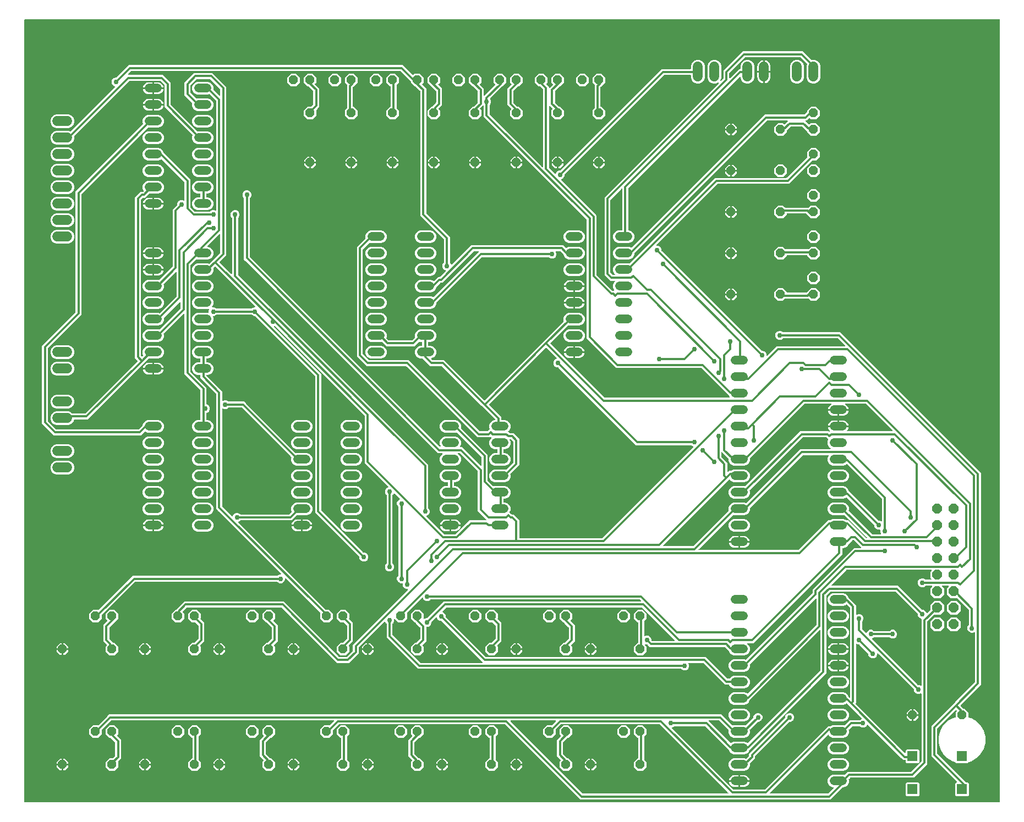
<source format=gbr>
G04 EAGLE Gerber RS-274X export*
G75*
%MOMM*%
%FSLAX34Y34*%
%LPD*%
%INTop Copper*%
%IPPOS*%
%AMOC8*
5,1,8,0,0,1.08239X$1,22.5*%
G01*
%ADD10C,1.320800*%
%ADD11P,1.429621X8X22.500000*%
%ADD12P,1.429621X8X292.500000*%
%ADD13R,1.500000X1.500000*%
%ADD14P,1.429621X8X112.500000*%
%ADD15C,1.524000*%
%ADD16P,1.649562X8X292.500000*%
%ADD17C,0.304800*%
%ADD18C,0.756400*%

G36*
X1505278Y30484D02*
X1505278Y30484D01*
X1505297Y30482D01*
X1505399Y30504D01*
X1505501Y30520D01*
X1505518Y30530D01*
X1505538Y30534D01*
X1505627Y30587D01*
X1505718Y30636D01*
X1505732Y30650D01*
X1505749Y30660D01*
X1505816Y30739D01*
X1505888Y30814D01*
X1505896Y30832D01*
X1505909Y30847D01*
X1505948Y30943D01*
X1505991Y31037D01*
X1505993Y31057D01*
X1506001Y31075D01*
X1506019Y31242D01*
X1506019Y1235458D01*
X1506016Y1235478D01*
X1506018Y1235497D01*
X1505996Y1235599D01*
X1505980Y1235701D01*
X1505970Y1235718D01*
X1505966Y1235738D01*
X1505913Y1235827D01*
X1505864Y1235918D01*
X1505850Y1235932D01*
X1505840Y1235949D01*
X1505761Y1236016D01*
X1505686Y1236088D01*
X1505668Y1236096D01*
X1505653Y1236109D01*
X1505557Y1236148D01*
X1505463Y1236191D01*
X1505443Y1236193D01*
X1505425Y1236201D01*
X1505258Y1236219D01*
X5842Y1236219D01*
X5822Y1236216D01*
X5803Y1236218D01*
X5701Y1236196D01*
X5599Y1236180D01*
X5582Y1236170D01*
X5562Y1236166D01*
X5473Y1236113D01*
X5382Y1236064D01*
X5368Y1236050D01*
X5351Y1236040D01*
X5284Y1235961D01*
X5212Y1235886D01*
X5204Y1235868D01*
X5191Y1235853D01*
X5152Y1235757D01*
X5109Y1235663D01*
X5107Y1235643D01*
X5099Y1235625D01*
X5081Y1235458D01*
X5081Y31242D01*
X5084Y31222D01*
X5082Y31203D01*
X5104Y31101D01*
X5120Y30999D01*
X5130Y30982D01*
X5134Y30962D01*
X5187Y30873D01*
X5236Y30782D01*
X5250Y30768D01*
X5260Y30751D01*
X5339Y30684D01*
X5414Y30612D01*
X5432Y30604D01*
X5447Y30591D01*
X5543Y30552D01*
X5637Y30509D01*
X5657Y30507D01*
X5675Y30499D01*
X5842Y30481D01*
X1505258Y30481D01*
X1505278Y30484D01*
G37*
%LPC*%
G36*
X860690Y35051D02*
X860690Y35051D01*
X745089Y150652D01*
X745015Y150705D01*
X744945Y150765D01*
X744915Y150777D01*
X744889Y150796D01*
X744802Y150823D01*
X744717Y150857D01*
X744676Y150861D01*
X744654Y150868D01*
X744622Y150867D01*
X744551Y150875D01*
X489889Y150875D01*
X489799Y150861D01*
X489708Y150853D01*
X489679Y150841D01*
X489647Y150836D01*
X489566Y150793D01*
X489482Y150757D01*
X489450Y150731D01*
X489429Y150720D01*
X489407Y150697D01*
X489351Y150652D01*
X479776Y141077D01*
X479723Y141003D01*
X479663Y140933D01*
X479651Y140903D01*
X479632Y140877D01*
X479605Y140790D01*
X479571Y140705D01*
X479567Y140664D01*
X479560Y140642D01*
X479561Y140610D01*
X479553Y140539D01*
X479553Y135702D01*
X473898Y130047D01*
X465902Y130047D01*
X460247Y135702D01*
X460247Y143698D01*
X465902Y149353D01*
X473898Y149353D01*
X473970Y149281D01*
X473986Y149270D01*
X473998Y149254D01*
X474086Y149198D01*
X474169Y149138D01*
X474189Y149132D01*
X474205Y149121D01*
X474306Y149096D01*
X474405Y149065D01*
X474425Y149066D01*
X474444Y149061D01*
X474547Y149069D01*
X474650Y149072D01*
X474669Y149079D01*
X474689Y149080D01*
X474784Y149121D01*
X474881Y149156D01*
X474897Y149169D01*
X474915Y149176D01*
X475046Y149281D01*
X481437Y155672D01*
X481479Y155730D01*
X481528Y155782D01*
X481550Y155829D01*
X481580Y155871D01*
X481602Y155940D01*
X481632Y156005D01*
X481637Y156057D01*
X481653Y156107D01*
X481651Y156178D01*
X481659Y156249D01*
X481648Y156300D01*
X481646Y156352D01*
X481622Y156420D01*
X481607Y156490D01*
X481580Y156535D01*
X481562Y156583D01*
X481517Y156639D01*
X481480Y156701D01*
X481441Y156735D01*
X481408Y156775D01*
X481348Y156814D01*
X481294Y156861D01*
X481245Y156880D01*
X481201Y156908D01*
X481132Y156926D01*
X481065Y156953D01*
X480994Y156961D01*
X480963Y156969D01*
X480940Y156967D01*
X480899Y156971D01*
X139369Y156971D01*
X139279Y156957D01*
X139188Y156949D01*
X139159Y156937D01*
X139127Y156932D01*
X139046Y156889D01*
X138962Y156853D01*
X138930Y156827D01*
X138909Y156816D01*
X138887Y156793D01*
X138831Y156748D01*
X124176Y142093D01*
X124123Y142019D01*
X124063Y141949D01*
X124051Y141919D01*
X124032Y141893D01*
X124005Y141806D01*
X123971Y141721D01*
X123967Y141680D01*
X123960Y141658D01*
X123961Y141626D01*
X123953Y141555D01*
X123953Y135702D01*
X118298Y130047D01*
X110302Y130047D01*
X104647Y135702D01*
X104647Y143698D01*
X110302Y149353D01*
X118187Y149353D01*
X118277Y149367D01*
X118368Y149375D01*
X118397Y149387D01*
X118429Y149392D01*
X118510Y149435D01*
X118594Y149471D01*
X118626Y149497D01*
X118647Y149508D01*
X118669Y149531D01*
X118725Y149576D01*
X132364Y163215D01*
X135266Y166117D01*
X1077838Y166117D01*
X1094762Y149193D01*
X1094856Y149125D01*
X1094951Y149055D01*
X1094957Y149053D01*
X1094962Y149049D01*
X1095073Y149015D01*
X1095185Y148979D01*
X1095191Y148979D01*
X1095197Y148977D01*
X1095314Y148980D01*
X1095431Y148981D01*
X1095438Y148983D01*
X1095443Y148983D01*
X1095460Y148990D01*
X1095592Y149028D01*
X1096376Y149353D01*
X1113424Y149353D01*
X1114208Y149028D01*
X1114322Y149001D01*
X1114436Y148973D01*
X1114442Y148973D01*
X1114448Y148972D01*
X1114564Y148983D01*
X1114681Y148992D01*
X1114686Y148994D01*
X1114693Y148995D01*
X1114800Y149043D01*
X1114907Y149088D01*
X1114913Y149093D01*
X1114917Y149095D01*
X1114931Y149107D01*
X1115038Y149193D01*
X1126802Y160957D01*
X1126855Y161031D01*
X1126915Y161101D01*
X1126927Y161131D01*
X1126946Y161157D01*
X1126973Y161244D01*
X1127007Y161329D01*
X1127011Y161370D01*
X1127018Y161392D01*
X1127017Y161424D01*
X1127025Y161495D01*
X1127025Y162903D01*
X1128065Y165413D01*
X1129987Y167335D01*
X1132497Y168375D01*
X1135215Y168375D01*
X1137725Y167335D01*
X1139647Y165413D01*
X1140687Y162903D01*
X1140687Y160185D01*
X1139647Y157675D01*
X1137725Y155753D01*
X1135215Y154713D01*
X1133807Y154713D01*
X1133717Y154699D01*
X1133626Y154691D01*
X1133597Y154679D01*
X1133565Y154674D01*
X1133484Y154631D01*
X1133400Y154595D01*
X1133368Y154569D01*
X1133347Y154558D01*
X1133325Y154535D01*
X1133269Y154490D01*
X1121294Y142516D01*
X1121226Y142421D01*
X1121156Y142327D01*
X1121155Y142321D01*
X1121151Y142316D01*
X1121117Y142204D01*
X1121080Y142093D01*
X1121080Y142087D01*
X1121079Y142081D01*
X1121082Y141964D01*
X1121083Y141847D01*
X1121085Y141840D01*
X1121085Y141835D01*
X1121091Y141818D01*
X1121129Y141686D01*
X1121157Y141620D01*
X1121157Y137780D01*
X1119687Y134232D01*
X1116972Y131517D01*
X1113424Y130047D01*
X1096376Y130047D01*
X1092828Y131517D01*
X1090113Y134232D01*
X1088643Y137780D01*
X1088643Y141620D01*
X1088671Y141686D01*
X1088697Y141799D01*
X1088726Y141913D01*
X1088725Y141919D01*
X1088727Y141925D01*
X1088716Y142042D01*
X1088707Y142158D01*
X1088704Y142164D01*
X1088704Y142170D01*
X1088656Y142278D01*
X1088610Y142385D01*
X1088606Y142390D01*
X1088604Y142395D01*
X1088591Y142409D01*
X1088506Y142516D01*
X1074273Y156748D01*
X1074199Y156801D01*
X1074129Y156861D01*
X1074099Y156873D01*
X1074073Y156892D01*
X1073986Y156919D01*
X1073901Y156953D01*
X1073860Y156957D01*
X1073838Y156964D01*
X1073806Y156963D01*
X1073735Y156971D01*
X1058341Y156971D01*
X1058271Y156960D01*
X1058199Y156958D01*
X1058150Y156940D01*
X1058099Y156932D01*
X1058035Y156898D01*
X1057968Y156873D01*
X1057927Y156841D01*
X1057881Y156816D01*
X1057832Y156764D01*
X1057776Y156720D01*
X1057748Y156676D01*
X1057712Y156638D01*
X1057682Y156573D01*
X1057643Y156513D01*
X1057630Y156462D01*
X1057608Y156415D01*
X1057600Y156344D01*
X1057583Y156274D01*
X1057587Y156222D01*
X1057581Y156171D01*
X1057596Y156100D01*
X1057602Y156029D01*
X1057622Y155981D01*
X1057633Y155930D01*
X1057670Y155869D01*
X1057698Y155803D01*
X1057743Y155747D01*
X1057760Y155719D01*
X1057777Y155704D01*
X1057803Y155672D01*
X1059404Y154071D01*
X1091372Y122103D01*
X1091388Y122092D01*
X1091400Y122076D01*
X1091487Y122020D01*
X1091571Y121960D01*
X1091590Y121954D01*
X1091607Y121943D01*
X1091708Y121918D01*
X1091806Y121887D01*
X1091826Y121888D01*
X1091846Y121883D01*
X1091949Y121891D01*
X1092052Y121894D01*
X1092071Y121901D01*
X1092091Y121902D01*
X1092186Y121942D01*
X1092283Y121978D01*
X1092299Y121991D01*
X1092317Y121998D01*
X1092448Y122103D01*
X1092828Y122483D01*
X1096376Y123953D01*
X1113424Y123953D01*
X1116972Y122483D01*
X1117352Y122103D01*
X1117368Y122092D01*
X1117380Y122076D01*
X1117468Y122020D01*
X1117552Y121960D01*
X1117571Y121954D01*
X1117587Y121943D01*
X1117688Y121918D01*
X1117787Y121887D01*
X1117807Y121888D01*
X1117826Y121883D01*
X1117929Y121891D01*
X1118033Y121894D01*
X1118051Y121901D01*
X1118071Y121902D01*
X1118166Y121942D01*
X1118264Y121978D01*
X1118279Y121991D01*
X1118297Y121998D01*
X1118428Y122103D01*
X1229644Y233319D01*
X1229697Y233393D01*
X1229757Y233463D01*
X1229769Y233493D01*
X1229788Y233519D01*
X1229815Y233606D01*
X1229849Y233691D01*
X1229853Y233732D01*
X1229860Y233754D01*
X1229859Y233786D01*
X1229867Y233857D01*
X1229867Y294971D01*
X1229856Y295041D01*
X1229854Y295113D01*
X1229836Y295162D01*
X1229828Y295213D01*
X1229794Y295277D01*
X1229769Y295344D01*
X1229737Y295385D01*
X1229712Y295431D01*
X1229661Y295480D01*
X1229616Y295536D01*
X1229572Y295564D01*
X1229534Y295600D01*
X1229469Y295630D01*
X1229409Y295669D01*
X1229358Y295682D01*
X1229311Y295704D01*
X1229240Y295712D01*
X1229170Y295729D01*
X1229118Y295725D01*
X1229067Y295731D01*
X1228996Y295716D01*
X1228925Y295710D01*
X1228877Y295690D01*
X1228826Y295679D01*
X1228765Y295642D01*
X1228699Y295614D01*
X1228643Y295569D01*
X1228615Y295552D01*
X1228600Y295535D01*
X1228568Y295509D01*
X1120923Y187864D01*
X1120885Y187811D01*
X1120839Y187764D01*
X1120799Y187691D01*
X1120779Y187664D01*
X1120774Y187646D01*
X1120758Y187617D01*
X1119687Y185032D01*
X1116972Y182317D01*
X1113424Y180847D01*
X1096376Y180847D01*
X1092828Y182317D01*
X1090113Y185032D01*
X1088643Y188580D01*
X1088643Y192420D01*
X1090113Y195968D01*
X1092828Y198683D01*
X1096376Y200153D01*
X1113424Y200153D01*
X1116972Y198683D01*
X1117352Y198303D01*
X1117368Y198292D01*
X1117380Y198276D01*
X1117468Y198220D01*
X1117552Y198160D01*
X1117571Y198154D01*
X1117587Y198143D01*
X1117688Y198118D01*
X1117787Y198087D01*
X1117807Y198088D01*
X1117826Y198083D01*
X1117929Y198091D01*
X1118032Y198094D01*
X1118051Y198101D01*
X1118071Y198102D01*
X1118166Y198142D01*
X1118263Y198178D01*
X1118279Y198191D01*
X1118297Y198198D01*
X1118428Y198303D01*
X1223548Y303423D01*
X1223601Y303497D01*
X1223661Y303567D01*
X1223673Y303597D01*
X1223692Y303623D01*
X1223719Y303710D01*
X1223753Y303795D01*
X1223757Y303836D01*
X1223764Y303858D01*
X1223763Y303890D01*
X1223771Y303961D01*
X1223771Y343739D01*
X1223760Y343809D01*
X1223758Y343881D01*
X1223740Y343930D01*
X1223732Y343981D01*
X1223698Y344045D01*
X1223673Y344112D01*
X1223641Y344153D01*
X1223616Y344199D01*
X1223564Y344248D01*
X1223520Y344304D01*
X1223476Y344332D01*
X1223438Y344368D01*
X1223373Y344398D01*
X1223313Y344437D01*
X1223262Y344450D01*
X1223215Y344472D01*
X1223144Y344480D01*
X1223074Y344497D01*
X1223022Y344493D01*
X1222971Y344499D01*
X1222900Y344484D01*
X1222829Y344478D01*
X1222781Y344458D01*
X1222730Y344447D01*
X1222669Y344410D01*
X1222603Y344382D01*
X1222547Y344337D01*
X1222519Y344320D01*
X1222504Y344303D01*
X1222472Y344277D01*
X1121380Y243185D01*
X1121327Y243111D01*
X1121267Y243041D01*
X1121255Y243011D01*
X1121236Y242985D01*
X1121209Y242898D01*
X1121175Y242813D01*
X1121171Y242772D01*
X1121164Y242750D01*
X1121165Y242718D01*
X1121157Y242647D01*
X1121157Y239380D01*
X1119687Y235832D01*
X1116972Y233117D01*
X1113424Y231647D01*
X1096376Y231647D01*
X1092828Y233117D01*
X1090113Y235832D01*
X1088643Y239380D01*
X1088643Y243220D01*
X1090113Y246768D01*
X1092828Y249483D01*
X1096376Y250953D01*
X1113424Y250953D01*
X1114927Y250330D01*
X1115040Y250304D01*
X1115154Y250275D01*
X1115160Y250276D01*
X1115166Y250274D01*
X1115283Y250285D01*
X1115399Y250294D01*
X1115405Y250297D01*
X1115411Y250297D01*
X1115519Y250345D01*
X1115625Y250390D01*
X1115631Y250395D01*
X1115636Y250397D01*
X1115650Y250410D01*
X1115756Y250495D01*
X1217452Y352191D01*
X1217505Y352265D01*
X1217565Y352335D01*
X1217577Y352365D01*
X1217596Y352391D01*
X1217623Y352478D01*
X1217657Y352563D01*
X1217661Y352604D01*
X1217668Y352626D01*
X1217667Y352658D01*
X1217675Y352729D01*
X1217675Y358510D01*
X1281314Y422149D01*
X1291667Y422149D01*
X1291737Y422160D01*
X1291809Y422162D01*
X1291858Y422180D01*
X1291909Y422188D01*
X1291973Y422222D01*
X1292040Y422247D01*
X1292081Y422279D01*
X1292127Y422304D01*
X1292176Y422356D01*
X1292232Y422400D01*
X1292260Y422444D01*
X1292296Y422482D01*
X1292326Y422547D01*
X1292365Y422607D01*
X1292378Y422658D01*
X1292400Y422705D01*
X1292408Y422776D01*
X1292425Y422846D01*
X1292421Y422898D01*
X1292427Y422949D01*
X1292412Y423020D01*
X1292406Y423091D01*
X1292386Y423139D01*
X1292375Y423190D01*
X1292338Y423251D01*
X1292310Y423317D01*
X1292265Y423373D01*
X1292248Y423401D01*
X1292231Y423416D01*
X1292205Y423448D01*
X1290604Y425049D01*
X1281537Y434116D01*
X1281463Y434169D01*
X1281393Y434229D01*
X1281363Y434241D01*
X1281337Y434260D01*
X1281250Y434287D01*
X1281165Y434321D01*
X1281124Y434325D01*
X1281102Y434332D01*
X1281070Y434331D01*
X1280999Y434339D01*
X1279321Y434339D01*
X1279231Y434325D01*
X1279140Y434317D01*
X1279111Y434305D01*
X1279079Y434300D01*
X1278998Y434257D01*
X1278914Y434221D01*
X1278882Y434195D01*
X1278861Y434184D01*
X1278839Y434161D01*
X1278783Y434116D01*
X1272964Y428297D01*
X1272926Y428244D01*
X1272880Y428197D01*
X1272839Y428124D01*
X1272820Y428097D01*
X1272814Y428079D01*
X1272799Y428050D01*
X1272087Y426332D01*
X1269372Y423617D01*
X1265824Y422147D01*
X1264158Y422147D01*
X1264138Y422144D01*
X1264119Y422146D01*
X1264017Y422124D01*
X1263915Y422108D01*
X1263898Y422098D01*
X1263878Y422094D01*
X1263789Y422041D01*
X1263698Y421992D01*
X1263684Y421978D01*
X1263667Y421968D01*
X1263600Y421889D01*
X1263528Y421814D01*
X1263520Y421796D01*
X1263507Y421781D01*
X1263468Y421685D01*
X1263425Y421591D01*
X1263423Y421571D01*
X1263415Y421553D01*
X1263397Y421386D01*
X1263397Y412634D01*
X1126606Y275843D01*
X1117850Y275843D01*
X1117779Y275832D01*
X1117707Y275830D01*
X1117658Y275812D01*
X1117607Y275804D01*
X1117543Y275770D01*
X1117476Y275745D01*
X1117435Y275713D01*
X1117389Y275688D01*
X1117340Y275636D01*
X1117284Y275592D01*
X1117256Y275548D01*
X1117220Y275510D01*
X1117190Y275445D01*
X1117151Y275385D01*
X1117138Y275334D01*
X1117116Y275287D01*
X1117109Y275216D01*
X1117091Y275146D01*
X1117095Y275094D01*
X1117089Y275043D01*
X1117105Y274972D01*
X1117110Y274901D01*
X1117130Y274853D01*
X1117142Y274802D01*
X1117178Y274741D01*
X1117206Y274675D01*
X1117251Y274619D01*
X1117268Y274591D01*
X1117286Y274576D01*
X1117311Y274544D01*
X1119687Y272168D01*
X1121157Y268620D01*
X1121157Y264780D01*
X1119687Y261232D01*
X1116972Y258517D01*
X1113424Y257047D01*
X1096376Y257047D01*
X1092828Y258517D01*
X1090113Y261232D01*
X1089042Y263817D01*
X1089007Y263873D01*
X1088982Y263933D01*
X1088930Y263998D01*
X1088913Y264026D01*
X1088897Y264039D01*
X1088877Y264064D01*
X1083417Y269524D01*
X1083343Y269577D01*
X1083273Y269637D01*
X1083243Y269649D01*
X1083217Y269668D01*
X1083130Y269695D01*
X1083045Y269729D01*
X1083004Y269733D01*
X1082982Y269740D01*
X1082950Y269739D01*
X1082879Y269747D01*
X967370Y269747D01*
X963755Y273362D01*
X963681Y273415D01*
X963611Y273475D01*
X963581Y273487D01*
X963555Y273506D01*
X963468Y273533D01*
X963383Y273567D01*
X963342Y273571D01*
X963320Y273578D01*
X963288Y273577D01*
X963217Y273585D01*
X961809Y273585D01*
X961003Y273919D01*
X960908Y273942D01*
X960815Y273970D01*
X960789Y273970D01*
X960763Y273975D01*
X960667Y273966D01*
X960569Y273964D01*
X960545Y273955D01*
X960519Y273952D01*
X960430Y273913D01*
X960338Y273879D01*
X960318Y273863D01*
X960294Y273852D01*
X960222Y273787D01*
X960146Y273726D01*
X960132Y273704D01*
X960113Y273686D01*
X960066Y273601D01*
X960013Y273519D01*
X960007Y273493D01*
X959994Y273471D01*
X959977Y273375D01*
X959953Y273280D01*
X959955Y273254D01*
X959950Y273228D01*
X959965Y273132D01*
X959972Y273035D01*
X959982Y273011D01*
X959986Y272985D01*
X960030Y272898D01*
X960068Y272809D01*
X960089Y272783D01*
X960098Y272766D01*
X960121Y272743D01*
X960173Y272678D01*
X962153Y270698D01*
X962153Y262702D01*
X956498Y257047D01*
X948502Y257047D01*
X942847Y262702D01*
X942847Y270698D01*
X948502Y276353D01*
X948690Y276353D01*
X948710Y276356D01*
X948729Y276354D01*
X948831Y276376D01*
X948933Y276392D01*
X948950Y276402D01*
X948970Y276406D01*
X949059Y276459D01*
X949150Y276508D01*
X949164Y276522D01*
X949181Y276532D01*
X949248Y276611D01*
X949320Y276686D01*
X949328Y276704D01*
X949341Y276719D01*
X949380Y276815D01*
X949423Y276909D01*
X949425Y276929D01*
X949433Y276947D01*
X949451Y277114D01*
X949451Y307086D01*
X949448Y307106D01*
X949450Y307125D01*
X949428Y307227D01*
X949412Y307329D01*
X949402Y307346D01*
X949398Y307366D01*
X949345Y307455D01*
X949296Y307546D01*
X949282Y307560D01*
X949272Y307577D01*
X949193Y307644D01*
X949118Y307716D01*
X949100Y307724D01*
X949085Y307737D01*
X948989Y307776D01*
X948895Y307819D01*
X948875Y307821D01*
X948857Y307829D01*
X948690Y307847D01*
X948502Y307847D01*
X942847Y313502D01*
X942847Y321498D01*
X948502Y327153D01*
X956498Y327153D01*
X962153Y321498D01*
X962153Y313502D01*
X958820Y310169D01*
X958767Y310095D01*
X958707Y310025D01*
X958695Y309995D01*
X958676Y309969D01*
X958649Y309882D01*
X958615Y309797D01*
X958611Y309756D01*
X958604Y309734D01*
X958605Y309702D01*
X958597Y309630D01*
X958597Y287055D01*
X958604Y287010D01*
X958602Y286964D01*
X958624Y286889D01*
X958636Y286813D01*
X958658Y286772D01*
X958671Y286728D01*
X958715Y286664D01*
X958752Y286595D01*
X958785Y286564D01*
X958811Y286526D01*
X958874Y286479D01*
X958930Y286426D01*
X958972Y286406D01*
X959008Y286379D01*
X959082Y286355D01*
X959153Y286322D01*
X959199Y286317D01*
X959242Y286303D01*
X959320Y286304D01*
X959397Y286295D01*
X959442Y286305D01*
X959488Y286305D01*
X959620Y286343D01*
X959638Y286347D01*
X959642Y286350D01*
X959649Y286352D01*
X961809Y287247D01*
X964527Y287247D01*
X967037Y286207D01*
X968959Y284285D01*
X969999Y281775D01*
X969999Y280367D01*
X970013Y280277D01*
X970021Y280186D01*
X970033Y280157D01*
X970038Y280125D01*
X970081Y280044D01*
X970117Y279960D01*
X970143Y279928D01*
X970154Y279907D01*
X970177Y279885D01*
X970222Y279829D01*
X970935Y279116D01*
X971009Y279063D01*
X971079Y279003D01*
X971109Y278991D01*
X971135Y278972D01*
X971222Y278945D01*
X971307Y278911D01*
X971348Y278907D01*
X971370Y278900D01*
X971402Y278901D01*
X971473Y278893D01*
X1005155Y278893D01*
X1005225Y278904D01*
X1005297Y278906D01*
X1005346Y278924D01*
X1005397Y278932D01*
X1005461Y278966D01*
X1005528Y278991D01*
X1005569Y279023D01*
X1005615Y279048D01*
X1005664Y279100D01*
X1005720Y279144D01*
X1005748Y279188D01*
X1005784Y279226D01*
X1005814Y279291D01*
X1005853Y279351D01*
X1005866Y279402D01*
X1005888Y279449D01*
X1005896Y279520D01*
X1005913Y279590D01*
X1005909Y279642D01*
X1005915Y279693D01*
X1005900Y279764D01*
X1005894Y279835D01*
X1005874Y279883D01*
X1005863Y279934D01*
X1005826Y279995D01*
X1005798Y280061D01*
X1005753Y280117D01*
X1005736Y280145D01*
X1005719Y280160D01*
X1005693Y280192D01*
X955401Y330484D01*
X955327Y330537D01*
X955257Y330597D01*
X955227Y330609D01*
X955201Y330628D01*
X955114Y330655D01*
X955029Y330689D01*
X954988Y330693D01*
X954966Y330700D01*
X954934Y330699D01*
X954863Y330707D01*
X654481Y330707D01*
X654391Y330693D01*
X654300Y330685D01*
X654271Y330673D01*
X654239Y330668D01*
X654158Y330625D01*
X654074Y330589D01*
X654042Y330563D01*
X654021Y330552D01*
X653999Y330529D01*
X653943Y330484D01*
X648161Y324702D01*
X648135Y324665D01*
X648101Y324634D01*
X648063Y324566D01*
X648018Y324503D01*
X648004Y324459D01*
X647982Y324419D01*
X647968Y324342D01*
X647945Y324268D01*
X647947Y324222D01*
X647938Y324177D01*
X647950Y324100D01*
X647952Y324022D01*
X647968Y323979D01*
X647974Y323933D01*
X648009Y323864D01*
X648036Y323791D01*
X648065Y323755D01*
X648086Y323714D01*
X648141Y323659D01*
X648190Y323599D01*
X648229Y323574D01*
X648261Y323542D01*
X648381Y323476D01*
X648397Y323466D01*
X648402Y323465D01*
X648408Y323461D01*
X650045Y322783D01*
X651967Y320861D01*
X653007Y318351D01*
X653007Y316943D01*
X653021Y316853D01*
X653029Y316762D01*
X653041Y316733D01*
X653046Y316701D01*
X653089Y316620D01*
X653125Y316536D01*
X653151Y316504D01*
X653162Y316483D01*
X653185Y316461D01*
X653230Y316405D01*
X714903Y254732D01*
X714977Y254679D01*
X715047Y254619D01*
X715077Y254607D01*
X715103Y254588D01*
X715190Y254561D01*
X715275Y254527D01*
X715316Y254523D01*
X715338Y254516D01*
X715370Y254517D01*
X715441Y254509D01*
X1053454Y254509D01*
X1086759Y221204D01*
X1086833Y221151D01*
X1086903Y221091D01*
X1086933Y221079D01*
X1086959Y221060D01*
X1087046Y221033D01*
X1087131Y220999D01*
X1087172Y220995D01*
X1087194Y220988D01*
X1087226Y220989D01*
X1087297Y220981D01*
X1089444Y220981D01*
X1089558Y221000D01*
X1089675Y221017D01*
X1089680Y221019D01*
X1089687Y221020D01*
X1089790Y221075D01*
X1089894Y221128D01*
X1089898Y221133D01*
X1089904Y221136D01*
X1089984Y221220D01*
X1090066Y221304D01*
X1090070Y221310D01*
X1090073Y221314D01*
X1090081Y221331D01*
X1090088Y221343D01*
X1092828Y224083D01*
X1096376Y225553D01*
X1113424Y225553D01*
X1116972Y224083D01*
X1119687Y221368D01*
X1121157Y217820D01*
X1121157Y213980D01*
X1119687Y210432D01*
X1116972Y207717D01*
X1113424Y206247D01*
X1096376Y206247D01*
X1092828Y207717D01*
X1090113Y210432D01*
X1089726Y211365D01*
X1089665Y211465D01*
X1089605Y211565D01*
X1089600Y211569D01*
X1089597Y211574D01*
X1089507Y211649D01*
X1089418Y211725D01*
X1089412Y211727D01*
X1089407Y211731D01*
X1089299Y211773D01*
X1089190Y211817D01*
X1089182Y211818D01*
X1089178Y211819D01*
X1089159Y211820D01*
X1089023Y211835D01*
X1083194Y211835D01*
X1049889Y245140D01*
X1049815Y245193D01*
X1049745Y245253D01*
X1049715Y245265D01*
X1049689Y245284D01*
X1049602Y245311D01*
X1049517Y245345D01*
X1049476Y245349D01*
X1049454Y245356D01*
X1049422Y245355D01*
X1049351Y245363D01*
X1027719Y245363D01*
X1027674Y245356D01*
X1027628Y245358D01*
X1027553Y245336D01*
X1027477Y245324D01*
X1027436Y245302D01*
X1027392Y245289D01*
X1027328Y245245D01*
X1027259Y245208D01*
X1027228Y245175D01*
X1027190Y245149D01*
X1027143Y245086D01*
X1027090Y245030D01*
X1027070Y244988D01*
X1027043Y244952D01*
X1027019Y244878D01*
X1026986Y244807D01*
X1026981Y244761D01*
X1026967Y244718D01*
X1026968Y244640D01*
X1026959Y244563D01*
X1026969Y244518D01*
X1026969Y244472D01*
X1027007Y244340D01*
X1027011Y244322D01*
X1027014Y244318D01*
X1027016Y244311D01*
X1027911Y242151D01*
X1027911Y239433D01*
X1026871Y236923D01*
X1024949Y235001D01*
X1022439Y233961D01*
X1019721Y233961D01*
X1017211Y235001D01*
X1016216Y235996D01*
X1016142Y236049D01*
X1016072Y236109D01*
X1016042Y236121D01*
X1016016Y236140D01*
X1015929Y236167D01*
X1015844Y236201D01*
X1015803Y236205D01*
X1015781Y236212D01*
X1015749Y236211D01*
X1015677Y236219D01*
X610754Y236219D01*
X562355Y284618D01*
X562355Y305493D01*
X562341Y305583D01*
X562333Y305674D01*
X562321Y305704D01*
X562316Y305736D01*
X562273Y305817D01*
X562237Y305901D01*
X562211Y305933D01*
X562200Y305953D01*
X562177Y305976D01*
X562132Y306032D01*
X561137Y307027D01*
X560459Y308664D01*
X560435Y308703D01*
X560419Y308746D01*
X560371Y308807D01*
X560329Y308873D01*
X560294Y308902D01*
X560265Y308938D01*
X560200Y308980D01*
X560140Y309030D01*
X560097Y309046D01*
X560059Y309071D01*
X559983Y309090D01*
X559910Y309118D01*
X559865Y309120D01*
X559820Y309131D01*
X559742Y309125D01*
X559665Y309128D01*
X559620Y309115D01*
X559575Y309112D01*
X559503Y309081D01*
X559428Y309060D01*
X559391Y309033D01*
X559348Y309016D01*
X559242Y308930D01*
X559226Y308919D01*
X559223Y308915D01*
X559218Y308911D01*
X519908Y269601D01*
X519855Y269527D01*
X519795Y269457D01*
X519783Y269427D01*
X519764Y269401D01*
X519737Y269314D01*
X519703Y269229D01*
X519699Y269188D01*
X519692Y269166D01*
X519693Y269134D01*
X519685Y269063D01*
X519685Y260234D01*
X504814Y245363D01*
X485786Y245363D01*
X482884Y248265D01*
X400665Y330484D01*
X400591Y330537D01*
X400521Y330597D01*
X400491Y330609D01*
X400465Y330628D01*
X400378Y330655D01*
X400293Y330689D01*
X400252Y330693D01*
X400230Y330700D01*
X400198Y330699D01*
X400127Y330707D01*
X255193Y330707D01*
X255103Y330693D01*
X255012Y330685D01*
X254983Y330673D01*
X254951Y330668D01*
X254870Y330625D01*
X254786Y330589D01*
X254754Y330563D01*
X254733Y330552D01*
X254711Y330529D01*
X254655Y330484D01*
X248849Y324678D01*
X248838Y324662D01*
X248822Y324650D01*
X248766Y324562D01*
X248706Y324479D01*
X248700Y324460D01*
X248689Y324443D01*
X248664Y324342D01*
X248633Y324244D01*
X248634Y324224D01*
X248629Y324204D01*
X248637Y324101D01*
X248640Y323998D01*
X248647Y323979D01*
X248648Y323959D01*
X248688Y323864D01*
X248724Y323767D01*
X248737Y323751D01*
X248744Y323733D01*
X248849Y323602D01*
X250953Y321498D01*
X250953Y313502D01*
X245298Y307847D01*
X237302Y307847D01*
X231647Y313502D01*
X231647Y321498D01*
X237302Y327153D01*
X238075Y327153D01*
X238165Y327167D01*
X238256Y327175D01*
X238285Y327187D01*
X238317Y327192D01*
X238398Y327235D01*
X238482Y327271D01*
X238514Y327297D01*
X238535Y327308D01*
X238557Y327331D01*
X238613Y327376D01*
X251090Y339853D01*
X404230Y339853D01*
X489351Y254732D01*
X489425Y254679D01*
X489495Y254619D01*
X489525Y254607D01*
X489551Y254588D01*
X489638Y254561D01*
X489723Y254527D01*
X489764Y254523D01*
X489786Y254516D01*
X489818Y254517D01*
X489889Y254509D01*
X500711Y254509D01*
X500801Y254523D01*
X500892Y254531D01*
X500921Y254543D01*
X500953Y254548D01*
X501034Y254591D01*
X501118Y254627D01*
X501150Y254653D01*
X501171Y254664D01*
X501193Y254687D01*
X501249Y254732D01*
X510316Y263799D01*
X510369Y263873D01*
X510429Y263943D01*
X510441Y263973D01*
X510460Y263999D01*
X510487Y264086D01*
X510521Y264171D01*
X510525Y264212D01*
X510532Y264234D01*
X510531Y264266D01*
X510539Y264337D01*
X510539Y273166D01*
X595003Y357630D01*
X595045Y357688D01*
X595094Y357740D01*
X595116Y357787D01*
X595146Y357829D01*
X595168Y357898D01*
X595198Y357963D01*
X595204Y358015D01*
X595219Y358065D01*
X595217Y358136D01*
X595225Y358207D01*
X595214Y358258D01*
X595212Y358310D01*
X595188Y358378D01*
X595173Y358448D01*
X595146Y358492D01*
X595128Y358541D01*
X595083Y358597D01*
X595046Y358659D01*
X595007Y358693D01*
X594974Y358733D01*
X594914Y358772D01*
X594860Y358819D01*
X594811Y358838D01*
X594767Y358866D01*
X594698Y358884D01*
X594631Y358911D01*
X594560Y358919D01*
X594529Y358927D01*
X594506Y358925D01*
X594465Y358929D01*
X593001Y358929D01*
X590491Y359969D01*
X588569Y361891D01*
X587529Y364401D01*
X587529Y367151D01*
X587543Y367187D01*
X587545Y367239D01*
X587557Y367290D01*
X587550Y367361D01*
X587553Y367433D01*
X587539Y367483D01*
X587534Y367534D01*
X587505Y367600D01*
X587485Y367669D01*
X587455Y367712D01*
X587434Y367759D01*
X587385Y367812D01*
X587344Y367871D01*
X587303Y367902D01*
X587268Y367940D01*
X587205Y367975D01*
X587147Y368018D01*
X587098Y368034D01*
X587052Y368059D01*
X586982Y368072D01*
X586913Y368094D01*
X586861Y368094D01*
X586810Y368103D01*
X586739Y368092D01*
X586667Y368092D01*
X586604Y368073D01*
X583857Y368073D01*
X581347Y369113D01*
X579425Y371035D01*
X578385Y373545D01*
X578385Y376263D01*
X579425Y378773D01*
X580420Y379768D01*
X580473Y379842D01*
X580533Y379912D01*
X580545Y379942D01*
X580564Y379968D01*
X580591Y380055D01*
X580625Y380140D01*
X580629Y380181D01*
X580636Y380203D01*
X580635Y380235D01*
X580643Y380307D01*
X580643Y485325D01*
X580629Y485415D01*
X580621Y485506D01*
X580609Y485536D01*
X580604Y485568D01*
X580561Y485649D01*
X580525Y485733D01*
X580499Y485765D01*
X580488Y485785D01*
X580465Y485808D01*
X580420Y485864D01*
X579425Y486859D01*
X578385Y489369D01*
X578385Y492087D01*
X579425Y494597D01*
X581347Y496519D01*
X582984Y497197D01*
X583023Y497221D01*
X583066Y497237D01*
X583119Y497279D01*
X583124Y497282D01*
X583128Y497286D01*
X583193Y497326D01*
X583222Y497362D01*
X583258Y497391D01*
X583300Y497456D01*
X583350Y497516D01*
X583366Y497559D01*
X583391Y497597D01*
X583410Y497673D01*
X583438Y497746D01*
X583440Y497791D01*
X583451Y497836D01*
X583445Y497913D01*
X583448Y497991D01*
X583435Y498035D01*
X583432Y498081D01*
X583401Y498153D01*
X583380Y498228D01*
X583353Y498265D01*
X583336Y498307D01*
X583250Y498414D01*
X583239Y498430D01*
X583235Y498433D01*
X583231Y498438D01*
X574638Y507031D01*
X574601Y507057D01*
X574570Y507091D01*
X574502Y507129D01*
X574439Y507174D01*
X574395Y507188D01*
X574355Y507210D01*
X574278Y507224D01*
X574204Y507247D01*
X574158Y507245D01*
X574113Y507254D01*
X574036Y507242D01*
X573958Y507240D01*
X573915Y507224D01*
X573869Y507218D01*
X573800Y507183D01*
X573727Y507156D01*
X573691Y507127D01*
X573650Y507106D01*
X573595Y507051D01*
X573535Y507002D01*
X573510Y506963D01*
X573478Y506931D01*
X573412Y506811D01*
X573402Y506795D01*
X573401Y506790D01*
X573397Y506784D01*
X572719Y505147D01*
X571724Y504152D01*
X571671Y504078D01*
X571611Y504008D01*
X571599Y503978D01*
X571580Y503952D01*
X571553Y503865D01*
X571519Y503780D01*
X571515Y503739D01*
X571508Y503717D01*
X571509Y503685D01*
X571501Y503613D01*
X571501Y398595D01*
X571515Y398505D01*
X571523Y398414D01*
X571535Y398384D01*
X571540Y398352D01*
X571583Y398271D01*
X571619Y398187D01*
X571645Y398155D01*
X571656Y398135D01*
X571679Y398112D01*
X571724Y398056D01*
X572719Y397061D01*
X573759Y394551D01*
X573759Y391833D01*
X572719Y389323D01*
X570797Y387401D01*
X568287Y386361D01*
X565569Y386361D01*
X563059Y387401D01*
X561137Y389323D01*
X560097Y391833D01*
X560097Y394551D01*
X561137Y397061D01*
X562132Y398056D01*
X562185Y398130D01*
X562245Y398200D01*
X562257Y398230D01*
X562276Y398256D01*
X562303Y398343D01*
X562337Y398428D01*
X562341Y398469D01*
X562348Y398491D01*
X562347Y398523D01*
X562355Y398595D01*
X562355Y503613D01*
X562341Y503703D01*
X562333Y503794D01*
X562321Y503824D01*
X562316Y503856D01*
X562273Y503937D01*
X562237Y504021D01*
X562211Y504053D01*
X562200Y504073D01*
X562177Y504096D01*
X562132Y504152D01*
X561137Y505147D01*
X560097Y507657D01*
X560097Y510375D01*
X561137Y512885D01*
X563059Y514807D01*
X564696Y515485D01*
X564735Y515509D01*
X564778Y515525D01*
X564839Y515573D01*
X564905Y515615D01*
X564934Y515650D01*
X564970Y515679D01*
X565012Y515744D01*
X565062Y515804D01*
X565078Y515847D01*
X565103Y515885D01*
X565122Y515961D01*
X565150Y516034D01*
X565152Y516079D01*
X565163Y516124D01*
X565157Y516202D01*
X565160Y516279D01*
X565147Y516324D01*
X565144Y516369D01*
X565113Y516441D01*
X565092Y516516D01*
X565065Y516553D01*
X565048Y516596D01*
X564962Y516702D01*
X564951Y516718D01*
X564947Y516721D01*
X564943Y516726D01*
X531729Y549940D01*
X528827Y552842D01*
X528827Y625679D01*
X528813Y625769D01*
X528805Y625860D01*
X528793Y625889D01*
X528788Y625921D01*
X528745Y626002D01*
X528709Y626086D01*
X528683Y626118D01*
X528672Y626139D01*
X528649Y626161D01*
X528604Y626217D01*
X390266Y764555D01*
X390172Y764622D01*
X390078Y764693D01*
X390071Y764695D01*
X390066Y764698D01*
X389956Y764733D01*
X389844Y764769D01*
X389837Y764769D01*
X389831Y764771D01*
X389715Y764768D01*
X389598Y764767D01*
X389591Y764765D01*
X389585Y764764D01*
X389568Y764758D01*
X389437Y764720D01*
X389328Y764675D01*
X389289Y764651D01*
X389246Y764635D01*
X389185Y764587D01*
X389119Y764546D01*
X389090Y764510D01*
X389054Y764481D01*
X389012Y764416D01*
X388962Y764356D01*
X388946Y764313D01*
X388921Y764275D01*
X388902Y764199D01*
X388874Y764126D01*
X388872Y764081D01*
X388861Y764036D01*
X388867Y763958D01*
X388864Y763881D01*
X388877Y763837D01*
X388880Y763791D01*
X388911Y763719D01*
X388932Y763644D01*
X388959Y763607D01*
X388976Y763564D01*
X389062Y763458D01*
X389073Y763442D01*
X389077Y763439D01*
X389081Y763434D01*
X461773Y690742D01*
X461773Y480745D01*
X461787Y480655D01*
X461795Y480564D01*
X461807Y480535D01*
X461812Y480503D01*
X461855Y480422D01*
X461891Y480338D01*
X461917Y480306D01*
X461928Y480285D01*
X461951Y480263D01*
X461996Y480207D01*
X526717Y415486D01*
X526791Y415433D01*
X526861Y415373D01*
X526891Y415361D01*
X526917Y415342D01*
X527004Y415315D01*
X527089Y415281D01*
X527130Y415277D01*
X527152Y415270D01*
X527184Y415271D01*
X527255Y415263D01*
X528663Y415263D01*
X531173Y414223D01*
X533095Y412301D01*
X534135Y409791D01*
X534135Y407073D01*
X533095Y404563D01*
X531173Y402641D01*
X528663Y401601D01*
X525945Y401601D01*
X523435Y402641D01*
X521513Y404563D01*
X520473Y407073D01*
X520473Y408481D01*
X520459Y408571D01*
X520451Y408662D01*
X520439Y408691D01*
X520434Y408723D01*
X520391Y408804D01*
X520355Y408888D01*
X520329Y408920D01*
X520318Y408941D01*
X520295Y408963D01*
X520250Y409019D01*
X452627Y476642D01*
X452627Y686639D01*
X452613Y686729D01*
X452605Y686820D01*
X452593Y686849D01*
X452588Y686881D01*
X452545Y686962D01*
X452509Y687046D01*
X452483Y687078D01*
X452472Y687099D01*
X452449Y687121D01*
X452404Y687177D01*
X360251Y779330D01*
X360177Y779383D01*
X360107Y779443D01*
X360077Y779455D01*
X360051Y779474D01*
X359964Y779501D01*
X359879Y779535D01*
X359838Y779539D01*
X359816Y779546D01*
X359784Y779545D01*
X359713Y779553D01*
X358305Y779553D01*
X355795Y780593D01*
X354800Y781588D01*
X354726Y781641D01*
X354656Y781701D01*
X354626Y781713D01*
X354600Y781732D01*
X354513Y781759D01*
X354428Y781793D01*
X354387Y781797D01*
X354365Y781804D01*
X354333Y781803D01*
X354261Y781811D01*
X301059Y781811D01*
X300969Y781797D01*
X300878Y781789D01*
X300848Y781777D01*
X300816Y781772D01*
X300735Y781729D01*
X300651Y781693D01*
X300619Y781667D01*
X300599Y781656D01*
X300576Y781633D01*
X300520Y781588D01*
X299525Y780593D01*
X297015Y779553D01*
X295581Y779553D01*
X295536Y779546D01*
X295490Y779548D01*
X295415Y779526D01*
X295338Y779514D01*
X295298Y779492D01*
X295254Y779479D01*
X295190Y779435D01*
X295121Y779398D01*
X295089Y779365D01*
X295052Y779339D01*
X295005Y779277D01*
X294952Y779220D01*
X294932Y779178D01*
X294905Y779142D01*
X294881Y779068D01*
X294848Y778997D01*
X294843Y778951D01*
X294829Y778908D01*
X294829Y778830D01*
X294821Y778753D01*
X294831Y778708D01*
X294831Y778662D01*
X294869Y778530D01*
X294873Y778512D01*
X294874Y778511D01*
X294874Y778510D01*
X294876Y778506D01*
X294878Y778501D01*
X295657Y776620D01*
X295657Y772780D01*
X294187Y769232D01*
X291472Y766517D01*
X287924Y765047D01*
X270876Y765047D01*
X267328Y766517D01*
X264613Y769232D01*
X263143Y772780D01*
X263143Y776620D01*
X264613Y780168D01*
X267328Y782883D01*
X270876Y784353D01*
X288064Y784353D01*
X288084Y784356D01*
X288103Y784354D01*
X288205Y784376D01*
X288307Y784392D01*
X288324Y784402D01*
X288344Y784406D01*
X288433Y784459D01*
X288524Y784508D01*
X288538Y784522D01*
X288555Y784532D01*
X288622Y784611D01*
X288694Y784686D01*
X288702Y784704D01*
X288715Y784719D01*
X288754Y784815D01*
X288797Y784909D01*
X288799Y784929D01*
X288807Y784947D01*
X288825Y785114D01*
X288825Y787743D01*
X289661Y789760D01*
X289677Y789830D01*
X289703Y789897D01*
X289705Y789949D01*
X289717Y790000D01*
X289710Y790071D01*
X289713Y790143D01*
X289699Y790193D01*
X289694Y790244D01*
X289665Y790310D01*
X289645Y790379D01*
X289615Y790422D01*
X289594Y790469D01*
X289545Y790522D01*
X289505Y790581D01*
X289463Y790612D01*
X289428Y790650D01*
X289365Y790685D01*
X289307Y790728D01*
X289258Y790744D01*
X289212Y790769D01*
X289141Y790782D01*
X289073Y790804D01*
X289021Y790803D01*
X288970Y790813D01*
X288899Y790802D01*
X288827Y790801D01*
X288758Y790781D01*
X288727Y790777D01*
X288706Y790766D01*
X288666Y790755D01*
X287924Y790447D01*
X270876Y790447D01*
X267328Y791917D01*
X264613Y794632D01*
X263143Y798180D01*
X263143Y802020D01*
X264613Y805568D01*
X267328Y808283D01*
X270876Y809753D01*
X287924Y809753D01*
X291472Y808283D01*
X294187Y805568D01*
X295657Y802020D01*
X295657Y798180D01*
X294187Y794632D01*
X294069Y794514D01*
X294027Y794456D01*
X293978Y794404D01*
X293956Y794357D01*
X293926Y794315D01*
X293905Y794246D01*
X293874Y794181D01*
X293869Y794129D01*
X293853Y794079D01*
X293855Y794008D01*
X293847Y793937D01*
X293858Y793886D01*
X293860Y793834D01*
X293884Y793766D01*
X293900Y793696D01*
X293926Y793651D01*
X293944Y793603D01*
X293989Y793547D01*
X294026Y793485D01*
X294065Y793451D01*
X294098Y793411D01*
X294158Y793372D01*
X294213Y793325D01*
X294261Y793306D01*
X294305Y793278D01*
X294374Y793260D01*
X294441Y793233D01*
X294512Y793225D01*
X294543Y793217D01*
X294567Y793219D01*
X294608Y793215D01*
X297015Y793215D01*
X299525Y792175D01*
X300520Y791180D01*
X300594Y791127D01*
X300664Y791067D01*
X300694Y791055D01*
X300720Y791036D01*
X300807Y791009D01*
X300892Y790975D01*
X300933Y790971D01*
X300955Y790964D01*
X300987Y790965D01*
X301059Y790957D01*
X354261Y790957D01*
X354351Y790971D01*
X354442Y790979D01*
X354472Y790991D01*
X354504Y790996D01*
X354585Y791039D01*
X354669Y791075D01*
X354701Y791101D01*
X354721Y791112D01*
X354733Y791124D01*
X354734Y791124D01*
X354746Y791137D01*
X354800Y791180D01*
X355795Y792175D01*
X358305Y793215D01*
X359769Y793215D01*
X359839Y793226D01*
X359911Y793228D01*
X359960Y793246D01*
X360011Y793254D01*
X360075Y793288D01*
X360142Y793313D01*
X360183Y793345D01*
X360229Y793370D01*
X360278Y793422D01*
X360334Y793466D01*
X360362Y793510D01*
X360398Y793548D01*
X360428Y793613D01*
X360467Y793673D01*
X360480Y793724D01*
X360502Y793771D01*
X360510Y793842D01*
X360527Y793912D01*
X360523Y793964D01*
X360529Y794015D01*
X360514Y794086D01*
X360508Y794157D01*
X360488Y794205D01*
X360477Y794256D01*
X360440Y794317D01*
X360412Y794383D01*
X360367Y794439D01*
X360350Y794467D01*
X360333Y794482D01*
X360307Y794514D01*
X299242Y855579D01*
X299226Y855590D01*
X299214Y855606D01*
X299126Y855662D01*
X299043Y855722D01*
X299024Y855728D01*
X299007Y855739D01*
X298906Y855764D01*
X298807Y855795D01*
X298788Y855794D01*
X298768Y855799D01*
X298665Y855791D01*
X298562Y855788D01*
X298543Y855782D01*
X298523Y855780D01*
X298428Y855740D01*
X298331Y855704D01*
X298315Y855691D01*
X298297Y855684D01*
X298166Y855579D01*
X295880Y853293D01*
X295827Y853219D01*
X295767Y853149D01*
X295755Y853119D01*
X295736Y853093D01*
X295709Y853006D01*
X295675Y852921D01*
X295671Y852880D01*
X295664Y852858D01*
X295665Y852826D01*
X295657Y852755D01*
X295657Y848980D01*
X294187Y845432D01*
X291472Y842717D01*
X287924Y841247D01*
X270876Y841247D01*
X267328Y842717D01*
X264613Y845432D01*
X263143Y848980D01*
X263143Y852820D01*
X264613Y856368D01*
X267328Y859083D01*
X270876Y860553D01*
X287924Y860553D01*
X289068Y860079D01*
X289182Y860052D01*
X289295Y860024D01*
X289301Y860024D01*
X289307Y860023D01*
X289424Y860034D01*
X289540Y860043D01*
X289546Y860045D01*
X289552Y860046D01*
X289659Y860094D01*
X289766Y860139D01*
X289772Y860144D01*
X289777Y860146D01*
X289790Y860159D01*
X289897Y860244D01*
X293908Y864255D01*
X297033Y867380D01*
X306100Y876447D01*
X306153Y876521D01*
X306166Y876536D01*
X306192Y876563D01*
X306195Y876569D01*
X306213Y876591D01*
X306225Y876621D01*
X306244Y876647D01*
X306270Y876731D01*
X306295Y876786D01*
X306297Y876798D01*
X306305Y876819D01*
X306309Y876860D01*
X306316Y876882D01*
X306315Y876914D01*
X306323Y876985D01*
X306323Y904571D01*
X306312Y904641D01*
X306310Y904713D01*
X306292Y904762D01*
X306284Y904813D01*
X306250Y904877D01*
X306225Y904944D01*
X306193Y904985D01*
X306168Y905031D01*
X306117Y905080D01*
X306072Y905136D01*
X306028Y905164D01*
X305990Y905200D01*
X305925Y905230D01*
X305865Y905269D01*
X305814Y905282D01*
X305767Y905304D01*
X305696Y905312D01*
X305626Y905329D01*
X305574Y905325D01*
X305523Y905331D01*
X305452Y905316D01*
X305381Y905310D01*
X305333Y905290D01*
X305282Y905279D01*
X305221Y905242D01*
X305155Y905214D01*
X305099Y905169D01*
X305071Y905152D01*
X305056Y905135D01*
X305024Y905109D01*
X287167Y887252D01*
X287125Y887194D01*
X287076Y887142D01*
X287054Y887095D01*
X287024Y887053D01*
X287002Y886984D01*
X286972Y886919D01*
X286966Y886867D01*
X286951Y886817D01*
X286953Y886746D01*
X286945Y886675D01*
X286956Y886624D01*
X286958Y886572D01*
X286982Y886504D01*
X286997Y886434D01*
X287024Y886390D01*
X287042Y886341D01*
X287087Y886285D01*
X287124Y886223D01*
X287163Y886189D01*
X287196Y886149D01*
X287256Y886110D01*
X287310Y886063D01*
X287359Y886044D01*
X287403Y886016D01*
X287472Y885998D01*
X287539Y885971D01*
X287610Y885963D01*
X287641Y885955D01*
X287664Y885957D01*
X287705Y885953D01*
X287924Y885953D01*
X291472Y884483D01*
X294187Y881768D01*
X295657Y878220D01*
X295657Y874380D01*
X294187Y870832D01*
X291472Y868117D01*
X287924Y866647D01*
X270876Y866647D01*
X270451Y866823D01*
X270337Y866850D01*
X270224Y866879D01*
X270217Y866878D01*
X270211Y866880D01*
X270095Y866869D01*
X269978Y866859D01*
X269973Y866857D01*
X269966Y866856D01*
X269859Y866809D01*
X269752Y866763D01*
X269746Y866759D01*
X269742Y866756D01*
X269728Y866744D01*
X269621Y866658D01*
X260828Y857865D01*
X260775Y857791D01*
X260715Y857721D01*
X260703Y857691D01*
X260684Y857665D01*
X260657Y857578D01*
X260623Y857493D01*
X260619Y857452D01*
X260612Y857430D01*
X260613Y857398D01*
X260605Y857327D01*
X260605Y694105D01*
X260619Y694015D01*
X260627Y693924D01*
X260639Y693895D01*
X260644Y693863D01*
X260687Y693782D01*
X260723Y693698D01*
X260749Y693666D01*
X260760Y693645D01*
X260783Y693623D01*
X260828Y693567D01*
X284989Y669406D01*
X284989Y644303D01*
X285008Y644188D01*
X285025Y644072D01*
X285027Y644066D01*
X285028Y644060D01*
X285083Y643957D01*
X285136Y643852D01*
X285141Y643848D01*
X285144Y643842D01*
X285228Y643763D01*
X285312Y643680D01*
X285318Y643677D01*
X285322Y643673D01*
X285339Y643665D01*
X285459Y643599D01*
X287333Y642823D01*
X289255Y640901D01*
X290295Y638391D01*
X290295Y635673D01*
X289255Y633163D01*
X287333Y631241D01*
X285459Y630465D01*
X285359Y630403D01*
X285259Y630343D01*
X285255Y630338D01*
X285250Y630335D01*
X285175Y630245D01*
X285099Y630156D01*
X285097Y630150D01*
X285093Y630146D01*
X285051Y630037D01*
X285007Y629928D01*
X285006Y629921D01*
X285005Y629916D01*
X285004Y629898D01*
X284989Y629761D01*
X284989Y620014D01*
X284992Y619994D01*
X284990Y619975D01*
X285012Y619873D01*
X285028Y619771D01*
X285038Y619754D01*
X285042Y619734D01*
X285095Y619645D01*
X285144Y619554D01*
X285158Y619540D01*
X285168Y619523D01*
X285247Y619456D01*
X285322Y619384D01*
X285340Y619376D01*
X285355Y619363D01*
X285451Y619324D01*
X285545Y619281D01*
X285565Y619279D01*
X285583Y619271D01*
X285750Y619253D01*
X287924Y619253D01*
X291472Y617783D01*
X294187Y615068D01*
X295657Y611520D01*
X295657Y607680D01*
X294187Y604132D01*
X291472Y601417D01*
X287924Y599947D01*
X270876Y599947D01*
X267328Y601417D01*
X264613Y604132D01*
X263143Y607680D01*
X263143Y611520D01*
X264613Y615068D01*
X267328Y617783D01*
X270876Y619253D01*
X275082Y619253D01*
X275102Y619256D01*
X275121Y619254D01*
X275223Y619276D01*
X275325Y619292D01*
X275342Y619302D01*
X275362Y619306D01*
X275451Y619359D01*
X275542Y619408D01*
X275556Y619422D01*
X275573Y619432D01*
X275640Y619511D01*
X275712Y619586D01*
X275720Y619604D01*
X275733Y619619D01*
X275772Y619715D01*
X275815Y619809D01*
X275817Y619829D01*
X275825Y619847D01*
X275843Y620014D01*
X275843Y665303D01*
X275829Y665393D01*
X275821Y665484D01*
X275809Y665513D01*
X275804Y665545D01*
X275761Y665626D01*
X275725Y665710D01*
X275699Y665742D01*
X275688Y665763D01*
X275665Y665785D01*
X275620Y665841D01*
X251459Y690002D01*
X251459Y782651D01*
X251448Y782721D01*
X251446Y782793D01*
X251428Y782842D01*
X251420Y782893D01*
X251386Y782957D01*
X251361Y783024D01*
X251329Y783065D01*
X251304Y783111D01*
X251253Y783160D01*
X251208Y783216D01*
X251164Y783244D01*
X251126Y783280D01*
X251061Y783310D01*
X251001Y783349D01*
X250950Y783362D01*
X250903Y783384D01*
X250832Y783392D01*
X250762Y783409D01*
X250710Y783405D01*
X250659Y783411D01*
X250588Y783396D01*
X250517Y783390D01*
X250469Y783370D01*
X250418Y783359D01*
X250357Y783322D01*
X250291Y783294D01*
X250235Y783249D01*
X250207Y783232D01*
X250192Y783215D01*
X250160Y783189D01*
X219446Y752475D01*
X219378Y752380D01*
X219308Y752286D01*
X219306Y752280D01*
X219302Y752275D01*
X219268Y752164D01*
X219232Y752052D01*
X219232Y752046D01*
X219230Y752040D01*
X219233Y751923D01*
X219234Y751806D01*
X219236Y751799D01*
X219236Y751794D01*
X219243Y751777D01*
X219281Y751645D01*
X219457Y751220D01*
X219457Y747380D01*
X217987Y743832D01*
X215272Y741117D01*
X211724Y739647D01*
X194676Y739647D01*
X191128Y741117D01*
X188413Y743832D01*
X186943Y747380D01*
X186943Y751220D01*
X188413Y754768D01*
X191128Y757483D01*
X194676Y758953D01*
X211724Y758953D01*
X212149Y758777D01*
X212263Y758750D01*
X212376Y758721D01*
X212383Y758722D01*
X212389Y758720D01*
X212505Y758731D01*
X212622Y758741D01*
X212627Y758743D01*
X212634Y758744D01*
X212741Y758791D01*
X212848Y758837D01*
X212854Y758841D01*
X212858Y758844D01*
X212872Y758856D01*
X212979Y758942D01*
X245140Y791103D01*
X245193Y791177D01*
X245253Y791247D01*
X245265Y791277D01*
X245284Y791303D01*
X245311Y791390D01*
X245345Y791475D01*
X245349Y791516D01*
X245356Y791538D01*
X245355Y791570D01*
X245363Y791641D01*
X245363Y800939D01*
X245352Y801009D01*
X245350Y801081D01*
X245332Y801130D01*
X245324Y801181D01*
X245290Y801245D01*
X245265Y801312D01*
X245233Y801353D01*
X245208Y801399D01*
X245157Y801448D01*
X245112Y801504D01*
X245068Y801532D01*
X245030Y801568D01*
X244965Y801598D01*
X244905Y801637D01*
X244854Y801650D01*
X244807Y801672D01*
X244736Y801680D01*
X244666Y801697D01*
X244614Y801693D01*
X244563Y801699D01*
X244492Y801684D01*
X244421Y801678D01*
X244373Y801658D01*
X244322Y801647D01*
X244261Y801610D01*
X244195Y801582D01*
X244139Y801537D01*
X244111Y801520D01*
X244096Y801503D01*
X244064Y801477D01*
X219680Y777093D01*
X219627Y777019D01*
X219567Y776949D01*
X219555Y776919D01*
X219536Y776893D01*
X219509Y776806D01*
X219475Y776721D01*
X219471Y776680D01*
X219464Y776658D01*
X219465Y776626D01*
X219457Y776555D01*
X219457Y772780D01*
X217987Y769232D01*
X215272Y766517D01*
X211724Y765047D01*
X194676Y765047D01*
X191128Y766517D01*
X188413Y769232D01*
X186943Y772780D01*
X186943Y776620D01*
X188413Y780168D01*
X191128Y782883D01*
X194676Y784353D01*
X211724Y784353D01*
X212868Y783879D01*
X212982Y783852D01*
X213095Y783824D01*
X213101Y783824D01*
X213107Y783823D01*
X213224Y783834D01*
X213340Y783843D01*
X213346Y783845D01*
X213352Y783846D01*
X213459Y783894D01*
X213566Y783939D01*
X213572Y783944D01*
X213577Y783946D01*
X213590Y783959D01*
X213697Y784044D01*
X239044Y809391D01*
X239097Y809465D01*
X239157Y809535D01*
X239169Y809565D01*
X239188Y809591D01*
X239215Y809678D01*
X239249Y809763D01*
X239253Y809804D01*
X239260Y809826D01*
X239259Y809858D01*
X239267Y809929D01*
X239267Y846659D01*
X239256Y846729D01*
X239254Y846801D01*
X239236Y846850D01*
X239228Y846901D01*
X239194Y846965D01*
X239169Y847032D01*
X239137Y847073D01*
X239112Y847119D01*
X239061Y847168D01*
X239016Y847224D01*
X238972Y847252D01*
X238934Y847288D01*
X238869Y847318D01*
X238809Y847357D01*
X238758Y847370D01*
X238711Y847392D01*
X238640Y847400D01*
X238570Y847417D01*
X238518Y847413D01*
X238467Y847419D01*
X238396Y847404D01*
X238325Y847398D01*
X238277Y847378D01*
X238226Y847367D01*
X238165Y847330D01*
X238099Y847302D01*
X238043Y847257D01*
X238015Y847240D01*
X238000Y847223D01*
X237968Y847197D01*
X219446Y828675D01*
X219378Y828580D01*
X219308Y828486D01*
X219306Y828480D01*
X219302Y828475D01*
X219268Y828364D01*
X219232Y828252D01*
X219232Y828246D01*
X219230Y828240D01*
X219233Y828123D01*
X219234Y828006D01*
X219236Y827999D01*
X219236Y827994D01*
X219243Y827977D01*
X219281Y827845D01*
X219457Y827420D01*
X219457Y823580D01*
X217987Y820032D01*
X215272Y817317D01*
X211724Y815847D01*
X194676Y815847D01*
X191128Y817317D01*
X188413Y820032D01*
X186943Y823580D01*
X186943Y827420D01*
X188413Y830968D01*
X191128Y833683D01*
X194676Y835153D01*
X211724Y835153D01*
X212149Y834977D01*
X212263Y834950D01*
X212376Y834921D01*
X212383Y834922D01*
X212389Y834920D01*
X212505Y834931D01*
X212622Y834941D01*
X212627Y834943D01*
X212634Y834944D01*
X212741Y834991D01*
X212848Y835037D01*
X212854Y835041D01*
X212858Y835044D01*
X212872Y835056D01*
X212979Y835142D01*
X232948Y855111D01*
X233001Y855185D01*
X233061Y855255D01*
X233073Y855285D01*
X233092Y855311D01*
X233119Y855398D01*
X233153Y855483D01*
X233157Y855524D01*
X233164Y855546D01*
X233163Y855578D01*
X233171Y855649D01*
X233171Y943726D01*
X239834Y950389D01*
X239887Y950463D01*
X239947Y950533D01*
X239959Y950563D01*
X239978Y950589D01*
X240005Y950676D01*
X240039Y950761D01*
X240043Y950802D01*
X240050Y950824D01*
X240049Y950856D01*
X240057Y950927D01*
X240057Y952335D01*
X241097Y954845D01*
X243019Y956767D01*
X245529Y957807D01*
X248247Y957807D01*
X250407Y956912D01*
X250451Y956902D01*
X250493Y956882D01*
X250570Y956874D01*
X250646Y956856D01*
X250692Y956860D01*
X250737Y956855D01*
X250814Y956872D01*
X250891Y956879D01*
X250933Y956898D01*
X250978Y956907D01*
X251045Y956947D01*
X251116Y956979D01*
X251150Y957010D01*
X251189Y957034D01*
X251240Y957093D01*
X251297Y957145D01*
X251319Y957186D01*
X251349Y957220D01*
X251378Y957293D01*
X251415Y957361D01*
X251424Y957406D01*
X251441Y957449D01*
X251456Y957585D01*
X251459Y957603D01*
X251458Y957608D01*
X251459Y957615D01*
X251459Y985343D01*
X251445Y985433D01*
X251437Y985524D01*
X251425Y985553D01*
X251420Y985585D01*
X251377Y985666D01*
X251341Y985750D01*
X251315Y985782D01*
X251304Y985803D01*
X251281Y985825D01*
X251236Y985881D01*
X216474Y1020643D01*
X216458Y1020654D01*
X216446Y1020670D01*
X216358Y1020726D01*
X216275Y1020786D01*
X216256Y1020792D01*
X216239Y1020803D01*
X216139Y1020828D01*
X216040Y1020859D01*
X216020Y1020858D01*
X216000Y1020863D01*
X215897Y1020855D01*
X215794Y1020852D01*
X215775Y1020845D01*
X215755Y1020844D01*
X215660Y1020803D01*
X215563Y1020768D01*
X215547Y1020755D01*
X215529Y1020748D01*
X215398Y1020643D01*
X215272Y1020517D01*
X211724Y1019047D01*
X194676Y1019047D01*
X191128Y1020517D01*
X188413Y1023232D01*
X186943Y1026780D01*
X186943Y1030620D01*
X188413Y1034168D01*
X191128Y1036883D01*
X194676Y1038353D01*
X211724Y1038353D01*
X215272Y1036883D01*
X217987Y1034168D01*
X219417Y1030716D01*
X219452Y1030660D01*
X219477Y1030600D01*
X219529Y1030535D01*
X219547Y1030507D01*
X219562Y1030494D01*
X219582Y1030469D01*
X257703Y992348D01*
X260605Y989446D01*
X260605Y947089D01*
X260619Y946999D01*
X260627Y946908D01*
X260639Y946879D01*
X260644Y946847D01*
X260687Y946766D01*
X260723Y946682D01*
X260749Y946650D01*
X260760Y946629D01*
X260783Y946607D01*
X260828Y946551D01*
X266847Y940532D01*
X266921Y940479D01*
X266991Y940419D01*
X267021Y940407D01*
X267047Y940388D01*
X267134Y940361D01*
X267219Y940327D01*
X267260Y940323D01*
X267282Y940316D01*
X267314Y940317D01*
X267385Y940309D01*
X290253Y940309D01*
X290343Y940323D01*
X290434Y940331D01*
X290464Y940343D01*
X290496Y940348D01*
X290577Y940391D01*
X290661Y940427D01*
X290693Y940453D01*
X290713Y940464D01*
X290736Y940487D01*
X290792Y940532D01*
X291787Y941527D01*
X294297Y942567D01*
X297015Y942567D01*
X299175Y941672D01*
X299219Y941662D01*
X299261Y941642D01*
X299338Y941634D01*
X299414Y941616D01*
X299460Y941620D01*
X299505Y941615D01*
X299582Y941632D01*
X299659Y941639D01*
X299701Y941658D01*
X299746Y941667D01*
X299813Y941707D01*
X299884Y941739D01*
X299918Y941770D01*
X299957Y941794D01*
X300008Y941853D01*
X300065Y941905D01*
X300087Y941946D01*
X300117Y941980D01*
X300146Y942053D01*
X300183Y942121D01*
X300192Y942166D01*
X300209Y942209D01*
X300224Y942345D01*
X300227Y942363D01*
X300226Y942368D01*
X300227Y942375D01*
X300227Y1110311D01*
X300213Y1110401D01*
X300205Y1110492D01*
X300193Y1110521D01*
X300188Y1110553D01*
X300145Y1110634D01*
X300109Y1110718D01*
X300083Y1110750D01*
X300072Y1110771D01*
X300049Y1110793D01*
X300004Y1110849D01*
X289897Y1120956D01*
X289802Y1121024D01*
X289709Y1121094D01*
X289703Y1121096D01*
X289698Y1121099D01*
X289586Y1121134D01*
X289475Y1121170D01*
X289468Y1121170D01*
X289462Y1121172D01*
X289346Y1121169D01*
X289229Y1121168D01*
X289222Y1121166D01*
X289217Y1121165D01*
X289199Y1121159D01*
X289068Y1121121D01*
X287924Y1120647D01*
X270876Y1120647D01*
X267328Y1122117D01*
X264613Y1124832D01*
X263143Y1128380D01*
X263143Y1132220D01*
X264613Y1135768D01*
X267328Y1138483D01*
X270876Y1139953D01*
X287924Y1139953D01*
X291472Y1138483D01*
X294187Y1135768D01*
X295657Y1132220D01*
X295657Y1128445D01*
X295671Y1128355D01*
X295679Y1128264D01*
X295691Y1128235D01*
X295696Y1128203D01*
X295739Y1128122D01*
X295775Y1128038D01*
X295801Y1128006D01*
X295812Y1127985D01*
X295835Y1127963D01*
X295880Y1127907D01*
X305024Y1118763D01*
X305082Y1118721D01*
X305134Y1118672D01*
X305181Y1118650D01*
X305223Y1118620D01*
X305292Y1118598D01*
X305357Y1118568D01*
X305409Y1118563D01*
X305459Y1118547D01*
X305530Y1118549D01*
X305601Y1118541D01*
X305652Y1118552D01*
X305704Y1118554D01*
X305772Y1118578D01*
X305842Y1118593D01*
X305887Y1118620D01*
X305935Y1118638D01*
X305991Y1118683D01*
X306053Y1118720D01*
X306087Y1118759D01*
X306127Y1118792D01*
X306166Y1118852D01*
X306213Y1118906D01*
X306232Y1118955D01*
X306260Y1118999D01*
X306278Y1119068D01*
X306305Y1119135D01*
X306313Y1119206D01*
X306321Y1119237D01*
X306319Y1119260D01*
X306323Y1119301D01*
X306323Y1128599D01*
X306309Y1128689D01*
X306301Y1128780D01*
X306289Y1128809D01*
X306284Y1128841D01*
X306241Y1128922D01*
X306205Y1129006D01*
X306179Y1129038D01*
X306168Y1129059D01*
X306145Y1129081D01*
X306100Y1129137D01*
X290937Y1144300D01*
X290863Y1144353D01*
X290793Y1144413D01*
X290763Y1144425D01*
X290737Y1144444D01*
X290650Y1144471D01*
X290565Y1144505D01*
X290524Y1144509D01*
X290502Y1144516D01*
X290470Y1144515D01*
X290399Y1144523D01*
X270433Y1144523D01*
X270343Y1144509D01*
X270252Y1144501D01*
X270223Y1144489D01*
X270191Y1144484D01*
X270110Y1144441D01*
X270026Y1144405D01*
X269994Y1144379D01*
X269973Y1144368D01*
X269951Y1144345D01*
X269895Y1144300D01*
X260828Y1135233D01*
X260775Y1135159D01*
X260715Y1135089D01*
X260703Y1135059D01*
X260684Y1135033D01*
X260657Y1134946D01*
X260623Y1134861D01*
X260619Y1134820D01*
X260612Y1134798D01*
X260613Y1134766D01*
X260605Y1134695D01*
X260605Y1123873D01*
X260619Y1123783D01*
X260627Y1123692D01*
X260639Y1123663D01*
X260644Y1123631D01*
X260687Y1123550D01*
X260723Y1123466D01*
X260749Y1123434D01*
X260760Y1123413D01*
X260783Y1123391D01*
X260828Y1123335D01*
X269621Y1114542D01*
X269716Y1114473D01*
X269810Y1114404D01*
X269816Y1114402D01*
X269821Y1114398D01*
X269932Y1114364D01*
X270044Y1114328D01*
X270050Y1114328D01*
X270056Y1114326D01*
X270173Y1114329D01*
X270290Y1114330D01*
X270297Y1114332D01*
X270302Y1114332D01*
X270319Y1114338D01*
X270451Y1114377D01*
X270876Y1114553D01*
X287924Y1114553D01*
X291472Y1113083D01*
X294187Y1110368D01*
X295657Y1106820D01*
X295657Y1102980D01*
X294187Y1099432D01*
X291472Y1096717D01*
X287924Y1095247D01*
X270876Y1095247D01*
X267328Y1096717D01*
X264613Y1099432D01*
X263143Y1102980D01*
X263143Y1106820D01*
X263319Y1107245D01*
X263346Y1107359D01*
X263375Y1107472D01*
X263374Y1107479D01*
X263376Y1107485D01*
X263365Y1107601D01*
X263355Y1107718D01*
X263353Y1107723D01*
X263352Y1107730D01*
X263305Y1107837D01*
X263259Y1107944D01*
X263255Y1107950D01*
X263252Y1107954D01*
X263240Y1107968D01*
X263154Y1108075D01*
X251459Y1119770D01*
X251459Y1138798D01*
X266330Y1153669D01*
X294502Y1153669D01*
X315469Y1132702D01*
X315469Y872882D01*
X312567Y869980D01*
X305709Y863122D01*
X305697Y863106D01*
X305682Y863094D01*
X305626Y863006D01*
X305566Y862923D01*
X305560Y862904D01*
X305549Y862887D01*
X305524Y862786D01*
X305493Y862687D01*
X305494Y862668D01*
X305489Y862648D01*
X305497Y862545D01*
X305500Y862442D01*
X305506Y862423D01*
X305508Y862403D01*
X305548Y862308D01*
X305584Y862211D01*
X305597Y862195D01*
X305604Y862177D01*
X305709Y862046D01*
X323312Y844443D01*
X323370Y844401D01*
X323422Y844352D01*
X323469Y844330D01*
X323511Y844300D01*
X323580Y844278D01*
X323645Y844248D01*
X323697Y844242D01*
X323747Y844227D01*
X323818Y844229D01*
X323889Y844221D01*
X323940Y844232D01*
X323992Y844234D01*
X324060Y844258D01*
X324130Y844273D01*
X324175Y844300D01*
X324223Y844318D01*
X324279Y844363D01*
X324341Y844400D01*
X324375Y844439D01*
X324415Y844472D01*
X324454Y844532D01*
X324501Y844586D01*
X324520Y844635D01*
X324548Y844679D01*
X324566Y844748D01*
X324593Y844815D01*
X324601Y844886D01*
X324609Y844917D01*
X324607Y844940D01*
X324611Y844981D01*
X324611Y930333D01*
X324597Y930423D01*
X324589Y930514D01*
X324577Y930544D01*
X324572Y930576D01*
X324529Y930657D01*
X324493Y930741D01*
X324467Y930773D01*
X324456Y930793D01*
X324433Y930816D01*
X324388Y930872D01*
X323393Y931867D01*
X322353Y934377D01*
X322353Y937095D01*
X323393Y939605D01*
X325315Y941527D01*
X327825Y942567D01*
X330543Y942567D01*
X333053Y941527D01*
X334975Y939605D01*
X336015Y937095D01*
X336015Y934377D01*
X334975Y931867D01*
X333980Y930872D01*
X333927Y930798D01*
X333867Y930728D01*
X333855Y930698D01*
X333836Y930672D01*
X333809Y930585D01*
X333775Y930500D01*
X333771Y930459D01*
X333764Y930437D01*
X333765Y930405D01*
X333757Y930333D01*
X333757Y843457D01*
X333771Y843367D01*
X333779Y843276D01*
X333791Y843247D01*
X333796Y843215D01*
X333839Y843134D01*
X333875Y843050D01*
X333901Y843018D01*
X333912Y842997D01*
X333935Y842975D01*
X333980Y842919D01*
X626365Y550534D01*
X626365Y483939D01*
X626379Y483849D01*
X626387Y483758D01*
X626399Y483728D01*
X626404Y483696D01*
X626447Y483615D01*
X626483Y483531D01*
X626509Y483499D01*
X626520Y483479D01*
X626543Y483456D01*
X626588Y483400D01*
X627583Y482405D01*
X628623Y479895D01*
X628623Y477177D01*
X627583Y474667D01*
X625661Y472745D01*
X624024Y472067D01*
X623985Y472043D01*
X623942Y472027D01*
X623881Y471979D01*
X623815Y471938D01*
X623786Y471902D01*
X623750Y471873D01*
X623708Y471808D01*
X623658Y471748D01*
X623642Y471705D01*
X623617Y471667D01*
X623598Y471591D01*
X623570Y471518D01*
X623568Y471473D01*
X623557Y471428D01*
X623563Y471351D01*
X623560Y471273D01*
X623573Y471229D01*
X623576Y471183D01*
X623607Y471111D01*
X623628Y471036D01*
X623655Y470999D01*
X623672Y470957D01*
X623758Y470850D01*
X623769Y470834D01*
X623773Y470831D01*
X623777Y470826D01*
X650895Y443708D01*
X650969Y443655D01*
X651039Y443595D01*
X651069Y443583D01*
X651095Y443564D01*
X651182Y443537D01*
X651267Y443503D01*
X651308Y443499D01*
X651330Y443492D01*
X651362Y443493D01*
X651433Y443485D01*
X668351Y443485D01*
X668441Y443499D01*
X668532Y443507D01*
X668561Y443519D01*
X668593Y443524D01*
X668674Y443567D01*
X668758Y443603D01*
X668790Y443629D01*
X668811Y443640D01*
X668833Y443663D01*
X668889Y443708D01*
X690002Y464821D01*
X715595Y464821D01*
X715665Y464832D01*
X715737Y464834D01*
X715786Y464852D01*
X715837Y464860D01*
X715901Y464894D01*
X715968Y464919D01*
X716009Y464951D01*
X716055Y464976D01*
X716104Y465028D01*
X716160Y465072D01*
X716188Y465116D01*
X716224Y465154D01*
X716254Y465219D01*
X716293Y465279D01*
X716306Y465330D01*
X716328Y465377D01*
X716336Y465448D01*
X716353Y465518D01*
X716349Y465570D01*
X716355Y465621D01*
X716340Y465692D01*
X716334Y465763D01*
X716314Y465811D01*
X716303Y465862D01*
X716266Y465923D01*
X716238Y465989D01*
X716193Y466045D01*
X716176Y466073D01*
X716159Y466088D01*
X716133Y466120D01*
X714532Y467721D01*
X702563Y479690D01*
X702563Y540335D01*
X702549Y540425D01*
X702541Y540516D01*
X702529Y540545D01*
X702524Y540577D01*
X702481Y540658D01*
X702445Y540742D01*
X702419Y540774D01*
X702408Y540795D01*
X702385Y540817D01*
X702340Y540873D01*
X674985Y568228D01*
X674911Y568281D01*
X674841Y568341D01*
X674811Y568353D01*
X674785Y568372D01*
X674698Y568399D01*
X674613Y568433D01*
X674572Y568437D01*
X674550Y568444D01*
X674518Y568443D01*
X674447Y568451D01*
X672755Y568451D01*
X672659Y568436D01*
X672561Y568426D01*
X672538Y568416D01*
X672512Y568412D01*
X672426Y568366D01*
X672337Y568326D01*
X672317Y568309D01*
X672294Y568296D01*
X672227Y568226D01*
X672156Y568160D01*
X672143Y568137D01*
X672125Y568118D01*
X672084Y568030D01*
X672037Y567944D01*
X672032Y567919D01*
X672021Y567895D01*
X672011Y567798D01*
X671993Y567702D01*
X671997Y567676D01*
X671994Y567651D01*
X672015Y567555D01*
X672029Y567459D01*
X672041Y567436D01*
X672047Y567410D01*
X672097Y567326D01*
X672141Y567240D01*
X672159Y567221D01*
X672173Y567199D01*
X672247Y567136D01*
X672316Y567068D01*
X672345Y567052D01*
X672360Y567039D01*
X672390Y567027D01*
X672463Y566987D01*
X672472Y566983D01*
X675187Y564268D01*
X676657Y560720D01*
X676657Y556880D01*
X675187Y553332D01*
X672472Y550617D01*
X668924Y549147D01*
X651876Y549147D01*
X648328Y550617D01*
X645613Y553332D01*
X644143Y556880D01*
X644143Y560720D01*
X645613Y564268D01*
X648328Y566983D01*
X648337Y566987D01*
X648419Y567038D01*
X648506Y567084D01*
X648523Y567102D01*
X648546Y567116D01*
X648608Y567191D01*
X648675Y567262D01*
X648686Y567286D01*
X648703Y567306D01*
X648738Y567397D01*
X648779Y567485D01*
X648781Y567511D01*
X648791Y567535D01*
X648795Y567633D01*
X648806Y567729D01*
X648800Y567755D01*
X648801Y567781D01*
X648774Y567875D01*
X648753Y567970D01*
X648740Y567992D01*
X648733Y568017D01*
X648677Y568097D01*
X648627Y568181D01*
X648607Y568198D01*
X648592Y568219D01*
X648515Y568277D01*
X648440Y568341D01*
X648416Y568351D01*
X648395Y568366D01*
X648303Y568396D01*
X648212Y568433D01*
X648180Y568436D01*
X648161Y568442D01*
X648128Y568442D01*
X648045Y568451D01*
X641234Y568451D01*
X342899Y866786D01*
X342899Y960813D01*
X342885Y960903D01*
X342877Y960994D01*
X342865Y961024D01*
X342860Y961056D01*
X342817Y961137D01*
X342781Y961221D01*
X342755Y961253D01*
X342744Y961273D01*
X342721Y961296D01*
X342676Y961352D01*
X341681Y962347D01*
X340641Y964857D01*
X340641Y967575D01*
X341681Y970085D01*
X343603Y972007D01*
X346113Y973047D01*
X348831Y973047D01*
X351341Y972007D01*
X353263Y970085D01*
X354303Y967575D01*
X354303Y964857D01*
X353263Y962347D01*
X352268Y961352D01*
X352215Y961278D01*
X352155Y961208D01*
X352143Y961178D01*
X352124Y961152D01*
X352097Y961065D01*
X352063Y960980D01*
X352059Y960939D01*
X352052Y960917D01*
X352053Y960885D01*
X352045Y960813D01*
X352045Y870889D01*
X352047Y870874D01*
X352046Y870861D01*
X352060Y870797D01*
X352067Y870708D01*
X352079Y870679D01*
X352084Y870647D01*
X352098Y870621D01*
X352099Y870619D01*
X352127Y870566D01*
X352163Y870482D01*
X352189Y870450D01*
X352200Y870429D01*
X352223Y870407D01*
X352268Y870351D01*
X644127Y578492D01*
X644206Y578435D01*
X644281Y578373D01*
X644306Y578363D01*
X644327Y578348D01*
X644420Y578319D01*
X644511Y578284D01*
X644537Y578283D01*
X644562Y578276D01*
X644659Y578278D01*
X644757Y578274D01*
X644782Y578281D01*
X644808Y578282D01*
X644900Y578316D01*
X644993Y578343D01*
X645014Y578357D01*
X645039Y578366D01*
X645115Y578427D01*
X645195Y578483D01*
X645211Y578504D01*
X645231Y578520D01*
X645284Y578602D01*
X645342Y578680D01*
X645350Y578705D01*
X645364Y578727D01*
X645388Y578821D01*
X645418Y578914D01*
X645418Y578940D01*
X645424Y578966D01*
X645417Y579063D01*
X645416Y579160D01*
X645406Y579191D01*
X645405Y579211D01*
X645392Y579241D01*
X645369Y579321D01*
X644143Y582280D01*
X644143Y586120D01*
X645613Y589668D01*
X648328Y592383D01*
X651876Y593853D01*
X668924Y593853D01*
X672472Y592383D01*
X675187Y589668D01*
X676657Y586120D01*
X676657Y582280D01*
X675153Y578649D01*
X675142Y578605D01*
X675123Y578563D01*
X675114Y578486D01*
X675097Y578410D01*
X675101Y578364D01*
X675096Y578319D01*
X675112Y578242D01*
X675120Y578165D01*
X675138Y578123D01*
X675148Y578078D01*
X675188Y578011D01*
X675220Y577940D01*
X675251Y577906D01*
X675274Y577867D01*
X675333Y577816D01*
X675386Y577759D01*
X675426Y577737D01*
X675461Y577707D01*
X675533Y577678D01*
X675602Y577641D01*
X675647Y577632D01*
X675689Y577615D01*
X675825Y577600D01*
X675844Y577597D01*
X675849Y577598D01*
X675856Y577597D01*
X678550Y577597D01*
X707360Y548787D01*
X707418Y548745D01*
X707470Y548696D01*
X707517Y548674D01*
X707559Y548644D01*
X707628Y548622D01*
X707693Y548592D01*
X707745Y548586D01*
X707795Y548571D01*
X707866Y548573D01*
X707937Y548565D01*
X707988Y548576D01*
X708040Y548578D01*
X708108Y548602D01*
X708178Y548617D01*
X708223Y548644D01*
X708271Y548662D01*
X708327Y548707D01*
X708389Y548744D01*
X708423Y548783D01*
X708463Y548816D01*
X708502Y548876D01*
X708549Y548930D01*
X708568Y548979D01*
X708596Y549023D01*
X708614Y549092D01*
X708641Y549159D01*
X708649Y549230D01*
X708657Y549261D01*
X708655Y549284D01*
X708659Y549325D01*
X708659Y561671D01*
X708645Y561761D01*
X708637Y561852D01*
X708625Y561881D01*
X708620Y561913D01*
X708577Y561994D01*
X708541Y562078D01*
X708515Y562110D01*
X708504Y562131D01*
X708481Y562153D01*
X708436Y562209D01*
X670538Y600107D01*
X670444Y600175D01*
X670349Y600245D01*
X670343Y600247D01*
X670338Y600251D01*
X670227Y600285D01*
X670115Y600321D01*
X670109Y600321D01*
X670103Y600323D01*
X669986Y600320D01*
X669870Y600319D01*
X669862Y600317D01*
X669857Y600317D01*
X669840Y600310D01*
X669708Y600272D01*
X668924Y599947D01*
X651876Y599947D01*
X648328Y601417D01*
X645613Y604132D01*
X644143Y607680D01*
X644143Y611520D01*
X645613Y615068D01*
X648328Y617783D01*
X651876Y619253D01*
X668924Y619253D01*
X672472Y617783D01*
X675187Y615068D01*
X676657Y611520D01*
X676657Y607680D01*
X676629Y607614D01*
X676603Y607501D01*
X676574Y607387D01*
X676575Y607381D01*
X676573Y607375D01*
X676584Y607258D01*
X676593Y607142D01*
X676596Y607136D01*
X676596Y607130D01*
X676644Y607022D01*
X676690Y606915D01*
X676694Y606910D01*
X676696Y606905D01*
X676709Y606891D01*
X676794Y606784D01*
X714903Y568676D01*
X717805Y565774D01*
X717805Y526465D01*
X717819Y526375D01*
X717827Y526284D01*
X717839Y526255D01*
X717844Y526223D01*
X717887Y526142D01*
X717923Y526058D01*
X717949Y526026D01*
X717960Y526005D01*
X717983Y525983D01*
X718028Y525927D01*
X726462Y517493D01*
X726557Y517425D01*
X726651Y517355D01*
X726657Y517353D01*
X726662Y517349D01*
X726773Y517315D01*
X726885Y517279D01*
X726891Y517279D01*
X726897Y517277D01*
X727014Y517280D01*
X727131Y517281D01*
X727138Y517283D01*
X727143Y517283D01*
X727160Y517290D01*
X727292Y517328D01*
X728076Y517653D01*
X745124Y517653D01*
X748672Y516183D01*
X751387Y513468D01*
X752857Y509920D01*
X752857Y506080D01*
X751387Y502532D01*
X748672Y499817D01*
X745124Y498347D01*
X742950Y498347D01*
X742930Y498344D01*
X742911Y498346D01*
X742809Y498324D01*
X742707Y498308D01*
X742690Y498298D01*
X742670Y498294D01*
X742581Y498241D01*
X742490Y498192D01*
X742476Y498178D01*
X742459Y498168D01*
X742392Y498089D01*
X742320Y498014D01*
X742312Y497996D01*
X742299Y497981D01*
X742260Y497885D01*
X742217Y497791D01*
X742215Y497771D01*
X742207Y497753D01*
X742189Y497586D01*
X742189Y493014D01*
X742192Y492994D01*
X742190Y492975D01*
X742212Y492873D01*
X742228Y492771D01*
X742238Y492754D01*
X742242Y492734D01*
X742295Y492645D01*
X742344Y492554D01*
X742358Y492540D01*
X742368Y492523D01*
X742447Y492456D01*
X742522Y492384D01*
X742540Y492376D01*
X742555Y492363D01*
X742651Y492324D01*
X742745Y492281D01*
X742765Y492279D01*
X742783Y492271D01*
X742950Y492253D01*
X745124Y492253D01*
X748672Y490783D01*
X751387Y488068D01*
X752857Y484520D01*
X752857Y480680D01*
X751639Y477740D01*
X751612Y477627D01*
X751584Y477513D01*
X751584Y477507D01*
X751583Y477501D01*
X751594Y477383D01*
X751603Y477268D01*
X751605Y477262D01*
X751606Y477256D01*
X751654Y477148D01*
X751699Y477042D01*
X751704Y477036D01*
X751706Y477031D01*
X751719Y477017D01*
X751804Y476911D01*
X754527Y474188D01*
X754601Y474135D01*
X754671Y474075D01*
X754701Y474063D01*
X754727Y474044D01*
X754814Y474017D01*
X754899Y473983D01*
X754940Y473979D01*
X754962Y473972D01*
X754994Y473973D01*
X755065Y473965D01*
X757798Y473965D01*
X766573Y465190D01*
X766573Y438150D01*
X766576Y438130D01*
X766574Y438111D01*
X766596Y438009D01*
X766612Y437907D01*
X766622Y437890D01*
X766626Y437870D01*
X766679Y437781D01*
X766728Y437690D01*
X766742Y437676D01*
X766752Y437659D01*
X766831Y437592D01*
X766906Y437520D01*
X766924Y437512D01*
X766939Y437499D01*
X767035Y437460D01*
X767129Y437417D01*
X767149Y437415D01*
X767167Y437407D01*
X767334Y437389D01*
X893903Y437389D01*
X893993Y437403D01*
X894084Y437411D01*
X894113Y437423D01*
X894145Y437428D01*
X894226Y437471D01*
X894310Y437507D01*
X894342Y437533D01*
X894363Y437544D01*
X894385Y437567D01*
X894441Y437612D01*
X1034335Y577506D01*
X1034361Y577543D01*
X1034395Y577574D01*
X1034433Y577642D01*
X1034478Y577705D01*
X1034492Y577749D01*
X1034514Y577789D01*
X1034528Y577866D01*
X1034551Y577940D01*
X1034549Y577986D01*
X1034558Y578031D01*
X1034546Y578108D01*
X1034544Y578186D01*
X1034528Y578229D01*
X1034522Y578275D01*
X1034487Y578344D01*
X1034460Y578417D01*
X1034431Y578453D01*
X1034410Y578494D01*
X1034355Y578549D01*
X1034306Y578609D01*
X1034267Y578634D01*
X1034235Y578666D01*
X1034115Y578732D01*
X1034099Y578742D01*
X1034094Y578743D01*
X1034088Y578747D01*
X1032451Y579425D01*
X1031456Y580420D01*
X1031382Y580473D01*
X1031312Y580533D01*
X1031282Y580545D01*
X1031256Y580564D01*
X1031169Y580591D01*
X1031084Y580625D01*
X1031043Y580629D01*
X1031021Y580636D01*
X1030989Y580635D01*
X1030917Y580643D01*
X946034Y580643D01*
X943132Y583545D01*
X826595Y700082D01*
X826521Y700135D01*
X826451Y700195D01*
X826421Y700207D01*
X826395Y700226D01*
X826308Y700253D01*
X826223Y700287D01*
X826182Y700291D01*
X826160Y700298D01*
X826128Y700297D01*
X826057Y700305D01*
X824649Y700305D01*
X822139Y701345D01*
X820217Y703267D01*
X819177Y705777D01*
X819177Y708495D01*
X820217Y711005D01*
X822139Y712927D01*
X823776Y713605D01*
X823815Y713629D01*
X823858Y713645D01*
X823919Y713693D01*
X823985Y713735D01*
X824014Y713770D01*
X824050Y713799D01*
X824092Y713864D01*
X824142Y713924D01*
X824158Y713967D01*
X824183Y714005D01*
X824202Y714081D01*
X824230Y714154D01*
X824232Y714199D01*
X824243Y714244D01*
X824237Y714322D01*
X824240Y714399D01*
X824227Y714444D01*
X824224Y714489D01*
X824193Y714561D01*
X824172Y714636D01*
X824145Y714673D01*
X824128Y714716D01*
X824042Y714822D01*
X824031Y714838D01*
X824027Y714841D01*
X824023Y714846D01*
X808258Y730611D01*
X808242Y730622D01*
X808230Y730638D01*
X808167Y730678D01*
X808118Y730720D01*
X808091Y730731D01*
X808059Y730754D01*
X808040Y730760D01*
X808023Y730771D01*
X807941Y730792D01*
X807890Y730812D01*
X807860Y730816D01*
X807823Y730827D01*
X807804Y730826D01*
X807784Y730831D01*
X807746Y730828D01*
X807723Y730831D01*
X807717Y730831D01*
X807668Y730823D01*
X807578Y730820D01*
X807559Y730814D01*
X807539Y730812D01*
X807499Y730795D01*
X807474Y730791D01*
X807423Y730764D01*
X807347Y730736D01*
X807331Y730723D01*
X807313Y730716D01*
X807275Y730686D01*
X807257Y730676D01*
X807237Y730655D01*
X807182Y730611D01*
X720237Y643666D01*
X720226Y643650D01*
X720210Y643638D01*
X720154Y643550D01*
X720094Y643467D01*
X720088Y643448D01*
X720077Y643431D01*
X720052Y643330D01*
X720021Y643231D01*
X720022Y643212D01*
X720017Y643192D01*
X720025Y643089D01*
X720028Y642986D01*
X720034Y642967D01*
X720036Y642947D01*
X720076Y642852D01*
X720112Y642755D01*
X720125Y642739D01*
X720132Y642721D01*
X720237Y642590D01*
X739141Y623686D01*
X739141Y620014D01*
X739144Y619994D01*
X739142Y619975D01*
X739164Y619873D01*
X739180Y619771D01*
X739190Y619754D01*
X739194Y619734D01*
X739247Y619645D01*
X739296Y619554D01*
X739310Y619540D01*
X739320Y619523D01*
X739399Y619456D01*
X739474Y619384D01*
X739492Y619376D01*
X739507Y619363D01*
X739603Y619324D01*
X739697Y619281D01*
X739717Y619279D01*
X739735Y619271D01*
X739902Y619253D01*
X745124Y619253D01*
X748672Y617783D01*
X751387Y615068D01*
X752857Y611520D01*
X752857Y607680D01*
X751387Y604132D01*
X749483Y602228D01*
X749472Y602212D01*
X749456Y602200D01*
X749400Y602112D01*
X749340Y602028D01*
X749334Y602009D01*
X749323Y601993D01*
X749298Y601892D01*
X749267Y601793D01*
X749268Y601773D01*
X749263Y601754D01*
X749271Y601651D01*
X749274Y601547D01*
X749281Y601529D01*
X749282Y601509D01*
X749322Y601414D01*
X749358Y601316D01*
X749371Y601301D01*
X749378Y601283D01*
X749483Y601152D01*
X751479Y599156D01*
X751553Y599103D01*
X751623Y599043D01*
X751653Y599031D01*
X751679Y599012D01*
X751766Y598985D01*
X751851Y598951D01*
X751892Y598947D01*
X751914Y598940D01*
X751946Y598941D01*
X752017Y598933D01*
X757798Y598933D01*
X766573Y590158D01*
X766573Y549794D01*
X763671Y546892D01*
X752994Y536216D01*
X752926Y536121D01*
X752856Y536027D01*
X752854Y536021D01*
X752851Y536016D01*
X752817Y535905D01*
X752780Y535793D01*
X752780Y535787D01*
X752779Y535781D01*
X752782Y535664D01*
X752783Y535547D01*
X752785Y535540D01*
X752785Y535535D01*
X752791Y535518D01*
X752829Y535386D01*
X752857Y535320D01*
X752857Y531480D01*
X751387Y527932D01*
X748672Y525217D01*
X745124Y523747D01*
X728076Y523747D01*
X724528Y525217D01*
X721813Y527932D01*
X720343Y531480D01*
X720343Y535320D01*
X721813Y538868D01*
X724528Y541583D01*
X728076Y543053D01*
X745124Y543053D01*
X745908Y542728D01*
X746021Y542701D01*
X746136Y542673D01*
X746142Y542673D01*
X746148Y542672D01*
X746264Y542683D01*
X746381Y542692D01*
X746386Y542694D01*
X746393Y542695D01*
X746500Y542743D01*
X746607Y542788D01*
X746613Y542793D01*
X746617Y542795D01*
X746631Y542807D01*
X746738Y542893D01*
X757204Y553359D01*
X757257Y553433D01*
X757317Y553503D01*
X757329Y553533D01*
X757348Y553559D01*
X757375Y553646D01*
X757409Y553731D01*
X757413Y553772D01*
X757420Y553794D01*
X757419Y553826D01*
X757427Y553897D01*
X757427Y586055D01*
X757413Y586145D01*
X757405Y586236D01*
X757393Y586265D01*
X757388Y586297D01*
X757345Y586378D01*
X757309Y586462D01*
X757283Y586494D01*
X757272Y586515D01*
X757249Y586537D01*
X757204Y586593D01*
X754233Y589564D01*
X754159Y589617D01*
X754089Y589677D01*
X754059Y589689D01*
X754033Y589708D01*
X753946Y589735D01*
X753861Y589769D01*
X753820Y589773D01*
X753798Y589780D01*
X753766Y589779D01*
X753695Y589787D01*
X752477Y589787D01*
X752432Y589780D01*
X752386Y589782D01*
X752311Y589760D01*
X752234Y589748D01*
X752194Y589726D01*
X752150Y589713D01*
X752086Y589669D01*
X752017Y589632D01*
X751985Y589599D01*
X751948Y589573D01*
X751901Y589511D01*
X751847Y589454D01*
X751828Y589412D01*
X751801Y589376D01*
X751777Y589302D01*
X751744Y589231D01*
X751739Y589185D01*
X751725Y589142D01*
X751725Y589064D01*
X751717Y588987D01*
X751727Y588942D01*
X751727Y588896D01*
X751765Y588764D01*
X751769Y588746D01*
X751772Y588742D01*
X751774Y588735D01*
X752857Y586120D01*
X752857Y582280D01*
X751387Y578732D01*
X748672Y576017D01*
X745124Y574547D01*
X742950Y574547D01*
X742930Y574544D01*
X742911Y574546D01*
X742809Y574524D01*
X742707Y574508D01*
X742690Y574498D01*
X742670Y574494D01*
X742581Y574441D01*
X742490Y574392D01*
X742476Y574378D01*
X742459Y574368D01*
X742392Y574289D01*
X742320Y574214D01*
X742312Y574196D01*
X742299Y574181D01*
X742260Y574085D01*
X742217Y573991D01*
X742215Y573971D01*
X742207Y573953D01*
X742189Y573786D01*
X742189Y569214D01*
X742192Y569194D01*
X742190Y569175D01*
X742212Y569073D01*
X742228Y568971D01*
X742238Y568954D01*
X742242Y568934D01*
X742295Y568845D01*
X742344Y568754D01*
X742358Y568740D01*
X742368Y568723D01*
X742447Y568656D01*
X742522Y568584D01*
X742540Y568576D01*
X742555Y568563D01*
X742651Y568524D01*
X742745Y568481D01*
X742765Y568479D01*
X742783Y568471D01*
X742950Y568453D01*
X745124Y568453D01*
X748672Y566983D01*
X751387Y564268D01*
X752857Y560720D01*
X752857Y556880D01*
X751387Y553332D01*
X748672Y550617D01*
X745124Y549147D01*
X728076Y549147D01*
X724528Y550617D01*
X721813Y553332D01*
X720343Y556880D01*
X720343Y560720D01*
X721813Y564268D01*
X724528Y566983D01*
X728076Y568453D01*
X732282Y568453D01*
X732302Y568456D01*
X732321Y568454D01*
X732423Y568476D01*
X732525Y568492D01*
X732542Y568502D01*
X732562Y568506D01*
X732651Y568559D01*
X732742Y568608D01*
X732756Y568622D01*
X732773Y568632D01*
X732840Y568711D01*
X732912Y568786D01*
X732920Y568804D01*
X732933Y568819D01*
X732972Y568915D01*
X733015Y569009D01*
X733017Y569029D01*
X733025Y569047D01*
X733043Y569214D01*
X733043Y573786D01*
X733040Y573806D01*
X733042Y573825D01*
X733020Y573927D01*
X733004Y574029D01*
X732994Y574046D01*
X732990Y574066D01*
X732937Y574155D01*
X732888Y574246D01*
X732874Y574260D01*
X732864Y574277D01*
X732785Y574344D01*
X732710Y574416D01*
X732692Y574424D01*
X732677Y574437D01*
X732581Y574476D01*
X732487Y574519D01*
X732467Y574521D01*
X732449Y574529D01*
X732282Y574547D01*
X728076Y574547D01*
X724528Y576017D01*
X721813Y578732D01*
X720343Y582280D01*
X720343Y586120D01*
X721813Y589668D01*
X723717Y591572D01*
X723728Y591588D01*
X723744Y591600D01*
X723800Y591688D01*
X723860Y591772D01*
X723866Y591791D01*
X723877Y591807D01*
X723902Y591908D01*
X723933Y592007D01*
X723932Y592027D01*
X723937Y592046D01*
X723929Y592149D01*
X723926Y592253D01*
X723919Y592271D01*
X723918Y592291D01*
X723878Y592386D01*
X723842Y592484D01*
X723829Y592499D01*
X723822Y592517D01*
X723717Y592648D01*
X722914Y593451D01*
X722898Y593462D01*
X722886Y593478D01*
X722798Y593534D01*
X722715Y593594D01*
X722696Y593600D01*
X722679Y593611D01*
X722578Y593636D01*
X722479Y593667D01*
X722460Y593666D01*
X722440Y593671D01*
X722337Y593663D01*
X722234Y593660D01*
X722215Y593654D01*
X722195Y593652D01*
X722100Y593612D01*
X722003Y593576D01*
X721987Y593563D01*
X721969Y593556D01*
X721838Y593451D01*
X721222Y592835D01*
X702194Y592835D01*
X592689Y702340D01*
X592615Y702393D01*
X592545Y702453D01*
X592515Y702465D01*
X592489Y702484D01*
X592402Y702511D01*
X592317Y702545D01*
X592276Y702549D01*
X592254Y702556D01*
X592222Y702555D01*
X592151Y702563D01*
X531506Y702563D01*
X516635Y717434D01*
X516635Y885814D01*
X529706Y898884D01*
X529774Y898979D01*
X529844Y899073D01*
X529846Y899079D01*
X529849Y899084D01*
X529883Y899195D01*
X529920Y899307D01*
X529920Y899313D01*
X529921Y899319D01*
X529918Y899436D01*
X529917Y899553D01*
X529915Y899560D01*
X529915Y899565D01*
X529909Y899582D01*
X529871Y899714D01*
X529843Y899780D01*
X529843Y903620D01*
X531313Y907168D01*
X534028Y909883D01*
X537576Y911353D01*
X554624Y911353D01*
X558172Y909883D01*
X560887Y907168D01*
X562357Y903620D01*
X562357Y899780D01*
X560887Y896232D01*
X558172Y893517D01*
X554624Y892047D01*
X537576Y892047D01*
X536792Y892372D01*
X536679Y892399D01*
X536564Y892427D01*
X536558Y892427D01*
X536552Y892428D01*
X536436Y892417D01*
X536319Y892408D01*
X536314Y892406D01*
X536307Y892405D01*
X536200Y892357D01*
X536093Y892312D01*
X536087Y892307D01*
X536083Y892305D01*
X536069Y892293D01*
X535962Y892207D01*
X526004Y882249D01*
X525951Y882175D01*
X525891Y882105D01*
X525879Y882075D01*
X525860Y882049D01*
X525833Y881962D01*
X525799Y881877D01*
X525795Y881836D01*
X525788Y881814D01*
X525789Y881782D01*
X525781Y881711D01*
X525781Y721537D01*
X525795Y721447D01*
X525803Y721356D01*
X525815Y721327D01*
X525820Y721295D01*
X525863Y721214D01*
X525899Y721130D01*
X525925Y721098D01*
X525936Y721077D01*
X525959Y721055D01*
X526004Y720999D01*
X535071Y711932D01*
X535145Y711879D01*
X535215Y711819D01*
X535245Y711807D01*
X535271Y711788D01*
X535358Y711761D01*
X535443Y711727D01*
X535484Y711723D01*
X535506Y711716D01*
X535538Y711717D01*
X535609Y711709D01*
X596254Y711709D01*
X705759Y602204D01*
X705833Y602151D01*
X705903Y602091D01*
X705933Y602079D01*
X705959Y602060D01*
X706046Y602033D01*
X706131Y601999D01*
X706172Y601995D01*
X706194Y601988D01*
X706226Y601989D01*
X706297Y601981D01*
X717119Y601981D01*
X717209Y601995D01*
X717300Y602003D01*
X717329Y602015D01*
X717361Y602020D01*
X717442Y602063D01*
X717526Y602099D01*
X717558Y602125D01*
X717579Y602136D01*
X717601Y602159D01*
X717657Y602204D01*
X720517Y605064D01*
X720545Y605068D01*
X720585Y605090D01*
X720630Y605103D01*
X720694Y605147D01*
X720762Y605184D01*
X720794Y605217D01*
X720832Y605243D01*
X720878Y605305D01*
X720932Y605362D01*
X720951Y605404D01*
X720978Y605440D01*
X721002Y605514D01*
X721035Y605585D01*
X721040Y605631D01*
X721055Y605674D01*
X721054Y605752D01*
X721062Y605829D01*
X721053Y605874D01*
X721052Y605920D01*
X721014Y606052D01*
X721010Y606070D01*
X721008Y606074D01*
X721005Y606081D01*
X720343Y607680D01*
X720343Y611520D01*
X721813Y615068D01*
X724528Y617783D01*
X728076Y619253D01*
X728803Y619253D01*
X728873Y619264D01*
X728945Y619266D01*
X728994Y619284D01*
X729045Y619292D01*
X729109Y619326D01*
X729176Y619351D01*
X729217Y619383D01*
X729263Y619408D01*
X729312Y619460D01*
X729368Y619504D01*
X729396Y619548D01*
X729432Y619586D01*
X729462Y619651D01*
X729501Y619711D01*
X729514Y619762D01*
X729536Y619809D01*
X729544Y619880D01*
X729561Y619950D01*
X729557Y620002D01*
X729563Y620053D01*
X729548Y620124D01*
X729542Y620195D01*
X729522Y620243D01*
X729511Y620294D01*
X729474Y620355D01*
X729446Y620421D01*
X729401Y620477D01*
X729384Y620505D01*
X729367Y620520D01*
X729341Y620552D01*
X708436Y641457D01*
X647553Y702340D01*
X647479Y702393D01*
X647409Y702453D01*
X647379Y702465D01*
X647353Y702484D01*
X647266Y702511D01*
X647181Y702545D01*
X647140Y702549D01*
X647118Y702556D01*
X647086Y702555D01*
X647015Y702563D01*
X629042Y702563D01*
X620121Y711484D01*
X617581Y714024D01*
X617507Y714077D01*
X617437Y714137D01*
X617407Y714149D01*
X617381Y714168D01*
X617294Y714195D01*
X617209Y714229D01*
X617168Y714233D01*
X617146Y714240D01*
X617114Y714239D01*
X617043Y714247D01*
X613776Y714247D01*
X610228Y715717D01*
X607513Y718432D01*
X606043Y721980D01*
X606043Y725820D01*
X607513Y729368D01*
X610228Y732083D01*
X613776Y733553D01*
X616458Y733553D01*
X616478Y733556D01*
X616497Y733554D01*
X616599Y733576D01*
X616701Y733592D01*
X616718Y733602D01*
X616738Y733606D01*
X616827Y733659D01*
X616918Y733708D01*
X616932Y733722D01*
X616949Y733732D01*
X617016Y733811D01*
X617088Y733886D01*
X617096Y733904D01*
X617109Y733919D01*
X617148Y734015D01*
X617191Y734109D01*
X617193Y734129D01*
X617201Y734147D01*
X617219Y734314D01*
X617219Y738886D01*
X617216Y738906D01*
X617218Y738925D01*
X617196Y739027D01*
X617180Y739129D01*
X617170Y739146D01*
X617166Y739166D01*
X617113Y739255D01*
X617064Y739346D01*
X617050Y739360D01*
X617040Y739377D01*
X616961Y739444D01*
X616886Y739516D01*
X616868Y739524D01*
X616853Y739537D01*
X616757Y739576D01*
X616663Y739619D01*
X616643Y739621D01*
X616625Y739629D01*
X616458Y739647D01*
X613776Y739647D01*
X612992Y739972D01*
X612878Y739999D01*
X612764Y740027D01*
X612758Y740027D01*
X612752Y740028D01*
X612636Y740017D01*
X612519Y740008D01*
X612514Y740006D01*
X612507Y740005D01*
X612400Y739957D01*
X612293Y739912D01*
X612287Y739907D01*
X612283Y739905D01*
X612269Y739893D01*
X612162Y739807D01*
X605398Y733043D01*
X561986Y733043D01*
X559084Y735945D01*
X555520Y739510D01*
X555425Y739578D01*
X555331Y739648D01*
X555325Y739649D01*
X555320Y739653D01*
X555208Y739687D01*
X555097Y739724D01*
X555091Y739724D01*
X555085Y739725D01*
X554968Y739722D01*
X554851Y739721D01*
X554844Y739719D01*
X554839Y739719D01*
X554822Y739713D01*
X554690Y739675D01*
X554624Y739647D01*
X537576Y739647D01*
X534028Y741117D01*
X531313Y743832D01*
X529843Y747380D01*
X529843Y751220D01*
X531313Y754768D01*
X534028Y757483D01*
X537576Y758953D01*
X554624Y758953D01*
X558172Y757483D01*
X560887Y754768D01*
X562357Y751220D01*
X562357Y747380D01*
X562032Y746596D01*
X562005Y746482D01*
X561977Y746368D01*
X561977Y746362D01*
X561976Y746356D01*
X561987Y746240D01*
X561996Y746123D01*
X561998Y746118D01*
X561999Y746111D01*
X562047Y746004D01*
X562092Y745897D01*
X562097Y745891D01*
X562099Y745887D01*
X562111Y745873D01*
X562197Y745766D01*
X565551Y742412D01*
X565625Y742359D01*
X565695Y742299D01*
X565725Y742287D01*
X565751Y742268D01*
X565838Y742241D01*
X565923Y742207D01*
X565964Y742203D01*
X565986Y742196D01*
X566018Y742197D01*
X566089Y742189D01*
X601295Y742189D01*
X601385Y742203D01*
X601476Y742211D01*
X601505Y742223D01*
X601537Y742228D01*
X601618Y742271D01*
X601702Y742307D01*
X601734Y742333D01*
X601755Y742344D01*
X601777Y742367D01*
X601833Y742412D01*
X605906Y746484D01*
X605974Y746579D01*
X606044Y746673D01*
X606045Y746679D01*
X606049Y746684D01*
X606083Y746796D01*
X606120Y746907D01*
X606120Y746913D01*
X606121Y746919D01*
X606118Y747036D01*
X606117Y747153D01*
X606115Y747160D01*
X606115Y747165D01*
X606109Y747182D01*
X606071Y747314D01*
X606043Y747380D01*
X606043Y751220D01*
X607513Y754768D01*
X610228Y757483D01*
X613776Y758953D01*
X630824Y758953D01*
X634372Y757483D01*
X637087Y754768D01*
X638557Y751220D01*
X638557Y747380D01*
X637087Y743832D01*
X634372Y741117D01*
X630824Y739647D01*
X627126Y739647D01*
X627106Y739644D01*
X627087Y739646D01*
X626985Y739624D01*
X626883Y739608D01*
X626866Y739598D01*
X626846Y739594D01*
X626757Y739541D01*
X626666Y739492D01*
X626652Y739478D01*
X626635Y739468D01*
X626568Y739389D01*
X626496Y739314D01*
X626488Y739296D01*
X626475Y739281D01*
X626436Y739185D01*
X626393Y739091D01*
X626391Y739071D01*
X626383Y739053D01*
X626365Y738886D01*
X626365Y734314D01*
X626368Y734294D01*
X626366Y734275D01*
X626388Y734173D01*
X626404Y734071D01*
X626414Y734054D01*
X626418Y734034D01*
X626471Y733945D01*
X626520Y733854D01*
X626534Y733840D01*
X626544Y733823D01*
X626623Y733756D01*
X626698Y733684D01*
X626716Y733676D01*
X626731Y733663D01*
X626827Y733624D01*
X626921Y733581D01*
X626941Y733579D01*
X626959Y733571D01*
X627126Y733553D01*
X630824Y733553D01*
X634372Y732083D01*
X637087Y729368D01*
X638557Y725820D01*
X638557Y721980D01*
X637087Y718432D01*
X634372Y715717D01*
X631500Y714527D01*
X631461Y714503D01*
X631418Y714487D01*
X631357Y714439D01*
X631291Y714398D01*
X631262Y714362D01*
X631226Y714334D01*
X631184Y714268D01*
X631134Y714208D01*
X631118Y714165D01*
X631093Y714127D01*
X631074Y714051D01*
X631046Y713979D01*
X631044Y713933D01*
X631033Y713888D01*
X631039Y713811D01*
X631036Y713733D01*
X631048Y713689D01*
X631052Y713643D01*
X631082Y713571D01*
X631104Y713497D01*
X631130Y713459D01*
X631148Y713417D01*
X631234Y713310D01*
X631244Y713295D01*
X631248Y713292D01*
X631253Y713286D01*
X632607Y711932D01*
X632681Y711879D01*
X632751Y711819D01*
X632781Y711807D01*
X632807Y711788D01*
X632894Y711761D01*
X632979Y711727D01*
X633020Y711723D01*
X633042Y711716D01*
X633074Y711717D01*
X633145Y711709D01*
X651118Y711709D01*
X712694Y650133D01*
X712710Y650122D01*
X712722Y650106D01*
X712810Y650050D01*
X712893Y649990D01*
X712912Y649984D01*
X712929Y649973D01*
X713030Y649948D01*
X713129Y649917D01*
X713148Y649918D01*
X713168Y649913D01*
X713271Y649921D01*
X713374Y649924D01*
X713393Y649930D01*
X713413Y649932D01*
X713508Y649972D01*
X713605Y650008D01*
X713621Y650021D01*
X713639Y650028D01*
X713770Y650133D01*
X802924Y739287D01*
X806049Y742412D01*
X834803Y771166D01*
X834871Y771260D01*
X834941Y771355D01*
X834943Y771361D01*
X834947Y771366D01*
X834981Y771477D01*
X835017Y771589D01*
X835017Y771595D01*
X835019Y771601D01*
X835016Y771718D01*
X835015Y771835D01*
X835013Y771842D01*
X835013Y771847D01*
X835006Y771864D01*
X834968Y771996D01*
X834643Y772780D01*
X834643Y776620D01*
X836113Y780168D01*
X838828Y782883D01*
X842376Y784353D01*
X859424Y784353D01*
X862972Y782883D01*
X865687Y780168D01*
X867157Y776620D01*
X867157Y772780D01*
X865687Y769232D01*
X862972Y766517D01*
X859424Y765047D01*
X842376Y765047D01*
X842310Y765075D01*
X842197Y765101D01*
X842083Y765130D01*
X842077Y765129D01*
X842071Y765131D01*
X841954Y765120D01*
X841838Y765111D01*
X841832Y765108D01*
X841826Y765108D01*
X841718Y765060D01*
X841611Y765014D01*
X841606Y765010D01*
X841601Y765008D01*
X841587Y764995D01*
X841480Y764910D01*
X814725Y738154D01*
X814714Y738138D01*
X814698Y738126D01*
X814642Y738038D01*
X814582Y737955D01*
X814576Y737936D01*
X814565Y737919D01*
X814540Y737818D01*
X814509Y737719D01*
X814510Y737700D01*
X814505Y737680D01*
X814513Y737577D01*
X814516Y737474D01*
X814522Y737455D01*
X814524Y737435D01*
X814564Y737340D01*
X814600Y737243D01*
X814613Y737227D01*
X814620Y737209D01*
X814725Y737078D01*
X897783Y654020D01*
X897857Y653967D01*
X897927Y653907D01*
X897957Y653895D01*
X897983Y653876D01*
X898070Y653849D01*
X898155Y653815D01*
X898196Y653811D01*
X898218Y653804D01*
X898250Y653805D01*
X898321Y653797D01*
X1089444Y653797D01*
X1089489Y653804D01*
X1089535Y653802D01*
X1089610Y653824D01*
X1089687Y653836D01*
X1089727Y653858D01*
X1089771Y653871D01*
X1089835Y653915D01*
X1089904Y653952D01*
X1089936Y653985D01*
X1089973Y654011D01*
X1090020Y654074D01*
X1090073Y654130D01*
X1090093Y654172D01*
X1090120Y654208D01*
X1090144Y654282D01*
X1090177Y654353D01*
X1090182Y654399D01*
X1090196Y654442D01*
X1090196Y654520D01*
X1090204Y654597D01*
X1090194Y654642D01*
X1090194Y654688D01*
X1090156Y654820D01*
X1090152Y654838D01*
X1090149Y654842D01*
X1090147Y654849D01*
X1089401Y656650D01*
X1089367Y656706D01*
X1089341Y656766D01*
X1089289Y656831D01*
X1089272Y656859D01*
X1089257Y656871D01*
X1089236Y656897D01*
X1046841Y699292D01*
X1046767Y699345D01*
X1046697Y699405D01*
X1046667Y699417D01*
X1046641Y699436D01*
X1046554Y699463D01*
X1046469Y699497D01*
X1046428Y699501D01*
X1046406Y699508D01*
X1046374Y699507D01*
X1046303Y699515D01*
X915554Y699515D01*
X912652Y702417D01*
X873105Y741964D01*
X870203Y744866D01*
X870203Y927431D01*
X870189Y927521D01*
X870181Y927612D01*
X870169Y927641D01*
X870164Y927673D01*
X870121Y927754D01*
X870085Y927838D01*
X870059Y927870D01*
X870048Y927891D01*
X870025Y927913D01*
X869980Y927969D01*
X711707Y1086242D01*
X711707Y1102691D01*
X711696Y1102761D01*
X711694Y1102833D01*
X711676Y1102882D01*
X711668Y1102933D01*
X711634Y1102997D01*
X711609Y1103064D01*
X711577Y1103105D01*
X711552Y1103151D01*
X711500Y1103200D01*
X711456Y1103256D01*
X711412Y1103284D01*
X711374Y1103320D01*
X711309Y1103350D01*
X711249Y1103389D01*
X711198Y1103402D01*
X711151Y1103424D01*
X711080Y1103432D01*
X711010Y1103449D01*
X710958Y1103445D01*
X710907Y1103451D01*
X710836Y1103436D01*
X710765Y1103430D01*
X710717Y1103410D01*
X710666Y1103399D01*
X710605Y1103362D01*
X710539Y1103334D01*
X710483Y1103289D01*
X710455Y1103272D01*
X710440Y1103255D01*
X710408Y1103229D01*
X708807Y1101628D01*
X706303Y1099124D01*
X706292Y1099108D01*
X706276Y1099096D01*
X706220Y1099009D01*
X706160Y1098925D01*
X706154Y1098906D01*
X706143Y1098889D01*
X706118Y1098788D01*
X706087Y1098690D01*
X706088Y1098670D01*
X706083Y1098650D01*
X706091Y1098547D01*
X706094Y1098444D01*
X706101Y1098425D01*
X706102Y1098405D01*
X706142Y1098310D01*
X706178Y1098213D01*
X706191Y1098197D01*
X706198Y1098179D01*
X706303Y1098048D01*
X708153Y1096198D01*
X708153Y1088202D01*
X702498Y1082547D01*
X694502Y1082547D01*
X688847Y1088202D01*
X688847Y1096198D01*
X694502Y1101853D01*
X695783Y1101853D01*
X695873Y1101867D01*
X695964Y1101875D01*
X695993Y1101887D01*
X696025Y1101892D01*
X696106Y1101935D01*
X696190Y1101971D01*
X696222Y1101997D01*
X696243Y1102008D01*
X696265Y1102031D01*
X696321Y1102076D01*
X702340Y1108095D01*
X702393Y1108169D01*
X702453Y1108239D01*
X702465Y1108269D01*
X702484Y1108295D01*
X702511Y1108382D01*
X702545Y1108467D01*
X702549Y1108508D01*
X702556Y1108530D01*
X702555Y1108562D01*
X702563Y1108633D01*
X702563Y1125551D01*
X702549Y1125641D01*
X702541Y1125732D01*
X702529Y1125761D01*
X702524Y1125793D01*
X702481Y1125874D01*
X702445Y1125958D01*
X702419Y1125990D01*
X702408Y1126011D01*
X702385Y1126033D01*
X702340Y1126089D01*
X695305Y1133124D01*
X695231Y1133177D01*
X695161Y1133237D01*
X695131Y1133249D01*
X695105Y1133268D01*
X695018Y1133295D01*
X694933Y1133329D01*
X694892Y1133333D01*
X694870Y1133340D01*
X694838Y1133339D01*
X694767Y1133347D01*
X694502Y1133347D01*
X688847Y1139002D01*
X688847Y1146998D01*
X694502Y1152653D01*
X702498Y1152653D01*
X708153Y1146998D01*
X708153Y1139002D01*
X705795Y1136644D01*
X705784Y1136628D01*
X705768Y1136616D01*
X705712Y1136528D01*
X705652Y1136444D01*
X705646Y1136425D01*
X705635Y1136409D01*
X705610Y1136308D01*
X705579Y1136209D01*
X705580Y1136189D01*
X705575Y1136170D01*
X705583Y1136067D01*
X705586Y1135963D01*
X705593Y1135945D01*
X705594Y1135925D01*
X705634Y1135830D01*
X705670Y1135732D01*
X705683Y1135717D01*
X705690Y1135699D01*
X705795Y1135568D01*
X711709Y1129654D01*
X711709Y1119301D01*
X711720Y1119231D01*
X711722Y1119159D01*
X711740Y1119110D01*
X711748Y1119059D01*
X711782Y1118995D01*
X711807Y1118928D01*
X711839Y1118887D01*
X711864Y1118841D01*
X711916Y1118792D01*
X711960Y1118736D01*
X712004Y1118708D01*
X712042Y1118672D01*
X712107Y1118642D01*
X712167Y1118603D01*
X712218Y1118590D01*
X712265Y1118568D01*
X712336Y1118560D01*
X712406Y1118543D01*
X712458Y1118547D01*
X712509Y1118541D01*
X712580Y1118556D01*
X712651Y1118562D01*
X712699Y1118582D01*
X712750Y1118593D01*
X712811Y1118630D01*
X712877Y1118658D01*
X712933Y1118703D01*
X712961Y1118720D01*
X712976Y1118737D01*
X713008Y1118763D01*
X729559Y1135314D01*
X729570Y1135330D01*
X729586Y1135342D01*
X729642Y1135430D01*
X729702Y1135513D01*
X729708Y1135532D01*
X729719Y1135549D01*
X729744Y1135649D01*
X729775Y1135748D01*
X729774Y1135768D01*
X729779Y1135788D01*
X729771Y1135891D01*
X729768Y1135994D01*
X729761Y1136013D01*
X729760Y1136033D01*
X729719Y1136128D01*
X729684Y1136225D01*
X729671Y1136241D01*
X729664Y1136259D01*
X729559Y1136390D01*
X726947Y1139002D01*
X726947Y1146998D01*
X732602Y1152653D01*
X740598Y1152653D01*
X746253Y1146998D01*
X746253Y1139002D01*
X740514Y1133263D01*
X740434Y1133229D01*
X740402Y1133203D01*
X740381Y1133192D01*
X740359Y1133169D01*
X740303Y1133124D01*
X739287Y1132108D01*
X721834Y1114655D01*
X721822Y1114639D01*
X721807Y1114626D01*
X721750Y1114539D01*
X721690Y1114455D01*
X721684Y1114436D01*
X721674Y1114419D01*
X721648Y1114319D01*
X721618Y1114220D01*
X721618Y1114200D01*
X721613Y1114181D01*
X721622Y1114078D01*
X721624Y1113974D01*
X721631Y1113955D01*
X721633Y1113936D01*
X721673Y1113841D01*
X721709Y1113743D01*
X721721Y1113728D01*
X721729Y1113709D01*
X721834Y1113578D01*
X722071Y1113341D01*
X723111Y1110831D01*
X723111Y1108113D01*
X722071Y1105603D01*
X721076Y1104608D01*
X721023Y1104534D01*
X720963Y1104464D01*
X720951Y1104434D01*
X720932Y1104408D01*
X720905Y1104321D01*
X720871Y1104236D01*
X720867Y1104195D01*
X720860Y1104173D01*
X720861Y1104141D01*
X720853Y1104069D01*
X720853Y1090345D01*
X720867Y1090255D01*
X720875Y1090164D01*
X720887Y1090135D01*
X720892Y1090103D01*
X720935Y1090022D01*
X720971Y1089938D01*
X720997Y1089906D01*
X721008Y1089885D01*
X721031Y1089863D01*
X721076Y1089807D01*
X801848Y1009035D01*
X801906Y1008993D01*
X801958Y1008944D01*
X802005Y1008922D01*
X802047Y1008892D01*
X802116Y1008870D01*
X802181Y1008840D01*
X802233Y1008834D01*
X802283Y1008819D01*
X802354Y1008821D01*
X802425Y1008813D01*
X802476Y1008824D01*
X802528Y1008826D01*
X802596Y1008850D01*
X802666Y1008865D01*
X802710Y1008892D01*
X802759Y1008910D01*
X802815Y1008955D01*
X802877Y1008992D01*
X802911Y1009031D01*
X802951Y1009064D01*
X802990Y1009124D01*
X803037Y1009178D01*
X803056Y1009227D01*
X803084Y1009271D01*
X803102Y1009340D01*
X803129Y1009407D01*
X803137Y1009478D01*
X803145Y1009509D01*
X803143Y1009532D01*
X803147Y1009573D01*
X803147Y1128599D01*
X803133Y1128689D01*
X803125Y1128780D01*
X803113Y1128809D01*
X803108Y1128841D01*
X803065Y1128922D01*
X803029Y1129006D01*
X803003Y1129038D01*
X802992Y1129059D01*
X802969Y1129081D01*
X802924Y1129137D01*
X798937Y1133124D01*
X798863Y1133177D01*
X798793Y1133237D01*
X798763Y1133249D01*
X798737Y1133268D01*
X798650Y1133295D01*
X798565Y1133329D01*
X798524Y1133333D01*
X798502Y1133340D01*
X798470Y1133339D01*
X798399Y1133347D01*
X796102Y1133347D01*
X790447Y1139002D01*
X790447Y1146998D01*
X796102Y1152653D01*
X804098Y1152653D01*
X809753Y1146998D01*
X809753Y1139002D01*
X808411Y1137660D01*
X808400Y1137644D01*
X808384Y1137632D01*
X808328Y1137544D01*
X808268Y1137460D01*
X808262Y1137441D01*
X808251Y1137425D01*
X808226Y1137324D01*
X808195Y1137225D01*
X808196Y1137205D01*
X808191Y1137186D01*
X808199Y1137083D01*
X808202Y1136980D01*
X808209Y1136961D01*
X808210Y1136941D01*
X808251Y1136846D01*
X808286Y1136748D01*
X808299Y1136733D01*
X808306Y1136715D01*
X808411Y1136584D01*
X812293Y1132702D01*
X812293Y1131493D01*
X812304Y1131423D01*
X812306Y1131351D01*
X812324Y1131302D01*
X812332Y1131251D01*
X812366Y1131187D01*
X812391Y1131120D01*
X812423Y1131079D01*
X812448Y1131033D01*
X812500Y1130984D01*
X812544Y1130928D01*
X812588Y1130900D01*
X812626Y1130864D01*
X812691Y1130834D01*
X812751Y1130795D01*
X812802Y1130782D01*
X812849Y1130760D01*
X812920Y1130752D01*
X812990Y1130735D01*
X813042Y1130739D01*
X813093Y1130733D01*
X813164Y1130748D01*
X813235Y1130754D01*
X813283Y1130774D01*
X813334Y1130785D01*
X813395Y1130822D01*
X813461Y1130850D01*
X813517Y1130895D01*
X813545Y1130912D01*
X813560Y1130929D01*
X813592Y1130955D01*
X818205Y1135568D01*
X818216Y1135584D01*
X818232Y1135596D01*
X818288Y1135683D01*
X818348Y1135767D01*
X818354Y1135786D01*
X818365Y1135803D01*
X818390Y1135903D01*
X818421Y1136002D01*
X818420Y1136022D01*
X818425Y1136042D01*
X818417Y1136145D01*
X818414Y1136248D01*
X818407Y1136267D01*
X818406Y1136287D01*
X818365Y1136382D01*
X818330Y1136479D01*
X818317Y1136495D01*
X818310Y1136513D01*
X818205Y1136644D01*
X815847Y1139002D01*
X815847Y1146998D01*
X821502Y1152653D01*
X829498Y1152653D01*
X835153Y1146998D01*
X835153Y1139002D01*
X829498Y1133347D01*
X829233Y1133347D01*
X829143Y1133333D01*
X829052Y1133325D01*
X829023Y1133313D01*
X828991Y1133308D01*
X828910Y1133265D01*
X828826Y1133229D01*
X828794Y1133203D01*
X828773Y1133192D01*
X828751Y1133169D01*
X828695Y1133124D01*
X821660Y1126089D01*
X821607Y1126015D01*
X821547Y1125945D01*
X821535Y1125915D01*
X821516Y1125889D01*
X821489Y1125802D01*
X821455Y1125717D01*
X821451Y1125676D01*
X821444Y1125654D01*
X821445Y1125622D01*
X821437Y1125551D01*
X821437Y1108633D01*
X821451Y1108543D01*
X821459Y1108452D01*
X821471Y1108423D01*
X821476Y1108391D01*
X821519Y1108310D01*
X821555Y1108226D01*
X821581Y1108194D01*
X821592Y1108173D01*
X821615Y1108151D01*
X821660Y1108095D01*
X827679Y1102076D01*
X827753Y1102023D01*
X827823Y1101963D01*
X827853Y1101951D01*
X827879Y1101932D01*
X827966Y1101905D01*
X828051Y1101871D01*
X828092Y1101867D01*
X828114Y1101860D01*
X828146Y1101861D01*
X828217Y1101853D01*
X829498Y1101853D01*
X835153Y1096198D01*
X835153Y1088202D01*
X829498Y1082547D01*
X821502Y1082547D01*
X815847Y1088202D01*
X815847Y1096198D01*
X817697Y1098048D01*
X817708Y1098064D01*
X817724Y1098076D01*
X817780Y1098164D01*
X817840Y1098248D01*
X817846Y1098267D01*
X817857Y1098283D01*
X817882Y1098384D01*
X817913Y1098483D01*
X817912Y1098503D01*
X817917Y1098522D01*
X817909Y1098625D01*
X817906Y1098729D01*
X817899Y1098747D01*
X817898Y1098767D01*
X817858Y1098862D01*
X817822Y1098960D01*
X817809Y1098975D01*
X817802Y1098993D01*
X817697Y1099124D01*
X815193Y1101628D01*
X813592Y1103229D01*
X813534Y1103271D01*
X813482Y1103320D01*
X813435Y1103342D01*
X813393Y1103372D01*
X813324Y1103394D01*
X813259Y1103424D01*
X813207Y1103429D01*
X813157Y1103445D01*
X813086Y1103443D01*
X813015Y1103451D01*
X812964Y1103440D01*
X812912Y1103438D01*
X812844Y1103414D01*
X812774Y1103399D01*
X812729Y1103372D01*
X812681Y1103354D01*
X812625Y1103309D01*
X812563Y1103272D01*
X812529Y1103233D01*
X812489Y1103200D01*
X812450Y1103140D01*
X812403Y1103086D01*
X812384Y1103037D01*
X812356Y1102993D01*
X812338Y1102924D01*
X812311Y1102857D01*
X812303Y1102786D01*
X812295Y1102755D01*
X812297Y1102732D01*
X812293Y1102691D01*
X812293Y1008049D01*
X812307Y1007959D01*
X812315Y1007868D01*
X812327Y1007839D01*
X812332Y1007807D01*
X812375Y1007726D01*
X812411Y1007642D01*
X812437Y1007610D01*
X812448Y1007589D01*
X812471Y1007567D01*
X812516Y1007511D01*
X821346Y998681D01*
X821383Y998655D01*
X821414Y998621D01*
X821482Y998583D01*
X821545Y998538D01*
X821589Y998524D01*
X821629Y998502D01*
X821706Y998488D01*
X821780Y998465D01*
X821826Y998467D01*
X821871Y998458D01*
X821948Y998470D01*
X822026Y998472D01*
X822069Y998488D01*
X822115Y998494D01*
X822184Y998529D01*
X822257Y998556D01*
X822293Y998585D01*
X822334Y998606D01*
X822389Y998661D01*
X822449Y998710D01*
X822474Y998749D01*
X822506Y998781D01*
X822572Y998901D01*
X822582Y998917D01*
X822583Y998922D01*
X822587Y998928D01*
X823265Y1000565D01*
X825187Y1002487D01*
X827697Y1003527D01*
X829105Y1003527D01*
X829195Y1003541D01*
X829286Y1003549D01*
X829315Y1003561D01*
X829347Y1003566D01*
X829428Y1003609D01*
X829512Y1003645D01*
X829544Y1003671D01*
X829565Y1003682D01*
X829587Y1003705D01*
X829643Y1003750D01*
X985658Y1159765D01*
X1029970Y1159765D01*
X1029990Y1159768D01*
X1030009Y1159766D01*
X1030111Y1159788D01*
X1030213Y1159804D01*
X1030230Y1159814D01*
X1030250Y1159818D01*
X1030339Y1159871D01*
X1030430Y1159920D01*
X1030444Y1159934D01*
X1030461Y1159944D01*
X1030528Y1160023D01*
X1030600Y1160098D01*
X1030608Y1160116D01*
X1030621Y1160131D01*
X1030660Y1160227D01*
X1030703Y1160321D01*
X1030705Y1160341D01*
X1030713Y1160359D01*
X1030731Y1160526D01*
X1030731Y1165442D01*
X1032355Y1169363D01*
X1035357Y1172365D01*
X1039278Y1173989D01*
X1043522Y1173989D01*
X1047443Y1172365D01*
X1050445Y1169363D01*
X1052069Y1165442D01*
X1052069Y1145958D01*
X1050445Y1142037D01*
X1047443Y1139035D01*
X1043522Y1137411D01*
X1039278Y1137411D01*
X1035357Y1139035D01*
X1032355Y1142037D01*
X1030731Y1145958D01*
X1030731Y1149858D01*
X1030728Y1149878D01*
X1030730Y1149897D01*
X1030708Y1149999D01*
X1030692Y1150101D01*
X1030682Y1150118D01*
X1030678Y1150138D01*
X1030625Y1150227D01*
X1030576Y1150318D01*
X1030562Y1150332D01*
X1030552Y1150349D01*
X1030473Y1150416D01*
X1030398Y1150488D01*
X1030380Y1150496D01*
X1030365Y1150509D01*
X1030269Y1150548D01*
X1030175Y1150591D01*
X1030155Y1150593D01*
X1030137Y1150601D01*
X1029970Y1150619D01*
X989761Y1150619D01*
X989671Y1150605D01*
X989580Y1150597D01*
X989551Y1150585D01*
X989519Y1150580D01*
X989438Y1150537D01*
X989354Y1150501D01*
X989322Y1150475D01*
X989301Y1150464D01*
X989279Y1150441D01*
X989223Y1150396D01*
X836110Y997283D01*
X836057Y997209D01*
X835997Y997139D01*
X835985Y997109D01*
X835966Y997083D01*
X835939Y996996D01*
X835905Y996911D01*
X835901Y996870D01*
X835894Y996848D01*
X835895Y996816D01*
X835887Y996745D01*
X835887Y995337D01*
X834847Y992827D01*
X832925Y990905D01*
X831288Y990227D01*
X831249Y990203D01*
X831206Y990187D01*
X831145Y990139D01*
X831079Y990097D01*
X831050Y990062D01*
X831014Y990033D01*
X830972Y989968D01*
X830922Y989908D01*
X830906Y989865D01*
X830881Y989827D01*
X830862Y989751D01*
X830834Y989678D01*
X830832Y989633D01*
X830821Y989588D01*
X830827Y989510D01*
X830824Y989433D01*
X830837Y989388D01*
X830840Y989343D01*
X830871Y989271D01*
X830892Y989196D01*
X830919Y989159D01*
X830936Y989116D01*
X831022Y989010D01*
X831033Y988994D01*
X831037Y988991D01*
X831041Y988986D01*
X885445Y934582D01*
X885445Y843457D01*
X885459Y843367D01*
X885467Y843276D01*
X885479Y843247D01*
X885484Y843215D01*
X885527Y843134D01*
X885563Y843050D01*
X885589Y843018D01*
X885600Y842997D01*
X885623Y842975D01*
X885668Y842919D01*
X909975Y818612D01*
X910049Y818559D01*
X910119Y818499D01*
X910149Y818487D01*
X910175Y818468D01*
X910262Y818441D01*
X910347Y818407D01*
X910388Y818403D01*
X910410Y818396D01*
X910442Y818397D01*
X910513Y818389D01*
X912118Y818389D01*
X912189Y818400D01*
X912261Y818402D01*
X912310Y818420D01*
X912361Y818428D01*
X912425Y818462D01*
X912492Y818487D01*
X912533Y818519D01*
X912579Y818544D01*
X912628Y818595D01*
X912684Y818640D01*
X912712Y818684D01*
X912748Y818722D01*
X912778Y818787D01*
X912817Y818847D01*
X912830Y818898D01*
X912852Y818945D01*
X912859Y819016D01*
X912877Y819086D01*
X912873Y819138D01*
X912879Y819189D01*
X912863Y819260D01*
X912858Y819331D01*
X912837Y819379D01*
X912826Y819430D01*
X912790Y819491D01*
X912762Y819557D01*
X912717Y819613D01*
X912700Y819641D01*
X912683Y819656D01*
X912657Y819688D01*
X912313Y820032D01*
X910843Y823580D01*
X910843Y827420D01*
X912313Y830968D01*
X913673Y832328D01*
X913715Y832386D01*
X913764Y832438D01*
X913786Y832485D01*
X913816Y832527D01*
X913837Y832596D01*
X913868Y832661D01*
X913873Y832713D01*
X913889Y832763D01*
X913887Y832834D01*
X913895Y832905D01*
X913884Y832956D01*
X913882Y833008D01*
X913858Y833076D01*
X913842Y833146D01*
X913816Y833191D01*
X913798Y833239D01*
X913753Y833295D01*
X913716Y833357D01*
X913677Y833391D01*
X913644Y833431D01*
X913584Y833470D01*
X913529Y833517D01*
X913481Y833536D01*
X913437Y833564D01*
X913368Y833582D01*
X913301Y833609D01*
X913230Y833617D01*
X913199Y833625D01*
X913175Y833623D01*
X913134Y833627D01*
X906410Y833627D01*
X897635Y842402D01*
X897635Y962014D01*
X900537Y964916D01*
X1073233Y1137612D01*
X1073290Y1137691D01*
X1073352Y1137766D01*
X1073361Y1137790D01*
X1073376Y1137811D01*
X1073405Y1137904D01*
X1073440Y1137995D01*
X1073441Y1138021D01*
X1073449Y1138046D01*
X1073446Y1138144D01*
X1073450Y1138241D01*
X1073443Y1138266D01*
X1073442Y1138292D01*
X1073409Y1138384D01*
X1073382Y1138477D01*
X1073367Y1138499D01*
X1073358Y1138523D01*
X1073297Y1138599D01*
X1073241Y1138679D01*
X1073220Y1138695D01*
X1073204Y1138715D01*
X1073122Y1138768D01*
X1073044Y1138826D01*
X1073019Y1138834D01*
X1072997Y1138848D01*
X1072903Y1138872D01*
X1072810Y1138902D01*
X1072784Y1138902D01*
X1072759Y1138908D01*
X1072662Y1138901D01*
X1072564Y1138900D01*
X1072533Y1138891D01*
X1072513Y1138889D01*
X1072483Y1138876D01*
X1072403Y1138853D01*
X1068922Y1137411D01*
X1064678Y1137411D01*
X1060757Y1139035D01*
X1057755Y1142037D01*
X1056131Y1145958D01*
X1056131Y1165442D01*
X1057755Y1169363D01*
X1060757Y1172365D01*
X1064678Y1173989D01*
X1068922Y1173989D01*
X1072843Y1172365D01*
X1075845Y1169363D01*
X1077469Y1165442D01*
X1077469Y1145958D01*
X1076027Y1142477D01*
X1076005Y1142382D01*
X1075976Y1142289D01*
X1075977Y1142263D01*
X1075971Y1142237D01*
X1075980Y1142141D01*
X1075982Y1142043D01*
X1075991Y1142019D01*
X1075994Y1141993D01*
X1076033Y1141903D01*
X1076067Y1141812D01*
X1076083Y1141792D01*
X1076094Y1141768D01*
X1076160Y1141696D01*
X1076221Y1141620D01*
X1076242Y1141606D01*
X1076260Y1141587D01*
X1076346Y1141540D01*
X1076427Y1141487D01*
X1076453Y1141481D01*
X1076476Y1141468D01*
X1076572Y1141451D01*
X1076666Y1141427D01*
X1076692Y1141429D01*
X1076718Y1141424D01*
X1076814Y1141439D01*
X1076911Y1141446D01*
X1076935Y1141456D01*
X1076961Y1141460D01*
X1077048Y1141504D01*
X1077138Y1141542D01*
X1077163Y1141563D01*
X1077180Y1141572D01*
X1077204Y1141595D01*
X1077268Y1141647D01*
X1080292Y1144671D01*
X1080345Y1144745D01*
X1080405Y1144815D01*
X1080417Y1144845D01*
X1080436Y1144871D01*
X1080463Y1144958D01*
X1080497Y1145043D01*
X1080501Y1145084D01*
X1080508Y1145106D01*
X1080507Y1145138D01*
X1080515Y1145209D01*
X1080515Y1157086D01*
X1110626Y1187197D01*
X1202806Y1187197D01*
X1205708Y1184295D01*
X1215966Y1174037D01*
X1216061Y1173968D01*
X1216155Y1173899D01*
X1216161Y1173897D01*
X1216166Y1173893D01*
X1216277Y1173859D01*
X1216389Y1173823D01*
X1216395Y1173823D01*
X1216401Y1173821D01*
X1216518Y1173824D01*
X1216634Y1173825D01*
X1216642Y1173827D01*
X1216647Y1173827D01*
X1216664Y1173834D01*
X1216796Y1173872D01*
X1217078Y1173989D01*
X1221322Y1173989D01*
X1225243Y1172365D01*
X1228245Y1169363D01*
X1229869Y1165442D01*
X1229869Y1145958D01*
X1228245Y1142037D01*
X1225243Y1139035D01*
X1221322Y1137411D01*
X1217078Y1137411D01*
X1213157Y1139035D01*
X1210155Y1142037D01*
X1208531Y1145958D01*
X1208531Y1165442D01*
X1209243Y1167161D01*
X1209270Y1167275D01*
X1209299Y1167388D01*
X1209298Y1167395D01*
X1209300Y1167401D01*
X1209289Y1167517D01*
X1209279Y1167634D01*
X1209277Y1167639D01*
X1209276Y1167646D01*
X1209229Y1167753D01*
X1209183Y1167860D01*
X1209178Y1167866D01*
X1209176Y1167870D01*
X1209164Y1167884D01*
X1209078Y1167991D01*
X1199241Y1177828D01*
X1199167Y1177881D01*
X1199097Y1177941D01*
X1199067Y1177953D01*
X1199041Y1177972D01*
X1198954Y1177999D01*
X1198869Y1178033D01*
X1198828Y1178037D01*
X1198806Y1178044D01*
X1198774Y1178043D01*
X1198703Y1178051D01*
X1114729Y1178051D01*
X1114639Y1178037D01*
X1114548Y1178029D01*
X1114519Y1178017D01*
X1114487Y1178012D01*
X1114406Y1177969D01*
X1114322Y1177933D01*
X1114290Y1177907D01*
X1114269Y1177896D01*
X1114247Y1177873D01*
X1114191Y1177828D01*
X1089884Y1153521D01*
X1089831Y1153447D01*
X1089771Y1153377D01*
X1089759Y1153347D01*
X1089740Y1153321D01*
X1089713Y1153234D01*
X1089679Y1153149D01*
X1089675Y1153108D01*
X1089668Y1153086D01*
X1089669Y1153054D01*
X1089661Y1152983D01*
X1089661Y1146733D01*
X1089672Y1146663D01*
X1089674Y1146591D01*
X1089692Y1146542D01*
X1089700Y1146491D01*
X1089734Y1146427D01*
X1089759Y1146360D01*
X1089791Y1146319D01*
X1089816Y1146273D01*
X1089868Y1146224D01*
X1089912Y1146168D01*
X1089956Y1146140D01*
X1089994Y1146104D01*
X1090059Y1146074D01*
X1090119Y1146035D01*
X1090170Y1146022D01*
X1090217Y1146000D01*
X1090288Y1145992D01*
X1090358Y1145975D01*
X1090410Y1145979D01*
X1090461Y1145973D01*
X1090532Y1145988D01*
X1090603Y1145994D01*
X1090651Y1146014D01*
X1090702Y1146025D01*
X1090763Y1146062D01*
X1090829Y1146090D01*
X1090885Y1146135D01*
X1090913Y1146152D01*
X1090928Y1146169D01*
X1090960Y1146195D01*
X1104530Y1159765D01*
X1106170Y1159765D01*
X1106190Y1159768D01*
X1106209Y1159766D01*
X1106311Y1159788D01*
X1106413Y1159804D01*
X1106430Y1159814D01*
X1106450Y1159818D01*
X1106539Y1159871D01*
X1106630Y1159920D01*
X1106644Y1159934D01*
X1106661Y1159944D01*
X1106728Y1160023D01*
X1106800Y1160098D01*
X1106808Y1160116D01*
X1106821Y1160131D01*
X1106860Y1160227D01*
X1106903Y1160321D01*
X1106905Y1160341D01*
X1106913Y1160359D01*
X1106931Y1160526D01*
X1106931Y1165442D01*
X1108555Y1169363D01*
X1111557Y1172365D01*
X1115478Y1173989D01*
X1119722Y1173989D01*
X1123643Y1172365D01*
X1126645Y1169363D01*
X1128269Y1165442D01*
X1128269Y1145958D01*
X1126645Y1142037D01*
X1123643Y1139035D01*
X1119722Y1137411D01*
X1115478Y1137411D01*
X1111557Y1139035D01*
X1108555Y1142037D01*
X1106931Y1145958D01*
X1106931Y1147395D01*
X1106920Y1147465D01*
X1106918Y1147537D01*
X1106900Y1147586D01*
X1106892Y1147637D01*
X1106858Y1147701D01*
X1106833Y1147768D01*
X1106801Y1147809D01*
X1106776Y1147855D01*
X1106724Y1147904D01*
X1106680Y1147960D01*
X1106636Y1147988D01*
X1106598Y1148024D01*
X1106533Y1148054D01*
X1106473Y1148093D01*
X1106422Y1148106D01*
X1106375Y1148128D01*
X1106304Y1148136D01*
X1106234Y1148153D01*
X1106182Y1148149D01*
X1106131Y1148155D01*
X1106060Y1148140D01*
X1105989Y1148134D01*
X1105941Y1148114D01*
X1105890Y1148103D01*
X1105829Y1148066D01*
X1105763Y1148038D01*
X1105707Y1147993D01*
X1105679Y1147976D01*
X1105664Y1147959D01*
X1105632Y1147933D01*
X934436Y976737D01*
X934383Y976663D01*
X934323Y976593D01*
X934311Y976563D01*
X934292Y976537D01*
X934265Y976450D01*
X934231Y976365D01*
X934227Y976324D01*
X934220Y976302D01*
X934221Y976270D01*
X934213Y976199D01*
X934213Y912114D01*
X934216Y912094D01*
X934214Y912075D01*
X934236Y911973D01*
X934252Y911871D01*
X934262Y911854D01*
X934266Y911834D01*
X934319Y911745D01*
X934368Y911654D01*
X934382Y911640D01*
X934392Y911623D01*
X934471Y911556D01*
X934546Y911484D01*
X934564Y911476D01*
X934579Y911463D01*
X934675Y911424D01*
X934769Y911381D01*
X934789Y911379D01*
X934807Y911371D01*
X934974Y911353D01*
X935624Y911353D01*
X939172Y909883D01*
X941887Y907168D01*
X943357Y903620D01*
X943357Y899780D01*
X941887Y896232D01*
X939172Y893517D01*
X935624Y892047D01*
X918576Y892047D01*
X915028Y893517D01*
X912313Y896232D01*
X910843Y899780D01*
X910843Y903620D01*
X912313Y907168D01*
X915028Y909883D01*
X918576Y911353D01*
X924306Y911353D01*
X924326Y911356D01*
X924345Y911354D01*
X924447Y911376D01*
X924549Y911392D01*
X924566Y911402D01*
X924586Y911406D01*
X924675Y911459D01*
X924766Y911508D01*
X924780Y911522D01*
X924797Y911532D01*
X924864Y911611D01*
X924936Y911686D01*
X924944Y911704D01*
X924957Y911719D01*
X924996Y911815D01*
X925039Y911909D01*
X925041Y911929D01*
X925049Y911947D01*
X925067Y912114D01*
X925067Y974675D01*
X925056Y974745D01*
X925054Y974817D01*
X925036Y974866D01*
X925028Y974917D01*
X924994Y974981D01*
X924969Y975048D01*
X924937Y975089D01*
X924912Y975135D01*
X924860Y975184D01*
X924816Y975240D01*
X924772Y975268D01*
X924734Y975304D01*
X924669Y975334D01*
X924609Y975373D01*
X924558Y975386D01*
X924511Y975408D01*
X924440Y975416D01*
X924370Y975433D01*
X924318Y975429D01*
X924267Y975435D01*
X924196Y975420D01*
X924125Y975414D01*
X924077Y975394D01*
X924026Y975383D01*
X923965Y975346D01*
X923899Y975318D01*
X923843Y975273D01*
X923815Y975256D01*
X923800Y975239D01*
X923768Y975213D01*
X907004Y958449D01*
X906951Y958375D01*
X906891Y958305D01*
X906879Y958275D01*
X906860Y958249D01*
X906833Y958162D01*
X906799Y958077D01*
X906795Y958036D01*
X906788Y958014D01*
X906789Y957982D01*
X906781Y957911D01*
X906781Y846505D01*
X906795Y846415D01*
X906803Y846324D01*
X906815Y846295D01*
X906820Y846263D01*
X906863Y846182D01*
X906899Y846098D01*
X906925Y846066D01*
X906936Y846045D01*
X906959Y846023D01*
X907004Y845967D01*
X909975Y842996D01*
X910049Y842943D01*
X910119Y842883D01*
X910149Y842871D01*
X910175Y842852D01*
X910262Y842825D01*
X910347Y842791D01*
X910388Y842787D01*
X910410Y842780D01*
X910442Y842781D01*
X910513Y842773D01*
X913134Y842773D01*
X913205Y842784D01*
X913277Y842786D01*
X913326Y842804D01*
X913377Y842812D01*
X913441Y842846D01*
X913508Y842871D01*
X913549Y842903D01*
X913595Y842928D01*
X913644Y842980D01*
X913700Y843024D01*
X913728Y843068D01*
X913764Y843106D01*
X913794Y843171D01*
X913833Y843231D01*
X913846Y843282D01*
X913868Y843329D01*
X913875Y843400D01*
X913893Y843470D01*
X913889Y843522D01*
X913895Y843573D01*
X913879Y843644D01*
X913874Y843715D01*
X913854Y843763D01*
X913842Y843814D01*
X913806Y843875D01*
X913778Y843941D01*
X913733Y843997D01*
X913716Y844025D01*
X913698Y844040D01*
X913673Y844072D01*
X912313Y845432D01*
X910843Y848980D01*
X910843Y852820D01*
X912313Y856368D01*
X915028Y859083D01*
X918576Y860553D01*
X935624Y860553D01*
X935690Y860525D01*
X935803Y860499D01*
X935917Y860470D01*
X935923Y860471D01*
X935929Y860469D01*
X936046Y860480D01*
X936162Y860489D01*
X936168Y860492D01*
X936174Y860492D01*
X936282Y860540D01*
X936389Y860586D01*
X936394Y860590D01*
X936399Y860592D01*
X936413Y860605D01*
X936520Y860690D01*
X1065052Y989223D01*
X1067954Y992125D01*
X1177367Y992125D01*
X1177457Y992139D01*
X1177548Y992147D01*
X1177577Y992159D01*
X1177609Y992164D01*
X1177690Y992207D01*
X1177774Y992243D01*
X1177806Y992269D01*
X1177827Y992280D01*
X1177849Y992303D01*
X1177905Y992348D01*
X1209365Y1023808D01*
X1209377Y1023824D01*
X1209392Y1023836D01*
X1209448Y1023924D01*
X1209508Y1024007D01*
X1209514Y1024027D01*
X1209525Y1024043D01*
X1209550Y1024144D01*
X1209581Y1024242D01*
X1209580Y1024263D01*
X1209585Y1024282D01*
X1209577Y1024385D01*
X1209574Y1024488D01*
X1209567Y1024507D01*
X1209566Y1024527D01*
X1209547Y1024571D01*
X1209547Y1032698D01*
X1215202Y1038353D01*
X1223198Y1038353D01*
X1228853Y1032698D01*
X1228853Y1024702D01*
X1223198Y1019047D01*
X1217853Y1019047D01*
X1217763Y1019033D01*
X1217672Y1019025D01*
X1217643Y1019013D01*
X1217611Y1019008D01*
X1217530Y1018965D01*
X1217446Y1018929D01*
X1217414Y1018903D01*
X1217393Y1018892D01*
X1217371Y1018869D01*
X1217315Y1018824D01*
X1181470Y982979D01*
X1072057Y982979D01*
X1071967Y982965D01*
X1071876Y982957D01*
X1071847Y982945D01*
X1071815Y982940D01*
X1071734Y982897D01*
X1071650Y982861D01*
X1071618Y982835D01*
X1071597Y982824D01*
X1071575Y982801D01*
X1071519Y982756D01*
X977765Y889002D01*
X977723Y888944D01*
X977674Y888892D01*
X977652Y888845D01*
X977622Y888803D01*
X977600Y888734D01*
X977570Y888669D01*
X977564Y888617D01*
X977549Y888567D01*
X977551Y888496D01*
X977543Y888425D01*
X977554Y888374D01*
X977556Y888322D01*
X977580Y888254D01*
X977595Y888184D01*
X977622Y888140D01*
X977640Y888091D01*
X977685Y888035D01*
X977722Y887973D01*
X977761Y887939D01*
X977794Y887899D01*
X977854Y887860D01*
X977908Y887813D01*
X977957Y887794D01*
X978001Y887766D01*
X978070Y887748D01*
X978137Y887721D01*
X978208Y887713D01*
X978239Y887705D01*
X978262Y887707D01*
X978303Y887703D01*
X979767Y887703D01*
X982277Y886663D01*
X984199Y884741D01*
X985239Y882231D01*
X985239Y880823D01*
X985253Y880733D01*
X985261Y880642D01*
X985273Y880613D01*
X985278Y880581D01*
X985321Y880500D01*
X985357Y880416D01*
X985383Y880384D01*
X985394Y880363D01*
X985417Y880341D01*
X985444Y880307D01*
X985445Y880306D01*
X985446Y880305D01*
X985462Y880285D01*
X1139365Y726382D01*
X1139439Y726329D01*
X1139509Y726269D01*
X1139539Y726257D01*
X1139565Y726238D01*
X1139652Y726211D01*
X1139737Y726177D01*
X1139778Y726173D01*
X1139800Y726166D01*
X1139832Y726167D01*
X1139903Y726159D01*
X1141311Y726159D01*
X1143821Y725119D01*
X1145743Y723197D01*
X1146783Y720687D01*
X1146783Y719223D01*
X1146794Y719153D01*
X1146796Y719081D01*
X1146814Y719032D01*
X1146822Y718981D01*
X1146856Y718917D01*
X1146881Y718850D01*
X1146913Y718809D01*
X1146938Y718763D01*
X1146990Y718714D01*
X1147034Y718658D01*
X1147078Y718630D01*
X1147116Y718594D01*
X1147181Y718564D01*
X1147241Y718525D01*
X1147292Y718512D01*
X1147339Y718490D01*
X1147410Y718482D01*
X1147480Y718465D01*
X1147532Y718469D01*
X1147583Y718463D01*
X1147654Y718478D01*
X1147725Y718484D01*
X1147773Y718504D01*
X1147824Y718515D01*
X1147885Y718552D01*
X1147951Y718580D01*
X1148007Y718625D01*
X1148035Y718642D01*
X1148050Y718659D01*
X1148082Y718685D01*
X1162442Y733045D01*
X1267283Y733045D01*
X1267353Y733056D01*
X1267425Y733058D01*
X1267474Y733076D01*
X1267525Y733084D01*
X1267589Y733118D01*
X1267656Y733143D01*
X1267697Y733175D01*
X1267743Y733200D01*
X1267792Y733252D01*
X1267848Y733296D01*
X1267876Y733340D01*
X1267912Y733378D01*
X1267942Y733443D01*
X1267981Y733503D01*
X1267994Y733554D01*
X1268016Y733601D01*
X1268024Y733672D01*
X1268041Y733742D01*
X1268037Y733794D01*
X1268043Y733845D01*
X1268028Y733915D01*
X1268022Y733987D01*
X1268002Y734035D01*
X1267991Y734086D01*
X1267954Y734147D01*
X1267926Y734213D01*
X1267881Y734269D01*
X1267864Y734297D01*
X1267847Y734312D01*
X1267821Y734344D01*
X1257153Y745012D01*
X1257079Y745065D01*
X1257009Y745125D01*
X1256979Y745137D01*
X1256953Y745156D01*
X1256866Y745183D01*
X1256781Y745217D01*
X1256740Y745221D01*
X1256718Y745228D01*
X1256686Y745227D01*
X1256615Y745235D01*
X1172787Y745235D01*
X1172697Y745221D01*
X1172606Y745213D01*
X1172576Y745201D01*
X1172544Y745196D01*
X1172463Y745153D01*
X1172379Y745117D01*
X1172347Y745091D01*
X1172327Y745080D01*
X1172304Y745057D01*
X1172248Y745012D01*
X1171253Y744017D01*
X1168743Y742977D01*
X1166025Y742977D01*
X1163515Y744017D01*
X1161593Y745939D01*
X1160553Y748449D01*
X1160553Y751167D01*
X1161593Y753677D01*
X1163515Y755599D01*
X1166025Y756639D01*
X1168743Y756639D01*
X1171253Y755599D01*
X1172248Y754604D01*
X1172322Y754551D01*
X1172392Y754491D01*
X1172422Y754479D01*
X1172448Y754460D01*
X1172535Y754433D01*
X1172620Y754399D01*
X1172661Y754395D01*
X1172683Y754388D01*
X1172715Y754389D01*
X1172787Y754381D01*
X1260718Y754381D01*
X1476757Y538342D01*
X1476757Y211466D01*
X1445661Y180370D01*
X1445650Y180354D01*
X1445634Y180342D01*
X1445578Y180254D01*
X1445518Y180171D01*
X1445512Y180152D01*
X1445501Y180135D01*
X1445476Y180034D01*
X1445445Y179935D01*
X1445446Y179916D01*
X1445441Y179896D01*
X1445449Y179793D01*
X1445452Y179690D01*
X1445458Y179671D01*
X1445460Y179651D01*
X1445500Y179556D01*
X1445536Y179459D01*
X1445549Y179443D01*
X1445556Y179425D01*
X1445661Y179294D01*
X1449979Y174976D01*
X1450053Y174923D01*
X1450123Y174863D01*
X1450153Y174851D01*
X1450179Y174832D01*
X1450266Y174805D01*
X1450351Y174771D01*
X1450392Y174767D01*
X1450414Y174760D01*
X1450446Y174761D01*
X1450517Y174753D01*
X1451798Y174753D01*
X1457453Y169098D01*
X1457453Y162248D01*
X1457460Y162204D01*
X1457458Y162161D01*
X1457480Y162084D01*
X1457492Y162005D01*
X1457513Y161966D01*
X1457525Y161924D01*
X1457570Y161858D01*
X1457608Y161788D01*
X1457639Y161757D01*
X1457664Y161721D01*
X1457728Y161673D01*
X1457786Y161618D01*
X1457826Y161600D01*
X1457861Y161573D01*
X1457997Y161520D01*
X1458009Y161515D01*
X1458012Y161514D01*
X1458017Y161512D01*
X1461688Y160529D01*
X1469893Y155792D01*
X1476592Y149093D01*
X1481329Y140888D01*
X1483781Y131737D01*
X1483781Y122263D01*
X1481329Y113112D01*
X1476592Y104907D01*
X1469893Y98208D01*
X1461688Y93471D01*
X1458190Y92534D01*
X1458085Y92487D01*
X1457979Y92442D01*
X1457972Y92435D01*
X1457966Y92433D01*
X1457949Y92417D01*
X1457848Y92337D01*
X1456563Y91051D01*
X1452757Y91051D01*
X1452741Y91049D01*
X1452725Y91051D01*
X1452560Y91025D01*
X1452537Y91019D01*
X1443063Y91019D01*
X1443040Y91025D01*
X1443025Y91027D01*
X1443010Y91033D01*
X1442843Y91051D01*
X1439037Y91051D01*
X1437752Y92337D01*
X1437658Y92404D01*
X1437567Y92473D01*
X1437557Y92477D01*
X1437552Y92480D01*
X1437531Y92487D01*
X1437410Y92534D01*
X1433912Y93471D01*
X1425707Y98208D01*
X1419008Y104907D01*
X1414271Y113112D01*
X1411819Y122263D01*
X1411819Y131737D01*
X1414271Y140888D01*
X1419008Y149093D01*
X1425707Y155792D01*
X1433912Y160529D01*
X1437583Y161512D01*
X1437623Y161530D01*
X1437666Y161540D01*
X1437734Y161581D01*
X1437807Y161614D01*
X1437839Y161643D01*
X1437877Y161666D01*
X1437929Y161727D01*
X1437987Y161781D01*
X1438008Y161819D01*
X1438037Y161853D01*
X1438067Y161927D01*
X1438105Y161997D01*
X1438112Y162040D01*
X1438129Y162081D01*
X1438145Y162226D01*
X1438147Y162239D01*
X1438147Y162243D01*
X1438147Y162248D01*
X1438147Y169098D01*
X1439997Y170948D01*
X1440008Y170964D01*
X1440024Y170976D01*
X1440080Y171064D01*
X1440140Y171148D01*
X1440146Y171167D01*
X1440157Y171183D01*
X1440182Y171284D01*
X1440213Y171383D01*
X1440212Y171403D01*
X1440217Y171422D01*
X1440209Y171525D01*
X1440206Y171628D01*
X1440199Y171647D01*
X1440198Y171667D01*
X1440158Y171762D01*
X1440122Y171860D01*
X1440109Y171875D01*
X1440102Y171893D01*
X1439997Y172024D01*
X1439194Y172827D01*
X1439178Y172838D01*
X1439166Y172854D01*
X1439078Y172910D01*
X1438995Y172970D01*
X1438976Y172976D01*
X1438959Y172987D01*
X1438858Y173012D01*
X1438759Y173043D01*
X1438740Y173042D01*
X1438720Y173047D01*
X1438617Y173039D01*
X1438514Y173036D01*
X1438495Y173030D01*
X1438475Y173028D01*
X1438380Y172988D01*
X1438283Y172952D01*
X1438267Y172939D01*
X1438249Y172932D01*
X1438118Y172827D01*
X1409924Y144633D01*
X1409871Y144559D01*
X1409811Y144489D01*
X1409799Y144459D01*
X1409780Y144433D01*
X1409753Y144346D01*
X1409719Y144261D01*
X1409715Y144220D01*
X1409708Y144198D01*
X1409709Y144166D01*
X1409701Y144095D01*
X1409701Y105841D01*
X1409704Y105823D01*
X1409702Y105805D01*
X1409717Y105737D01*
X1409723Y105660D01*
X1409735Y105631D01*
X1409740Y105599D01*
X1409751Y105579D01*
X1409754Y105565D01*
X1409786Y105510D01*
X1409819Y105434D01*
X1409845Y105402D01*
X1409856Y105381D01*
X1409874Y105364D01*
X1409880Y105354D01*
X1409890Y105345D01*
X1409924Y105303D01*
X1453655Y61572D01*
X1453729Y61519D01*
X1453799Y61459D01*
X1453829Y61447D01*
X1453855Y61428D01*
X1453942Y61401D01*
X1454027Y61367D01*
X1454068Y61363D01*
X1454090Y61356D01*
X1454122Y61357D01*
X1454193Y61349D01*
X1456563Y61349D01*
X1458349Y59563D01*
X1458349Y42037D01*
X1456563Y40251D01*
X1439037Y40251D01*
X1437251Y42037D01*
X1437251Y59563D01*
X1439037Y61349D01*
X1439107Y61349D01*
X1439177Y61360D01*
X1439249Y61362D01*
X1439298Y61380D01*
X1439349Y61388D01*
X1439413Y61422D01*
X1439480Y61447D01*
X1439521Y61479D01*
X1439567Y61504D01*
X1439616Y61556D01*
X1439672Y61600D01*
X1439700Y61644D01*
X1439736Y61682D01*
X1439766Y61747D01*
X1439805Y61807D01*
X1439818Y61858D01*
X1439840Y61905D01*
X1439848Y61976D01*
X1439865Y62046D01*
X1439861Y62098D01*
X1439867Y62149D01*
X1439852Y62220D01*
X1439846Y62291D01*
X1439826Y62339D01*
X1439815Y62390D01*
X1439778Y62451D01*
X1439750Y62517D01*
X1439705Y62573D01*
X1439688Y62601D01*
X1439671Y62616D01*
X1439645Y62648D01*
X1400555Y101738D01*
X1400555Y148198D01*
X1403457Y151100D01*
X1433860Y181503D01*
X1436985Y184628D01*
X1467388Y215031D01*
X1467441Y215105D01*
X1467501Y215175D01*
X1467513Y215205D01*
X1467532Y215231D01*
X1467559Y215318D01*
X1467593Y215403D01*
X1467597Y215444D01*
X1467604Y215466D01*
X1467603Y215498D01*
X1467611Y215569D01*
X1467611Y292065D01*
X1467604Y292110D01*
X1467606Y292156D01*
X1467584Y292231D01*
X1467572Y292307D01*
X1467550Y292348D01*
X1467537Y292392D01*
X1467493Y292456D01*
X1467456Y292525D01*
X1467423Y292556D01*
X1467397Y292594D01*
X1467334Y292641D01*
X1467278Y292694D01*
X1467236Y292714D01*
X1467200Y292741D01*
X1467126Y292765D01*
X1467055Y292798D01*
X1467009Y292803D01*
X1466966Y292817D01*
X1466888Y292816D01*
X1466811Y292825D01*
X1466766Y292815D01*
X1466720Y292815D01*
X1466588Y292777D01*
X1466570Y292773D01*
X1466566Y292770D01*
X1466559Y292768D01*
X1464399Y291873D01*
X1461681Y291873D01*
X1459171Y292913D01*
X1457249Y294835D01*
X1456209Y297345D01*
X1456209Y300063D01*
X1457249Y302573D01*
X1458244Y303568D01*
X1458297Y303642D01*
X1458357Y303712D01*
X1458369Y303742D01*
X1458388Y303768D01*
X1458415Y303855D01*
X1458449Y303940D01*
X1458453Y303981D01*
X1458460Y304003D01*
X1458459Y304035D01*
X1458467Y304107D01*
X1458467Y326975D01*
X1458453Y327065D01*
X1458445Y327156D01*
X1458433Y327185D01*
X1458428Y327217D01*
X1458385Y327298D01*
X1458349Y327382D01*
X1458323Y327414D01*
X1458312Y327435D01*
X1458289Y327457D01*
X1458244Y327513D01*
X1440711Y345046D01*
X1440695Y345058D01*
X1440682Y345074D01*
X1440595Y345130D01*
X1440511Y345190D01*
X1440492Y345196D01*
X1440475Y345207D01*
X1440375Y345232D01*
X1440276Y345262D01*
X1440256Y345262D01*
X1440237Y345267D01*
X1440134Y345259D01*
X1440030Y345256D01*
X1440011Y345249D01*
X1439991Y345248D01*
X1439896Y345207D01*
X1439799Y345171D01*
X1439783Y345159D01*
X1439765Y345151D01*
X1439634Y345046D01*
X1439519Y344931D01*
X1430681Y344931D01*
X1424431Y351181D01*
X1424431Y360019D01*
X1427348Y362936D01*
X1427390Y362994D01*
X1427439Y363046D01*
X1427461Y363093D01*
X1427491Y363135D01*
X1427513Y363204D01*
X1427543Y363269D01*
X1427548Y363321D01*
X1427564Y363371D01*
X1427562Y363442D01*
X1427570Y363513D01*
X1427559Y363564D01*
X1427557Y363616D01*
X1427533Y363684D01*
X1427518Y363754D01*
X1427491Y363799D01*
X1427473Y363847D01*
X1427428Y363903D01*
X1427391Y363965D01*
X1427352Y363999D01*
X1427319Y364039D01*
X1427259Y364078D01*
X1427204Y364125D01*
X1427156Y364144D01*
X1427112Y364172D01*
X1427043Y364190D01*
X1426976Y364217D01*
X1426905Y364225D01*
X1426874Y364233D01*
X1426851Y364231D01*
X1426810Y364235D01*
X1417990Y364235D01*
X1417920Y364224D01*
X1417848Y364222D01*
X1417799Y364204D01*
X1417748Y364196D01*
X1417684Y364162D01*
X1417617Y364137D01*
X1417576Y364105D01*
X1417530Y364080D01*
X1417481Y364028D01*
X1417425Y363984D01*
X1417397Y363940D01*
X1417361Y363902D01*
X1417331Y363837D01*
X1417292Y363777D01*
X1417279Y363726D01*
X1417257Y363679D01*
X1417249Y363608D01*
X1417232Y363538D01*
X1417236Y363486D01*
X1417230Y363435D01*
X1417245Y363364D01*
X1417251Y363293D01*
X1417271Y363245D01*
X1417282Y363194D01*
X1417319Y363133D01*
X1417347Y363067D01*
X1417392Y363011D01*
X1417409Y362983D01*
X1417426Y362968D01*
X1417452Y362936D01*
X1420369Y360019D01*
X1420369Y351181D01*
X1414119Y344931D01*
X1405281Y344931D01*
X1399031Y351181D01*
X1399031Y360019D01*
X1401948Y362936D01*
X1401990Y362994D01*
X1402039Y363046D01*
X1402061Y363093D01*
X1402091Y363135D01*
X1402113Y363204D01*
X1402143Y363269D01*
X1402148Y363321D01*
X1402164Y363371D01*
X1402162Y363442D01*
X1402170Y363513D01*
X1402159Y363564D01*
X1402157Y363616D01*
X1402133Y363684D01*
X1402118Y363754D01*
X1402091Y363799D01*
X1402073Y363847D01*
X1402028Y363903D01*
X1401991Y363965D01*
X1401952Y363999D01*
X1401919Y364039D01*
X1401859Y364078D01*
X1401804Y364125D01*
X1401756Y364144D01*
X1401712Y364172D01*
X1401643Y364190D01*
X1401576Y364217D01*
X1401505Y364225D01*
X1401474Y364233D01*
X1401451Y364231D01*
X1401410Y364235D01*
X1392243Y364235D01*
X1392153Y364221D01*
X1392062Y364213D01*
X1392032Y364201D01*
X1392000Y364196D01*
X1391919Y364153D01*
X1391835Y364117D01*
X1391803Y364091D01*
X1391783Y364080D01*
X1391760Y364057D01*
X1391704Y364012D01*
X1390709Y363017D01*
X1388199Y361977D01*
X1385481Y361977D01*
X1382971Y363017D01*
X1381049Y364939D01*
X1380009Y367449D01*
X1380009Y370167D01*
X1381049Y372677D01*
X1382971Y374599D01*
X1385481Y375639D01*
X1388199Y375639D01*
X1390709Y374599D01*
X1391704Y373604D01*
X1391778Y373551D01*
X1391848Y373491D01*
X1391878Y373479D01*
X1391904Y373460D01*
X1391991Y373433D01*
X1392076Y373399D01*
X1392117Y373395D01*
X1392139Y373388D01*
X1392171Y373389D01*
X1392243Y373381D01*
X1400394Y373381D01*
X1400464Y373392D01*
X1400536Y373394D01*
X1400585Y373412D01*
X1400636Y373420D01*
X1400700Y373454D01*
X1400767Y373479D01*
X1400808Y373511D01*
X1400854Y373536D01*
X1400903Y373588D01*
X1400959Y373632D01*
X1400987Y373676D01*
X1401023Y373714D01*
X1401053Y373779D01*
X1401092Y373839D01*
X1401105Y373890D01*
X1401127Y373937D01*
X1401135Y374008D01*
X1401152Y374078D01*
X1401148Y374130D01*
X1401154Y374181D01*
X1401139Y374252D01*
X1401133Y374323D01*
X1401113Y374371D01*
X1401102Y374422D01*
X1401065Y374483D01*
X1401037Y374549D01*
X1400992Y374605D01*
X1400975Y374633D01*
X1400958Y374648D01*
X1400932Y374680D01*
X1399031Y376581D01*
X1399031Y385419D01*
X1400932Y387320D01*
X1400974Y387378D01*
X1401023Y387430D01*
X1401045Y387477D01*
X1401075Y387519D01*
X1401097Y387588D01*
X1401127Y387653D01*
X1401132Y387705D01*
X1401148Y387755D01*
X1401146Y387826D01*
X1401154Y387897D01*
X1401143Y387948D01*
X1401141Y388000D01*
X1401117Y388068D01*
X1401102Y388138D01*
X1401075Y388183D01*
X1401057Y388231D01*
X1401012Y388287D01*
X1400975Y388349D01*
X1400936Y388383D01*
X1400903Y388423D01*
X1400843Y388462D01*
X1400788Y388509D01*
X1400740Y388528D01*
X1400696Y388556D01*
X1400627Y388574D01*
X1400560Y388601D01*
X1400489Y388609D01*
X1400458Y388617D01*
X1400435Y388615D01*
X1400394Y388619D01*
X1270177Y388619D01*
X1270087Y388605D01*
X1269996Y388597D01*
X1269967Y388585D01*
X1269935Y388580D01*
X1269854Y388537D01*
X1269770Y388501D01*
X1269738Y388475D01*
X1269717Y388464D01*
X1269695Y388441D01*
X1269639Y388396D01*
X1246779Y365536D01*
X1246737Y365478D01*
X1246688Y365426D01*
X1246666Y365379D01*
X1246636Y365337D01*
X1246614Y365268D01*
X1246584Y365203D01*
X1246578Y365151D01*
X1246563Y365101D01*
X1246565Y365030D01*
X1246557Y364959D01*
X1246568Y364908D01*
X1246570Y364856D01*
X1246594Y364788D01*
X1246609Y364718D01*
X1246636Y364673D01*
X1246654Y364625D01*
X1246699Y364569D01*
X1246736Y364507D01*
X1246775Y364473D01*
X1246808Y364433D01*
X1246868Y364394D01*
X1246922Y364347D01*
X1246971Y364328D01*
X1247015Y364300D01*
X1247084Y364282D01*
X1247151Y364255D01*
X1247222Y364247D01*
X1247253Y364239D01*
X1247276Y364241D01*
X1247317Y364237D01*
X1349110Y364237D01*
X1386253Y327094D01*
X1386327Y327041D01*
X1386397Y326981D01*
X1386427Y326969D01*
X1386453Y326950D01*
X1386540Y326923D01*
X1386625Y326889D01*
X1386666Y326885D01*
X1386688Y326878D01*
X1386720Y326879D01*
X1386791Y326871D01*
X1388199Y326871D01*
X1390709Y325831D01*
X1392631Y323909D01*
X1393309Y322272D01*
X1393333Y322233D01*
X1393349Y322190D01*
X1393397Y322129D01*
X1393439Y322063D01*
X1393474Y322034D01*
X1393503Y321998D01*
X1393568Y321956D01*
X1393628Y321906D01*
X1393671Y321890D01*
X1393709Y321865D01*
X1393785Y321846D01*
X1393858Y321818D01*
X1393903Y321816D01*
X1393948Y321805D01*
X1394026Y321811D01*
X1394103Y321808D01*
X1394148Y321821D01*
X1394193Y321824D01*
X1394265Y321855D01*
X1394340Y321876D01*
X1394377Y321903D01*
X1394420Y321920D01*
X1394526Y322006D01*
X1394542Y322017D01*
X1394545Y322021D01*
X1394550Y322025D01*
X1398808Y326283D01*
X1398861Y326357D01*
X1398921Y326427D01*
X1398933Y326457D01*
X1398952Y326483D01*
X1398979Y326570D01*
X1399013Y326655D01*
X1399017Y326696D01*
X1399024Y326718D01*
X1399023Y326750D01*
X1399031Y326821D01*
X1399031Y334619D01*
X1405281Y340869D01*
X1414119Y340869D01*
X1420369Y334619D01*
X1420369Y325781D01*
X1414119Y319531D01*
X1405305Y319531D01*
X1405215Y319517D01*
X1405124Y319509D01*
X1405095Y319497D01*
X1405063Y319492D01*
X1404982Y319449D01*
X1404898Y319413D01*
X1404866Y319387D01*
X1404845Y319376D01*
X1404823Y319353D01*
X1404767Y319308D01*
X1394684Y309225D01*
X1394631Y309151D01*
X1394571Y309081D01*
X1394559Y309051D01*
X1394540Y309025D01*
X1394513Y308938D01*
X1394479Y308853D01*
X1394475Y308812D01*
X1394468Y308790D01*
X1394469Y308758D01*
X1394461Y308687D01*
X1394461Y89546D01*
X1373494Y68579D01*
X1276273Y68579D01*
X1276183Y68565D01*
X1276092Y68557D01*
X1276063Y68545D01*
X1276031Y68540D01*
X1275950Y68497D01*
X1275866Y68461D01*
X1275834Y68435D01*
X1275813Y68424D01*
X1275791Y68401D01*
X1275735Y68356D01*
X1273694Y66316D01*
X1273626Y66221D01*
X1273556Y66127D01*
X1273555Y66121D01*
X1273551Y66116D01*
X1273517Y66004D01*
X1273480Y65893D01*
X1273480Y65887D01*
X1273479Y65881D01*
X1273482Y65764D01*
X1273483Y65647D01*
X1273485Y65640D01*
X1273485Y65635D01*
X1273491Y65618D01*
X1273529Y65486D01*
X1273557Y65420D01*
X1273557Y61580D01*
X1272087Y58032D01*
X1269372Y55317D01*
X1265824Y53847D01*
X1264589Y53847D01*
X1264499Y53833D01*
X1264408Y53825D01*
X1264379Y53813D01*
X1264347Y53808D01*
X1264266Y53765D01*
X1264182Y53729D01*
X1264150Y53703D01*
X1264129Y53692D01*
X1264107Y53669D01*
X1264051Y53624D01*
X1245478Y35051D01*
X860690Y35051D01*
G37*
%LPD*%
G36*
X1143929Y50307D02*
X1143929Y50307D01*
X1144020Y50315D01*
X1144049Y50327D01*
X1144081Y50332D01*
X1144162Y50375D01*
X1144246Y50411D01*
X1144278Y50437D01*
X1144299Y50448D01*
X1144321Y50471D01*
X1144377Y50516D01*
X1241690Y147829D01*
X1244945Y147829D01*
X1245010Y147839D01*
X1245076Y147840D01*
X1245156Y147863D01*
X1245188Y147868D01*
X1245205Y147878D01*
X1245237Y147887D01*
X1248776Y149353D01*
X1265824Y149353D01*
X1266608Y149028D01*
X1266722Y149001D01*
X1266836Y148973D01*
X1266842Y148973D01*
X1266848Y148972D01*
X1266964Y148983D01*
X1267081Y148992D01*
X1267086Y148994D01*
X1267093Y148995D01*
X1267200Y149043D01*
X1267307Y149088D01*
X1267313Y149093D01*
X1267317Y149095D01*
X1267331Y149107D01*
X1267438Y149193D01*
X1275218Y156973D01*
X1289997Y156973D01*
X1290087Y156987D01*
X1290178Y156995D01*
X1290208Y157007D01*
X1290240Y157012D01*
X1290321Y157055D01*
X1290405Y157091D01*
X1290437Y157117D01*
X1290457Y157128D01*
X1290480Y157151D01*
X1290536Y157196D01*
X1291531Y158191D01*
X1293168Y158869D01*
X1293207Y158893D01*
X1293250Y158909D01*
X1293311Y158958D01*
X1293377Y158999D01*
X1293406Y159034D01*
X1293442Y159063D01*
X1293484Y159128D01*
X1293534Y159188D01*
X1293550Y159231D01*
X1293575Y159269D01*
X1293594Y159345D01*
X1293622Y159418D01*
X1293624Y159463D01*
X1293635Y159508D01*
X1293629Y159586D01*
X1293632Y159663D01*
X1293619Y159708D01*
X1293616Y159753D01*
X1293585Y159825D01*
X1293564Y159900D01*
X1293537Y159937D01*
X1293520Y159980D01*
X1293434Y160086D01*
X1293423Y160102D01*
X1293419Y160105D01*
X1293415Y160110D01*
X1275441Y178084D01*
X1272316Y181209D01*
X1270828Y182697D01*
X1270812Y182708D01*
X1270800Y182724D01*
X1270712Y182780D01*
X1270629Y182840D01*
X1270610Y182846D01*
X1270593Y182857D01*
X1270492Y182882D01*
X1270394Y182913D01*
X1270374Y182912D01*
X1270354Y182917D01*
X1270251Y182909D01*
X1270148Y182906D01*
X1270129Y182899D01*
X1270109Y182898D01*
X1270014Y182858D01*
X1269917Y182822D01*
X1269901Y182809D01*
X1269883Y182802D01*
X1269752Y182697D01*
X1269372Y182317D01*
X1265824Y180847D01*
X1248776Y180847D01*
X1245228Y182317D01*
X1242513Y185032D01*
X1241043Y188580D01*
X1241043Y192420D01*
X1242513Y195968D01*
X1245228Y198683D01*
X1248776Y200153D01*
X1265824Y200153D01*
X1269372Y198683D01*
X1272087Y195968D01*
X1273158Y193383D01*
X1273193Y193327D01*
X1273218Y193267D01*
X1273270Y193202D01*
X1273288Y193174D01*
X1273303Y193161D01*
X1273323Y193136D01*
X1274288Y192171D01*
X1274346Y192129D01*
X1274398Y192080D01*
X1274445Y192058D01*
X1274487Y192028D01*
X1274556Y192006D01*
X1274621Y191976D01*
X1274673Y191970D01*
X1274723Y191955D01*
X1274794Y191957D01*
X1274865Y191949D01*
X1274916Y191960D01*
X1274968Y191962D01*
X1275036Y191986D01*
X1275106Y192001D01*
X1275150Y192028D01*
X1275199Y192046D01*
X1275255Y192091D01*
X1275317Y192128D01*
X1275351Y192167D01*
X1275391Y192200D01*
X1275430Y192260D01*
X1275477Y192314D01*
X1275496Y192363D01*
X1275524Y192407D01*
X1275542Y192476D01*
X1275569Y192543D01*
X1275577Y192614D01*
X1275585Y192645D01*
X1275583Y192668D01*
X1275587Y192709D01*
X1275587Y330023D01*
X1275573Y330113D01*
X1275565Y330204D01*
X1275553Y330233D01*
X1275548Y330265D01*
X1275505Y330346D01*
X1275469Y330430D01*
X1275443Y330462D01*
X1275432Y330483D01*
X1275409Y330505D01*
X1275364Y330561D01*
X1270828Y335097D01*
X1270812Y335108D01*
X1270800Y335124D01*
X1270713Y335180D01*
X1270629Y335240D01*
X1270610Y335246D01*
X1270593Y335257D01*
X1270492Y335282D01*
X1270394Y335313D01*
X1270374Y335312D01*
X1270354Y335317D01*
X1270251Y335309D01*
X1270148Y335306D01*
X1270129Y335299D01*
X1270109Y335298D01*
X1270014Y335258D01*
X1269917Y335222D01*
X1269901Y335209D01*
X1269883Y335202D01*
X1269752Y335097D01*
X1269372Y334717D01*
X1265824Y333247D01*
X1248776Y333247D01*
X1245228Y334717D01*
X1242513Y337432D01*
X1241043Y340980D01*
X1241043Y344820D01*
X1242513Y348368D01*
X1245228Y351083D01*
X1248776Y352553D01*
X1265824Y352553D01*
X1269372Y351083D01*
X1272087Y348368D01*
X1273158Y345783D01*
X1273193Y345727D01*
X1273218Y345667D01*
X1273270Y345602D01*
X1273287Y345574D01*
X1273303Y345561D01*
X1273323Y345536D01*
X1281831Y337028D01*
X1284733Y334126D01*
X1284733Y320583D01*
X1284740Y320538D01*
X1284738Y320492D01*
X1284760Y320417D01*
X1284772Y320341D01*
X1284794Y320300D01*
X1284807Y320256D01*
X1284851Y320192D01*
X1284888Y320123D01*
X1284921Y320092D01*
X1284947Y320054D01*
X1285010Y320007D01*
X1285066Y319954D01*
X1285108Y319934D01*
X1285144Y319907D01*
X1285218Y319883D01*
X1285289Y319850D01*
X1285335Y319845D01*
X1285378Y319831D01*
X1285456Y319832D01*
X1285533Y319823D01*
X1285578Y319833D01*
X1285624Y319833D01*
X1285756Y319871D01*
X1285774Y319875D01*
X1285778Y319878D01*
X1285785Y319880D01*
X1287945Y320775D01*
X1290663Y320775D01*
X1293173Y319735D01*
X1295095Y317813D01*
X1296135Y315303D01*
X1296135Y312585D01*
X1295095Y310075D01*
X1294100Y309080D01*
X1294047Y309006D01*
X1293987Y308936D01*
X1293975Y308906D01*
X1293956Y308880D01*
X1293929Y308793D01*
X1293895Y308708D01*
X1293891Y308667D01*
X1293884Y308645D01*
X1293885Y308613D01*
X1293877Y308541D01*
X1293877Y297865D01*
X1293891Y297775D01*
X1293899Y297684D01*
X1293911Y297655D01*
X1293916Y297623D01*
X1293959Y297542D01*
X1293995Y297458D01*
X1294021Y297426D01*
X1294032Y297405D01*
X1294055Y297383D01*
X1294100Y297327D01*
X1299882Y291545D01*
X1299919Y291519D01*
X1299950Y291485D01*
X1300018Y291447D01*
X1300081Y291402D01*
X1300125Y291388D01*
X1300165Y291366D01*
X1300242Y291352D01*
X1300316Y291329D01*
X1300362Y291331D01*
X1300407Y291322D01*
X1300484Y291334D01*
X1300562Y291336D01*
X1300605Y291352D01*
X1300651Y291358D01*
X1300720Y291393D01*
X1300793Y291420D01*
X1300829Y291449D01*
X1300870Y291470D01*
X1300925Y291525D01*
X1300985Y291574D01*
X1301010Y291613D01*
X1301042Y291645D01*
X1301108Y291765D01*
X1301118Y291781D01*
X1301120Y291786D01*
X1301123Y291792D01*
X1301801Y293429D01*
X1303723Y295351D01*
X1306233Y296391D01*
X1308951Y296391D01*
X1311461Y295351D01*
X1312456Y294356D01*
X1312530Y294303D01*
X1312600Y294243D01*
X1312630Y294231D01*
X1312656Y294212D01*
X1312743Y294185D01*
X1312828Y294151D01*
X1312869Y294147D01*
X1312891Y294140D01*
X1312923Y294141D01*
X1312995Y294133D01*
X1335717Y294133D01*
X1335807Y294147D01*
X1335898Y294155D01*
X1335928Y294167D01*
X1335960Y294172D01*
X1336041Y294215D01*
X1336125Y294251D01*
X1336157Y294277D01*
X1336177Y294288D01*
X1336200Y294311D01*
X1336256Y294356D01*
X1337251Y295351D01*
X1339761Y296391D01*
X1342479Y296391D01*
X1344989Y295351D01*
X1346911Y293429D01*
X1347951Y290919D01*
X1347951Y288201D01*
X1346911Y285691D01*
X1344989Y283769D01*
X1342479Y282729D01*
X1339761Y282729D01*
X1337251Y283769D01*
X1336256Y284764D01*
X1336182Y284817D01*
X1336112Y284877D01*
X1336082Y284889D01*
X1336056Y284908D01*
X1335969Y284935D01*
X1335884Y284969D01*
X1335843Y284973D01*
X1335821Y284980D01*
X1335789Y284979D01*
X1335717Y284987D01*
X1312995Y284987D01*
X1312905Y284973D01*
X1312814Y284965D01*
X1312784Y284953D01*
X1312752Y284948D01*
X1312671Y284905D01*
X1312587Y284869D01*
X1312555Y284843D01*
X1312535Y284832D01*
X1312512Y284809D01*
X1312456Y284764D01*
X1311461Y283769D01*
X1309824Y283091D01*
X1309785Y283067D01*
X1309742Y283051D01*
X1309681Y283003D01*
X1309615Y282962D01*
X1309586Y282926D01*
X1309550Y282897D01*
X1309508Y282832D01*
X1309458Y282772D01*
X1309442Y282729D01*
X1309417Y282691D01*
X1309398Y282615D01*
X1309370Y282542D01*
X1309368Y282497D01*
X1309357Y282452D01*
X1309363Y282375D01*
X1309360Y282297D01*
X1309373Y282253D01*
X1309376Y282207D01*
X1309407Y282135D01*
X1309428Y282060D01*
X1309455Y282023D01*
X1309472Y281981D01*
X1309558Y281874D01*
X1309569Y281858D01*
X1309573Y281855D01*
X1309577Y281850D01*
X1380157Y211270D01*
X1380231Y211217D01*
X1380301Y211157D01*
X1380331Y211145D01*
X1380357Y211126D01*
X1380444Y211099D01*
X1380529Y211065D01*
X1380570Y211061D01*
X1380592Y211054D01*
X1380624Y211055D01*
X1380695Y211047D01*
X1382103Y211047D01*
X1384263Y210152D01*
X1384307Y210142D01*
X1384349Y210122D01*
X1384426Y210114D01*
X1384502Y210096D01*
X1384548Y210100D01*
X1384593Y210095D01*
X1384670Y210112D01*
X1384747Y210119D01*
X1384789Y210138D01*
X1384834Y210147D01*
X1384901Y210187D01*
X1384972Y210219D01*
X1385006Y210250D01*
X1385045Y210274D01*
X1385096Y210333D01*
X1385153Y210385D01*
X1385175Y210426D01*
X1385205Y210460D01*
X1385234Y210533D01*
X1385271Y210601D01*
X1385280Y210646D01*
X1385297Y210689D01*
X1385312Y210825D01*
X1385315Y210843D01*
X1385314Y210848D01*
X1385315Y210855D01*
X1385315Y312769D01*
X1385296Y312884D01*
X1385279Y313000D01*
X1385277Y313006D01*
X1385276Y313012D01*
X1385221Y313115D01*
X1385168Y313220D01*
X1385163Y313224D01*
X1385160Y313230D01*
X1385076Y313309D01*
X1384992Y313392D01*
X1384986Y313395D01*
X1384982Y313399D01*
X1384965Y313407D01*
X1384845Y313473D01*
X1382971Y314249D01*
X1381049Y316171D01*
X1380009Y318681D01*
X1380009Y320089D01*
X1379995Y320179D01*
X1379987Y320270D01*
X1379975Y320299D01*
X1379970Y320331D01*
X1379927Y320412D01*
X1379891Y320496D01*
X1379865Y320528D01*
X1379854Y320549D01*
X1379831Y320571D01*
X1379786Y320627D01*
X1345545Y354868D01*
X1345471Y354921D01*
X1345401Y354981D01*
X1345371Y354993D01*
X1345345Y355012D01*
X1345258Y355039D01*
X1345173Y355073D01*
X1345132Y355077D01*
X1345110Y355084D01*
X1345078Y355083D01*
X1345007Y355091D01*
X1245793Y355091D01*
X1245703Y355077D01*
X1245612Y355069D01*
X1245583Y355057D01*
X1245551Y355052D01*
X1245470Y355009D01*
X1245386Y354973D01*
X1245354Y354947D01*
X1245333Y354936D01*
X1245311Y354913D01*
X1245255Y354868D01*
X1239236Y348849D01*
X1239183Y348775D01*
X1239123Y348705D01*
X1239111Y348675D01*
X1239092Y348649D01*
X1239065Y348562D01*
X1239031Y348477D01*
X1239027Y348436D01*
X1239020Y348414D01*
X1239021Y348382D01*
X1239013Y348311D01*
X1239013Y229754D01*
X1120923Y111664D01*
X1120885Y111611D01*
X1120839Y111564D01*
X1120799Y111491D01*
X1120779Y111464D01*
X1120774Y111446D01*
X1120758Y111417D01*
X1119687Y108832D01*
X1116972Y106117D01*
X1113424Y104647D01*
X1096376Y104647D01*
X1092828Y106117D01*
X1090113Y108832D01*
X1089042Y111417D01*
X1089007Y111473D01*
X1088982Y111533D01*
X1088930Y111598D01*
X1088912Y111626D01*
X1088897Y111639D01*
X1088877Y111664D01*
X1052937Y147604D01*
X1052863Y147657D01*
X1052793Y147717D01*
X1052763Y147729D01*
X1052737Y147748D01*
X1052650Y147775D01*
X1052565Y147809D01*
X1052524Y147813D01*
X1052502Y147820D01*
X1052470Y147819D01*
X1052399Y147827D01*
X1005147Y147827D01*
X1005057Y147813D01*
X1004966Y147805D01*
X1004936Y147793D01*
X1004904Y147788D01*
X1004823Y147745D01*
X1004739Y147709D01*
X1004707Y147683D01*
X1004687Y147672D01*
X1004664Y147649D01*
X1004608Y147604D01*
X1003613Y146609D01*
X1001976Y145931D01*
X1001937Y145907D01*
X1001894Y145891D01*
X1001833Y145843D01*
X1001767Y145801D01*
X1001738Y145766D01*
X1001702Y145737D01*
X1001660Y145672D01*
X1001610Y145612D01*
X1001594Y145569D01*
X1001569Y145531D01*
X1001550Y145455D01*
X1001522Y145382D01*
X1001520Y145337D01*
X1001509Y145292D01*
X1001515Y145214D01*
X1001512Y145137D01*
X1001525Y145092D01*
X1001528Y145047D01*
X1001559Y144975D01*
X1001580Y144900D01*
X1001607Y144863D01*
X1001624Y144820D01*
X1001710Y144714D01*
X1001721Y144698D01*
X1001725Y144695D01*
X1001729Y144690D01*
X1095903Y50516D01*
X1095977Y50463D01*
X1096047Y50403D01*
X1096077Y50391D01*
X1096103Y50372D01*
X1096190Y50345D01*
X1096275Y50311D01*
X1096316Y50307D01*
X1096338Y50300D01*
X1096370Y50301D01*
X1096441Y50293D01*
X1143839Y50293D01*
X1143929Y50307D01*
G37*
G36*
X1087521Y44208D02*
X1087521Y44208D01*
X1087593Y44210D01*
X1087642Y44228D01*
X1087693Y44236D01*
X1087757Y44270D01*
X1087824Y44295D01*
X1087865Y44327D01*
X1087911Y44352D01*
X1087960Y44404D01*
X1088016Y44448D01*
X1088044Y44492D01*
X1088080Y44530D01*
X1088110Y44595D01*
X1088149Y44655D01*
X1088162Y44706D01*
X1088184Y44753D01*
X1088192Y44824D01*
X1088209Y44894D01*
X1088205Y44946D01*
X1088211Y44997D01*
X1088196Y45068D01*
X1088190Y45139D01*
X1088170Y45187D01*
X1088159Y45238D01*
X1088122Y45299D01*
X1088094Y45365D01*
X1088049Y45421D01*
X1088032Y45449D01*
X1088015Y45464D01*
X1087989Y45496D01*
X982833Y150652D01*
X982759Y150705D01*
X982689Y150765D01*
X982659Y150777D01*
X982633Y150796D01*
X982546Y150823D01*
X982461Y150857D01*
X982420Y150861D01*
X982398Y150868D01*
X982366Y150867D01*
X982295Y150875D01*
X831265Y150875D01*
X831175Y150861D01*
X831084Y150853D01*
X831055Y150841D01*
X831023Y150836D01*
X830942Y150793D01*
X830858Y150757D01*
X830826Y150731D01*
X830805Y150720D01*
X830783Y150697D01*
X830727Y150652D01*
X822676Y142601D01*
X822623Y142527D01*
X822563Y142457D01*
X822551Y142427D01*
X822532Y142401D01*
X822505Y142314D01*
X822471Y142229D01*
X822467Y142188D01*
X822460Y142166D01*
X822461Y142134D01*
X822453Y142063D01*
X822453Y135702D01*
X816798Y130047D01*
X808802Y130047D01*
X803147Y135702D01*
X803147Y143698D01*
X808802Y149353D01*
X816179Y149353D01*
X816269Y149367D01*
X816360Y149375D01*
X816389Y149387D01*
X816421Y149392D01*
X816502Y149435D01*
X816586Y149471D01*
X816618Y149497D01*
X816639Y149508D01*
X816661Y149531D01*
X816717Y149576D01*
X822813Y155672D01*
X822855Y155730D01*
X822904Y155782D01*
X822926Y155829D01*
X822956Y155871D01*
X822978Y155940D01*
X823008Y156005D01*
X823013Y156057D01*
X823029Y156107D01*
X823027Y156178D01*
X823035Y156249D01*
X823024Y156300D01*
X823022Y156352D01*
X822998Y156420D01*
X822983Y156490D01*
X822956Y156535D01*
X822938Y156583D01*
X822893Y156639D01*
X822856Y156701D01*
X822817Y156735D01*
X822784Y156775D01*
X822724Y156814D01*
X822670Y156861D01*
X822621Y156880D01*
X822577Y156908D01*
X822508Y156926D01*
X822441Y156953D01*
X822370Y156961D01*
X822339Y156969D01*
X822316Y156967D01*
X822275Y156971D01*
X753541Y156971D01*
X753471Y156960D01*
X753399Y156958D01*
X753350Y156940D01*
X753299Y156932D01*
X753235Y156898D01*
X753168Y156873D01*
X753127Y156841D01*
X753081Y156816D01*
X753032Y156764D01*
X752976Y156720D01*
X752948Y156676D01*
X752912Y156638D01*
X752882Y156573D01*
X752843Y156513D01*
X752830Y156462D01*
X752808Y156415D01*
X752800Y156344D01*
X752783Y156274D01*
X752787Y156222D01*
X752781Y156171D01*
X752796Y156100D01*
X752802Y156029D01*
X752822Y155981D01*
X752833Y155930D01*
X752870Y155869D01*
X752898Y155803D01*
X752943Y155747D01*
X752960Y155719D01*
X752977Y155704D01*
X753003Y155672D01*
X864255Y44420D01*
X864329Y44367D01*
X864399Y44307D01*
X864429Y44295D01*
X864455Y44276D01*
X864542Y44249D01*
X864627Y44215D01*
X864668Y44211D01*
X864690Y44204D01*
X864722Y44205D01*
X864793Y44197D01*
X1087451Y44197D01*
X1087521Y44208D01*
G37*
G36*
X1241465Y44211D02*
X1241465Y44211D01*
X1241556Y44219D01*
X1241585Y44231D01*
X1241617Y44236D01*
X1241698Y44279D01*
X1241782Y44315D01*
X1241814Y44341D01*
X1241835Y44352D01*
X1241857Y44375D01*
X1241913Y44420D01*
X1250041Y52548D01*
X1250083Y52606D01*
X1250132Y52658D01*
X1250154Y52705D01*
X1250184Y52747D01*
X1250206Y52816D01*
X1250236Y52881D01*
X1250241Y52933D01*
X1250257Y52983D01*
X1250255Y53054D01*
X1250263Y53125D01*
X1250252Y53176D01*
X1250250Y53228D01*
X1250226Y53296D01*
X1250211Y53366D01*
X1250184Y53411D01*
X1250166Y53459D01*
X1250121Y53515D01*
X1250084Y53577D01*
X1250045Y53611D01*
X1250012Y53651D01*
X1249952Y53690D01*
X1249898Y53737D01*
X1249849Y53756D01*
X1249805Y53784D01*
X1249736Y53802D01*
X1249669Y53829D01*
X1249598Y53837D01*
X1249567Y53845D01*
X1249544Y53843D01*
X1249503Y53847D01*
X1248776Y53847D01*
X1245228Y55317D01*
X1242513Y58032D01*
X1241043Y61580D01*
X1241043Y65420D01*
X1242513Y68968D01*
X1245228Y71683D01*
X1248776Y73153D01*
X1265824Y73153D01*
X1266608Y72828D01*
X1266722Y72801D01*
X1266836Y72773D01*
X1266842Y72773D01*
X1266848Y72772D01*
X1266964Y72783D01*
X1267081Y72792D01*
X1267086Y72794D01*
X1267093Y72795D01*
X1267200Y72843D01*
X1267307Y72888D01*
X1267313Y72893D01*
X1267317Y72895D01*
X1267331Y72907D01*
X1267438Y72993D01*
X1272170Y77725D01*
X1369391Y77725D01*
X1369481Y77739D01*
X1369572Y77747D01*
X1369601Y77759D01*
X1369633Y77764D01*
X1369714Y77807D01*
X1369798Y77843D01*
X1369830Y77869D01*
X1369851Y77880D01*
X1369873Y77903D01*
X1369929Y77948D01*
X1385092Y93111D01*
X1385145Y93185D01*
X1385205Y93255D01*
X1385217Y93285D01*
X1385236Y93311D01*
X1385263Y93398D01*
X1385297Y93483D01*
X1385301Y93524D01*
X1385308Y93546D01*
X1385307Y93578D01*
X1385315Y93649D01*
X1385315Y197577D01*
X1385308Y197622D01*
X1385310Y197668D01*
X1385288Y197743D01*
X1385276Y197819D01*
X1385254Y197860D01*
X1385241Y197904D01*
X1385197Y197968D01*
X1385160Y198037D01*
X1385127Y198068D01*
X1385101Y198106D01*
X1385038Y198153D01*
X1384982Y198206D01*
X1384940Y198226D01*
X1384904Y198253D01*
X1384830Y198277D01*
X1384759Y198310D01*
X1384713Y198315D01*
X1384670Y198329D01*
X1384592Y198328D01*
X1384515Y198337D01*
X1384470Y198327D01*
X1384424Y198327D01*
X1384292Y198289D01*
X1384274Y198285D01*
X1384270Y198282D01*
X1384263Y198280D01*
X1382103Y197385D01*
X1379385Y197385D01*
X1376875Y198425D01*
X1374953Y200347D01*
X1373913Y202857D01*
X1373913Y204265D01*
X1373899Y204355D01*
X1373891Y204446D01*
X1373879Y204475D01*
X1373874Y204507D01*
X1373831Y204588D01*
X1373795Y204672D01*
X1373769Y204704D01*
X1373758Y204725D01*
X1373735Y204747D01*
X1373690Y204803D01*
X1318770Y259723D01*
X1318712Y259765D01*
X1318660Y259814D01*
X1318613Y259836D01*
X1318571Y259866D01*
X1318502Y259888D01*
X1318437Y259918D01*
X1318385Y259924D01*
X1318335Y259939D01*
X1318264Y259937D01*
X1318193Y259945D01*
X1318142Y259934D01*
X1318090Y259932D01*
X1318022Y259908D01*
X1317952Y259893D01*
X1317907Y259866D01*
X1317859Y259848D01*
X1317803Y259803D01*
X1317741Y259766D01*
X1317707Y259727D01*
X1317667Y259694D01*
X1317628Y259634D01*
X1317581Y259580D01*
X1317562Y259531D01*
X1317534Y259487D01*
X1317516Y259418D01*
X1317489Y259351D01*
X1317481Y259280D01*
X1317473Y259249D01*
X1317475Y259226D01*
X1317471Y259185D01*
X1317471Y257721D01*
X1316431Y255211D01*
X1314509Y253289D01*
X1311999Y252249D01*
X1309281Y252249D01*
X1306771Y253289D01*
X1304849Y255211D01*
X1303809Y257721D01*
X1303809Y259129D01*
X1303795Y259219D01*
X1303787Y259310D01*
X1303775Y259339D01*
X1303770Y259371D01*
X1303727Y259452D01*
X1303691Y259536D01*
X1303665Y259568D01*
X1303654Y259589D01*
X1303631Y259611D01*
X1303586Y259667D01*
X1289891Y273362D01*
X1289817Y273415D01*
X1289747Y273475D01*
X1289717Y273487D01*
X1289691Y273506D01*
X1289604Y273533D01*
X1289519Y273567D01*
X1289478Y273571D01*
X1289456Y273578D01*
X1289424Y273577D01*
X1289353Y273585D01*
X1287945Y273585D01*
X1285785Y274480D01*
X1285741Y274490D01*
X1285699Y274510D01*
X1285622Y274518D01*
X1285546Y274536D01*
X1285500Y274532D01*
X1285455Y274537D01*
X1285378Y274520D01*
X1285301Y274513D01*
X1285259Y274494D01*
X1285214Y274485D01*
X1285147Y274445D01*
X1285076Y274413D01*
X1285042Y274382D01*
X1285003Y274358D01*
X1284952Y274299D01*
X1284895Y274247D01*
X1284873Y274206D01*
X1284843Y274172D01*
X1284814Y274099D01*
X1284777Y274031D01*
X1284768Y273986D01*
X1284751Y273943D01*
X1284736Y273807D01*
X1284733Y273789D01*
X1284734Y273784D01*
X1284733Y273777D01*
X1284733Y184034D01*
X1284117Y183418D01*
X1284106Y183402D01*
X1284090Y183390D01*
X1284034Y183302D01*
X1283974Y183219D01*
X1283968Y183200D01*
X1283957Y183183D01*
X1283932Y183082D01*
X1283901Y182983D01*
X1283902Y182964D01*
X1283897Y182944D01*
X1283905Y182841D01*
X1283908Y182738D01*
X1283914Y182719D01*
X1283916Y182699D01*
X1283956Y182604D01*
X1283992Y182507D01*
X1284005Y182491D01*
X1284012Y182473D01*
X1284117Y182342D01*
X1359752Y106707D01*
X1359810Y106665D01*
X1359862Y106616D01*
X1359909Y106594D01*
X1359951Y106564D01*
X1360020Y106542D01*
X1360085Y106512D01*
X1360137Y106506D01*
X1360187Y106491D01*
X1360258Y106493D01*
X1360329Y106485D01*
X1360380Y106496D01*
X1360432Y106498D01*
X1360500Y106522D01*
X1360570Y106537D01*
X1360614Y106564D01*
X1360663Y106582D01*
X1360719Y106627D01*
X1360781Y106664D01*
X1360815Y106703D01*
X1360855Y106736D01*
X1360894Y106796D01*
X1360941Y106850D01*
X1360960Y106899D01*
X1360988Y106943D01*
X1361006Y107012D01*
X1361033Y107079D01*
X1361041Y107150D01*
X1361049Y107181D01*
X1361047Y107204D01*
X1361051Y107245D01*
X1361051Y110363D01*
X1362837Y112149D01*
X1380363Y112149D01*
X1382149Y110363D01*
X1382149Y92837D01*
X1380363Y91051D01*
X1362837Y91051D01*
X1361051Y92837D01*
X1361051Y95250D01*
X1361048Y95270D01*
X1361050Y95289D01*
X1361028Y95391D01*
X1361012Y95493D01*
X1361002Y95510D01*
X1360998Y95530D01*
X1360945Y95619D01*
X1360896Y95710D01*
X1360882Y95724D01*
X1360872Y95741D01*
X1360793Y95808D01*
X1360718Y95880D01*
X1360700Y95888D01*
X1360685Y95901D01*
X1360589Y95940D01*
X1360495Y95983D01*
X1360475Y95985D01*
X1360457Y95993D01*
X1360290Y96011D01*
X1357514Y96011D01*
X1354612Y98913D01*
X1303110Y150415D01*
X1303073Y150441D01*
X1303042Y150475D01*
X1302974Y150513D01*
X1302911Y150558D01*
X1302867Y150572D01*
X1302827Y150594D01*
X1302750Y150608D01*
X1302676Y150631D01*
X1302630Y150629D01*
X1302585Y150638D01*
X1302508Y150626D01*
X1302430Y150624D01*
X1302387Y150608D01*
X1302341Y150602D01*
X1302272Y150567D01*
X1302199Y150540D01*
X1302163Y150511D01*
X1302122Y150490D01*
X1302067Y150435D01*
X1302007Y150386D01*
X1301982Y150347D01*
X1301950Y150315D01*
X1301884Y150195D01*
X1301874Y150179D01*
X1301873Y150174D01*
X1301869Y150168D01*
X1301191Y148531D01*
X1299269Y146609D01*
X1296759Y145569D01*
X1294041Y145569D01*
X1291531Y146609D01*
X1290536Y147604D01*
X1290462Y147657D01*
X1290392Y147717D01*
X1290362Y147729D01*
X1290336Y147748D01*
X1290249Y147775D01*
X1290164Y147809D01*
X1290123Y147813D01*
X1290101Y147820D01*
X1290069Y147819D01*
X1289997Y147827D01*
X1279321Y147827D01*
X1279231Y147813D01*
X1279140Y147805D01*
X1279111Y147793D01*
X1279079Y147788D01*
X1278998Y147745D01*
X1278914Y147709D01*
X1278882Y147683D01*
X1278861Y147672D01*
X1278839Y147649D01*
X1278783Y147604D01*
X1273694Y142516D01*
X1273626Y142421D01*
X1273556Y142327D01*
X1273555Y142321D01*
X1273551Y142316D01*
X1273517Y142204D01*
X1273480Y142093D01*
X1273480Y142087D01*
X1273479Y142081D01*
X1273482Y141964D01*
X1273483Y141847D01*
X1273485Y141840D01*
X1273485Y141835D01*
X1273491Y141818D01*
X1273529Y141686D01*
X1273557Y141620D01*
X1273557Y137780D01*
X1272087Y134232D01*
X1269372Y131517D01*
X1265824Y130047D01*
X1248776Y130047D01*
X1245228Y131517D01*
X1242512Y134233D01*
X1242489Y134269D01*
X1242474Y134312D01*
X1242425Y134373D01*
X1242384Y134439D01*
X1242349Y134469D01*
X1242320Y134504D01*
X1242255Y134546D01*
X1242195Y134596D01*
X1242152Y134613D01*
X1242113Y134637D01*
X1242038Y134656D01*
X1241965Y134684D01*
X1241919Y134686D01*
X1241875Y134697D01*
X1241797Y134691D01*
X1241719Y134695D01*
X1241675Y134682D01*
X1241629Y134678D01*
X1241558Y134648D01*
X1241483Y134626D01*
X1241445Y134600D01*
X1241403Y134582D01*
X1241296Y134497D01*
X1241281Y134486D01*
X1241278Y134482D01*
X1241272Y134477D01*
X1152291Y45496D01*
X1152249Y45438D01*
X1152200Y45386D01*
X1152178Y45339D01*
X1152148Y45297D01*
X1152126Y45228D01*
X1152096Y45163D01*
X1152090Y45111D01*
X1152075Y45061D01*
X1152077Y44990D01*
X1152069Y44919D01*
X1152080Y44868D01*
X1152082Y44816D01*
X1152106Y44748D01*
X1152121Y44678D01*
X1152148Y44634D01*
X1152166Y44585D01*
X1152211Y44529D01*
X1152248Y44467D01*
X1152287Y44433D01*
X1152320Y44393D01*
X1152380Y44354D01*
X1152434Y44307D01*
X1152483Y44288D01*
X1152527Y44260D01*
X1152596Y44242D01*
X1152663Y44215D01*
X1152734Y44207D01*
X1152765Y44199D01*
X1152788Y44201D01*
X1152829Y44197D01*
X1241375Y44197D01*
X1241465Y44211D01*
G37*
G36*
X1195745Y419115D02*
X1195745Y419115D01*
X1195836Y419123D01*
X1195865Y419135D01*
X1195897Y419140D01*
X1195978Y419183D01*
X1196062Y419219D01*
X1196094Y419245D01*
X1196115Y419256D01*
X1196137Y419279D01*
X1196193Y419324D01*
X1241690Y464821D01*
X1244350Y464821D01*
X1244440Y464835D01*
X1244531Y464843D01*
X1244561Y464855D01*
X1244593Y464860D01*
X1244674Y464903D01*
X1244758Y464939D01*
X1244790Y464965D01*
X1244811Y464976D01*
X1244833Y464999D01*
X1244889Y465044D01*
X1245228Y465383D01*
X1248776Y466853D01*
X1265824Y466853D01*
X1269372Y465383D01*
X1269711Y465044D01*
X1269785Y464991D01*
X1269855Y464931D01*
X1269885Y464919D01*
X1269911Y464900D01*
X1269998Y464873D01*
X1270083Y464839D01*
X1270124Y464835D01*
X1270146Y464828D01*
X1270178Y464829D01*
X1270250Y464821D01*
X1272910Y464821D01*
X1300119Y437612D01*
X1300193Y437559D01*
X1300263Y437499D01*
X1300293Y437487D01*
X1300319Y437468D01*
X1300406Y437441D01*
X1300491Y437407D01*
X1300532Y437403D01*
X1300554Y437396D01*
X1300586Y437397D01*
X1300657Y437389D01*
X1300811Y437389D01*
X1300881Y437400D01*
X1300953Y437402D01*
X1301002Y437420D01*
X1301053Y437428D01*
X1301117Y437462D01*
X1301184Y437487D01*
X1301225Y437519D01*
X1301271Y437544D01*
X1301320Y437595D01*
X1301376Y437640D01*
X1301404Y437684D01*
X1301440Y437722D01*
X1301470Y437787D01*
X1301509Y437847D01*
X1301522Y437898D01*
X1301544Y437945D01*
X1301552Y438016D01*
X1301569Y438086D01*
X1301565Y438138D01*
X1301571Y438189D01*
X1301556Y438260D01*
X1301550Y438331D01*
X1301530Y438379D01*
X1301519Y438430D01*
X1301482Y438491D01*
X1301454Y438557D01*
X1301409Y438613D01*
X1301392Y438641D01*
X1301375Y438656D01*
X1301349Y438688D01*
X1267079Y472958D01*
X1266984Y473026D01*
X1266890Y473096D01*
X1266884Y473098D01*
X1266879Y473102D01*
X1266768Y473136D01*
X1266656Y473172D01*
X1266650Y473172D01*
X1266644Y473174D01*
X1266527Y473171D01*
X1266410Y473170D01*
X1266403Y473168D01*
X1266398Y473168D01*
X1266381Y473161D01*
X1266249Y473123D01*
X1265824Y472947D01*
X1248776Y472947D01*
X1245228Y474417D01*
X1242513Y477132D01*
X1241043Y480680D01*
X1241043Y484520D01*
X1242513Y488068D01*
X1245228Y490783D01*
X1248776Y492253D01*
X1265824Y492253D01*
X1269372Y490783D01*
X1272087Y488068D01*
X1273557Y484520D01*
X1273557Y480680D01*
X1273381Y480255D01*
X1273354Y480141D01*
X1273325Y480028D01*
X1273326Y480021D01*
X1273324Y480015D01*
X1273336Y479898D01*
X1273345Y479782D01*
X1273347Y479777D01*
X1273348Y479770D01*
X1273395Y479663D01*
X1273441Y479556D01*
X1273445Y479550D01*
X1273448Y479546D01*
X1273460Y479532D01*
X1273546Y479425D01*
X1309263Y443708D01*
X1309337Y443655D01*
X1309407Y443595D01*
X1309437Y443583D01*
X1309463Y443564D01*
X1309550Y443537D01*
X1309635Y443503D01*
X1309676Y443499D01*
X1309698Y443492D01*
X1309730Y443493D01*
X1309801Y443485D01*
X1322289Y443485D01*
X1322334Y443492D01*
X1322380Y443490D01*
X1322455Y443512D01*
X1322531Y443524D01*
X1322572Y443546D01*
X1322616Y443559D01*
X1322680Y443603D01*
X1322749Y443640D01*
X1322780Y443673D01*
X1322818Y443699D01*
X1322865Y443762D01*
X1322918Y443818D01*
X1322938Y443860D01*
X1322965Y443896D01*
X1322989Y443970D01*
X1323022Y444041D01*
X1323027Y444087D01*
X1323041Y444130D01*
X1323040Y444208D01*
X1323049Y444285D01*
X1323039Y444330D01*
X1323039Y444376D01*
X1323001Y444508D01*
X1322997Y444526D01*
X1322994Y444530D01*
X1322992Y444537D01*
X1322097Y446697D01*
X1322097Y449447D01*
X1322111Y449483D01*
X1322113Y449535D01*
X1322125Y449586D01*
X1322118Y449657D01*
X1322121Y449729D01*
X1322107Y449779D01*
X1322102Y449831D01*
X1322073Y449896D01*
X1322053Y449965D01*
X1322023Y450008D01*
X1322002Y450055D01*
X1321954Y450108D01*
X1321913Y450167D01*
X1321871Y450198D01*
X1321836Y450236D01*
X1321773Y450271D01*
X1321715Y450314D01*
X1321666Y450330D01*
X1321620Y450355D01*
X1321549Y450368D01*
X1321481Y450390D01*
X1321429Y450390D01*
X1321378Y450399D01*
X1321307Y450388D01*
X1321235Y450388D01*
X1321172Y450369D01*
X1318425Y450369D01*
X1315915Y451409D01*
X1313993Y453331D01*
X1312953Y455841D01*
X1312953Y457249D01*
X1312939Y457339D01*
X1312931Y457430D01*
X1312919Y457459D01*
X1312914Y457491D01*
X1312871Y457572D01*
X1312835Y457656D01*
X1312809Y457688D01*
X1312798Y457709D01*
X1312775Y457731D01*
X1312730Y457787D01*
X1270574Y499943D01*
X1270558Y499954D01*
X1270546Y499970D01*
X1270458Y500026D01*
X1270375Y500086D01*
X1270356Y500092D01*
X1270339Y500103D01*
X1270239Y500128D01*
X1270140Y500159D01*
X1270120Y500158D01*
X1270100Y500163D01*
X1269997Y500155D01*
X1269894Y500152D01*
X1269875Y500145D01*
X1269855Y500144D01*
X1269760Y500103D01*
X1269663Y500068D01*
X1269647Y500055D01*
X1269629Y500048D01*
X1269498Y499943D01*
X1269372Y499817D01*
X1265824Y498347D01*
X1248776Y498347D01*
X1245228Y499817D01*
X1242513Y502532D01*
X1241043Y506080D01*
X1241043Y509920D01*
X1242513Y513468D01*
X1245228Y516183D01*
X1248776Y517653D01*
X1265824Y517653D01*
X1269372Y516183D01*
X1272087Y513468D01*
X1273517Y510016D01*
X1273552Y509960D01*
X1273577Y509900D01*
X1273629Y509835D01*
X1273647Y509807D01*
X1273662Y509794D01*
X1273682Y509769D01*
X1319197Y464254D01*
X1319271Y464200D01*
X1319341Y464141D01*
X1319371Y464129D01*
X1319397Y464110D01*
X1319484Y464083D01*
X1319569Y464049D01*
X1319610Y464045D01*
X1319632Y464038D01*
X1319664Y464039D01*
X1319735Y464031D01*
X1321143Y464031D01*
X1323303Y463136D01*
X1323347Y463126D01*
X1323389Y463106D01*
X1323466Y463098D01*
X1323542Y463080D01*
X1323588Y463084D01*
X1323633Y463079D01*
X1323710Y463096D01*
X1323787Y463103D01*
X1323829Y463122D01*
X1323874Y463131D01*
X1323941Y463171D01*
X1324012Y463203D01*
X1324046Y463234D01*
X1324085Y463258D01*
X1324136Y463317D01*
X1324193Y463369D01*
X1324215Y463410D01*
X1324245Y463444D01*
X1324274Y463517D01*
X1324311Y463585D01*
X1324320Y463630D01*
X1324337Y463673D01*
X1324352Y463809D01*
X1324355Y463827D01*
X1324354Y463832D01*
X1324355Y463839D01*
X1324355Y497663D01*
X1324341Y497753D01*
X1324333Y497844D01*
X1324321Y497873D01*
X1324316Y497905D01*
X1324273Y497986D01*
X1324237Y498070D01*
X1324211Y498102D01*
X1324200Y498123D01*
X1324177Y498145D01*
X1324132Y498201D01*
X1271082Y551251D01*
X1271066Y551262D01*
X1271054Y551278D01*
X1270966Y551334D01*
X1270883Y551394D01*
X1270864Y551400D01*
X1270847Y551411D01*
X1270746Y551436D01*
X1270648Y551467D01*
X1270628Y551466D01*
X1270608Y551471D01*
X1270505Y551463D01*
X1270402Y551460D01*
X1270383Y551453D01*
X1270363Y551452D01*
X1270268Y551412D01*
X1270171Y551376D01*
X1270155Y551363D01*
X1270137Y551356D01*
X1270006Y551251D01*
X1269372Y550617D01*
X1265824Y549147D01*
X1248776Y549147D01*
X1245228Y550617D01*
X1242513Y553332D01*
X1241043Y556880D01*
X1241043Y560720D01*
X1242547Y564351D01*
X1242558Y564395D01*
X1242577Y564437D01*
X1242586Y564514D01*
X1242603Y564590D01*
X1242599Y564636D01*
X1242604Y564681D01*
X1242588Y564758D01*
X1242580Y564835D01*
X1242562Y564877D01*
X1242552Y564922D01*
X1242512Y564989D01*
X1242480Y565060D01*
X1242449Y565094D01*
X1242426Y565133D01*
X1242367Y565184D01*
X1242314Y565241D01*
X1242274Y565263D01*
X1242239Y565293D01*
X1242167Y565322D01*
X1242098Y565359D01*
X1242053Y565368D01*
X1242011Y565385D01*
X1241875Y565400D01*
X1241856Y565403D01*
X1241851Y565402D01*
X1241844Y565403D01*
X1203121Y565403D01*
X1203031Y565389D01*
X1202940Y565381D01*
X1202911Y565369D01*
X1202879Y565364D01*
X1202798Y565321D01*
X1202714Y565285D01*
X1202682Y565259D01*
X1202661Y565248D01*
X1202639Y565225D01*
X1202583Y565180D01*
X1121380Y483977D01*
X1121327Y483903D01*
X1121267Y483833D01*
X1121255Y483803D01*
X1121236Y483777D01*
X1121209Y483690D01*
X1121185Y483631D01*
X1121185Y483629D01*
X1121175Y483605D01*
X1121171Y483564D01*
X1121164Y483542D01*
X1121165Y483510D01*
X1121157Y483439D01*
X1121157Y480680D01*
X1119687Y477132D01*
X1116972Y474417D01*
X1113424Y472947D01*
X1096376Y472947D01*
X1095951Y473123D01*
X1095837Y473150D01*
X1095724Y473179D01*
X1095717Y473178D01*
X1095711Y473180D01*
X1095595Y473169D01*
X1095478Y473159D01*
X1095473Y473157D01*
X1095466Y473156D01*
X1095359Y473109D01*
X1095252Y473063D01*
X1095246Y473059D01*
X1095242Y473056D01*
X1095228Y473044D01*
X1095121Y472958D01*
X1042563Y420400D01*
X1042521Y420342D01*
X1042472Y420290D01*
X1042450Y420243D01*
X1042420Y420201D01*
X1042398Y420132D01*
X1042368Y420067D01*
X1042362Y420015D01*
X1042347Y419965D01*
X1042349Y419894D01*
X1042341Y419823D01*
X1042352Y419772D01*
X1042354Y419720D01*
X1042378Y419652D01*
X1042393Y419582D01*
X1042420Y419538D01*
X1042438Y419489D01*
X1042483Y419433D01*
X1042520Y419371D01*
X1042559Y419337D01*
X1042592Y419297D01*
X1042652Y419258D01*
X1042706Y419211D01*
X1042755Y419192D01*
X1042799Y419164D01*
X1042868Y419146D01*
X1042935Y419119D01*
X1043006Y419111D01*
X1043037Y419103D01*
X1043060Y419105D01*
X1043101Y419101D01*
X1195655Y419101D01*
X1195745Y419115D01*
G37*
%LPC*%
G36*
X613776Y790447D02*
X613776Y790447D01*
X610228Y791917D01*
X607513Y794632D01*
X606043Y798180D01*
X606043Y802020D01*
X607513Y805568D01*
X610228Y808283D01*
X613776Y809753D01*
X630824Y809753D01*
X633764Y808535D01*
X633828Y808520D01*
X633886Y808497D01*
X633954Y808489D01*
X633991Y808480D01*
X633997Y808480D01*
X634003Y808479D01*
X634026Y808481D01*
X634052Y808478D01*
X634056Y808478D01*
X634135Y808491D01*
X634236Y808499D01*
X634242Y808501D01*
X634248Y808502D01*
X634275Y808514D01*
X634299Y808518D01*
X634374Y808558D01*
X634462Y808595D01*
X634468Y808600D01*
X634473Y808602D01*
X634487Y808615D01*
X634496Y808622D01*
X634516Y808633D01*
X634538Y808655D01*
X634593Y808700D01*
X702340Y876447D01*
X703941Y878048D01*
X703983Y878106D01*
X704032Y878158D01*
X704054Y878205D01*
X704084Y878247D01*
X704106Y878316D01*
X704136Y878381D01*
X704141Y878433D01*
X704157Y878483D01*
X704155Y878554D01*
X704163Y878625D01*
X704152Y878676D01*
X704150Y878728D01*
X704126Y878796D01*
X704111Y878866D01*
X704084Y878911D01*
X704066Y878959D01*
X704021Y879015D01*
X703984Y879077D01*
X703945Y879111D01*
X703912Y879151D01*
X703852Y879190D01*
X703798Y879237D01*
X703749Y879256D01*
X703705Y879284D01*
X703636Y879302D01*
X703569Y879329D01*
X703498Y879337D01*
X703467Y879345D01*
X703444Y879343D01*
X703403Y879347D01*
X697153Y879347D01*
X697063Y879333D01*
X696972Y879325D01*
X696943Y879313D01*
X696911Y879308D01*
X696830Y879265D01*
X696746Y879229D01*
X696714Y879203D01*
X696693Y879192D01*
X696671Y879169D01*
X696615Y879124D01*
X648070Y830579D01*
X645337Y830579D01*
X645247Y830565D01*
X645156Y830557D01*
X645127Y830545D01*
X645095Y830540D01*
X645014Y830497D01*
X644930Y830461D01*
X644898Y830435D01*
X644877Y830424D01*
X644855Y830401D01*
X644852Y830400D01*
X644850Y830397D01*
X644799Y830356D01*
X638780Y824337D01*
X638727Y824263D01*
X638667Y824193D01*
X638655Y824163D01*
X638636Y824137D01*
X638609Y824050D01*
X638575Y823965D01*
X638571Y823924D01*
X638564Y823902D01*
X638565Y823870D01*
X638557Y823799D01*
X638557Y823580D01*
X637087Y820032D01*
X634372Y817317D01*
X630824Y815847D01*
X613776Y815847D01*
X610228Y817317D01*
X607513Y820032D01*
X606043Y823580D01*
X606043Y827420D01*
X607513Y830968D01*
X610228Y833683D01*
X613776Y835153D01*
X630824Y835153D01*
X634482Y833637D01*
X634549Y833622D01*
X634559Y833618D01*
X634572Y833616D01*
X634596Y833611D01*
X634709Y833582D01*
X634715Y833583D01*
X634722Y833581D01*
X634838Y833592D01*
X634954Y833601D01*
X634960Y833604D01*
X634966Y833604D01*
X635074Y833652D01*
X635181Y833698D01*
X635187Y833702D01*
X635191Y833704D01*
X635205Y833717D01*
X635247Y833751D01*
X635253Y833754D01*
X635260Y833761D01*
X635312Y833803D01*
X641234Y839725D01*
X643967Y839725D01*
X644057Y839739D01*
X644148Y839747D01*
X644177Y839759D01*
X644209Y839764D01*
X644290Y839807D01*
X644374Y839843D01*
X644406Y839869D01*
X644427Y839880D01*
X644449Y839903D01*
X644505Y839948D01*
X653335Y848778D01*
X653361Y848815D01*
X653395Y848846D01*
X653433Y848914D01*
X653478Y848977D01*
X653492Y849021D01*
X653514Y849061D01*
X653528Y849138D01*
X653551Y849212D01*
X653549Y849258D01*
X653558Y849303D01*
X653546Y849380D01*
X653544Y849458D01*
X653528Y849501D01*
X653522Y849547D01*
X653487Y849616D01*
X653460Y849689D01*
X653431Y849725D01*
X653410Y849766D01*
X653355Y849821D01*
X653306Y849881D01*
X653267Y849906D01*
X653235Y849938D01*
X653115Y850004D01*
X653099Y850014D01*
X653094Y850015D01*
X653088Y850019D01*
X651451Y850697D01*
X649529Y852619D01*
X648489Y855129D01*
X648489Y857847D01*
X649529Y860357D01*
X650524Y861352D01*
X650577Y861426D01*
X650637Y861496D01*
X650649Y861526D01*
X650668Y861552D01*
X650695Y861639D01*
X650729Y861724D01*
X650733Y861765D01*
X650740Y861787D01*
X650739Y861819D01*
X650747Y861891D01*
X650747Y896951D01*
X650733Y897041D01*
X650725Y897132D01*
X650713Y897161D01*
X650708Y897193D01*
X650665Y897274D01*
X650629Y897358D01*
X650603Y897390D01*
X650592Y897411D01*
X650569Y897433D01*
X650524Y897489D01*
X617073Y930940D01*
X614171Y933842D01*
X614171Y1125551D01*
X614157Y1125641D01*
X614149Y1125732D01*
X614137Y1125761D01*
X614132Y1125793D01*
X614089Y1125874D01*
X614053Y1125958D01*
X614027Y1125990D01*
X614016Y1126011D01*
X613993Y1126033D01*
X613948Y1126089D01*
X606913Y1133124D01*
X606839Y1133177D01*
X606769Y1133237D01*
X606739Y1133249D01*
X606713Y1133268D01*
X606626Y1133295D01*
X606541Y1133329D01*
X606500Y1133333D01*
X606478Y1133340D01*
X606446Y1133339D01*
X606375Y1133347D01*
X605602Y1133347D01*
X599947Y1139002D01*
X599947Y1139775D01*
X599933Y1139865D01*
X599925Y1139956D01*
X599913Y1139985D01*
X599908Y1140017D01*
X599865Y1140098D01*
X599829Y1140182D01*
X599803Y1140214D01*
X599792Y1140235D01*
X599769Y1140257D01*
X599724Y1140313D01*
X583545Y1156492D01*
X583471Y1156545D01*
X583401Y1156605D01*
X583371Y1156617D01*
X583345Y1156636D01*
X583258Y1156663D01*
X583173Y1156697D01*
X583132Y1156701D01*
X583110Y1156708D01*
X583078Y1156707D01*
X583007Y1156715D01*
X169849Y1156715D01*
X169759Y1156701D01*
X169668Y1156693D01*
X169639Y1156681D01*
X169607Y1156676D01*
X169526Y1156633D01*
X169442Y1156597D01*
X169410Y1156571D01*
X169389Y1156560D01*
X169367Y1156537D01*
X169311Y1156492D01*
X164739Y1151920D01*
X164697Y1151862D01*
X164648Y1151810D01*
X164626Y1151763D01*
X164596Y1151721D01*
X164574Y1151652D01*
X164544Y1151587D01*
X164539Y1151535D01*
X164523Y1151485D01*
X164525Y1151414D01*
X164517Y1151343D01*
X164528Y1151292D01*
X164530Y1151240D01*
X164554Y1151172D01*
X164569Y1151102D01*
X164596Y1151057D01*
X164614Y1151009D01*
X164659Y1150953D01*
X164696Y1150891D01*
X164735Y1150857D01*
X164768Y1150817D01*
X164828Y1150778D01*
X164882Y1150731D01*
X164931Y1150712D01*
X164975Y1150684D01*
X165044Y1150666D01*
X165111Y1150639D01*
X165182Y1150631D01*
X165213Y1150623D01*
X165236Y1150625D01*
X165277Y1150621D01*
X218302Y1150621D01*
X230125Y1138798D01*
X230125Y1105585D01*
X230139Y1105495D01*
X230147Y1105404D01*
X230159Y1105375D01*
X230164Y1105343D01*
X230207Y1105262D01*
X230243Y1105178D01*
X230269Y1105146D01*
X230280Y1105125D01*
X230303Y1105103D01*
X230348Y1105047D01*
X271419Y1063976D01*
X271493Y1063923D01*
X271563Y1063863D01*
X271593Y1063851D01*
X271619Y1063832D01*
X271706Y1063805D01*
X271791Y1063771D01*
X271832Y1063767D01*
X271854Y1063760D01*
X271886Y1063761D01*
X271957Y1063753D01*
X287924Y1063753D01*
X291472Y1062283D01*
X294187Y1059568D01*
X295657Y1056020D01*
X295657Y1052180D01*
X294187Y1048632D01*
X291472Y1045917D01*
X287924Y1044447D01*
X270876Y1044447D01*
X267328Y1045917D01*
X264613Y1048632D01*
X263143Y1052180D01*
X263143Y1056020D01*
X263915Y1057882D01*
X263925Y1057926D01*
X263942Y1057963D01*
X263949Y1058029D01*
X263970Y1058109D01*
X263969Y1058115D01*
X263971Y1058122D01*
X263966Y1058175D01*
X263969Y1058208D01*
X263958Y1058260D01*
X263951Y1058354D01*
X263948Y1058360D01*
X263948Y1058366D01*
X263923Y1058423D01*
X263917Y1058448D01*
X263895Y1058485D01*
X263854Y1058581D01*
X263850Y1058587D01*
X263848Y1058591D01*
X263835Y1058605D01*
X263750Y1058712D01*
X223881Y1098580D01*
X220979Y1101482D01*
X220979Y1134695D01*
X220965Y1134785D01*
X220957Y1134876D01*
X220945Y1134905D01*
X220940Y1134937D01*
X220897Y1135018D01*
X220861Y1135102D01*
X220835Y1135134D01*
X220824Y1135155D01*
X220801Y1135177D01*
X220756Y1135233D01*
X214737Y1141252D01*
X214663Y1141305D01*
X214593Y1141365D01*
X214563Y1141377D01*
X214537Y1141396D01*
X214450Y1141423D01*
X214365Y1141457D01*
X214324Y1141461D01*
X214302Y1141468D01*
X214270Y1141467D01*
X214199Y1141475D01*
X166801Y1141475D01*
X166711Y1141461D01*
X166620Y1141453D01*
X166591Y1141441D01*
X166559Y1141436D01*
X166478Y1141393D01*
X166394Y1141357D01*
X166362Y1141331D01*
X166341Y1141320D01*
X166319Y1141297D01*
X166263Y1141252D01*
X81986Y1056975D01*
X81918Y1056881D01*
X81848Y1056786D01*
X81846Y1056780D01*
X81842Y1056775D01*
X81808Y1056664D01*
X81771Y1056552D01*
X81772Y1056546D01*
X81770Y1056540D01*
X81773Y1056423D01*
X81774Y1056306D01*
X81776Y1056299D01*
X81776Y1056294D01*
X81782Y1056277D01*
X81789Y1056255D01*
X81789Y1051978D01*
X80165Y1048057D01*
X77163Y1045055D01*
X73242Y1043431D01*
X53758Y1043431D01*
X49837Y1045055D01*
X46835Y1048057D01*
X45211Y1051978D01*
X45211Y1056222D01*
X46835Y1060143D01*
X49837Y1063145D01*
X53758Y1064769D01*
X73242Y1064769D01*
X75320Y1063908D01*
X75434Y1063881D01*
X75548Y1063853D01*
X75554Y1063853D01*
X75560Y1063852D01*
X75677Y1063863D01*
X75793Y1063872D01*
X75799Y1063874D01*
X75805Y1063875D01*
X75912Y1063923D01*
X76019Y1063968D01*
X76025Y1063973D01*
X76030Y1063975D01*
X76043Y1063987D01*
X76150Y1064073D01*
X144319Y1132242D01*
X144345Y1132279D01*
X144379Y1132310D01*
X144393Y1132334D01*
X144401Y1132343D01*
X144418Y1132380D01*
X144462Y1132441D01*
X144476Y1132485D01*
X144498Y1132525D01*
X144512Y1132602D01*
X144535Y1132676D01*
X144533Y1132722D01*
X144542Y1132767D01*
X144530Y1132844D01*
X144528Y1132922D01*
X144512Y1132965D01*
X144506Y1133011D01*
X144471Y1133080D01*
X144444Y1133153D01*
X144415Y1133189D01*
X144394Y1133230D01*
X144339Y1133284D01*
X144290Y1133345D01*
X144251Y1133370D01*
X144219Y1133402D01*
X144099Y1133468D01*
X144083Y1133478D01*
X144078Y1133479D01*
X144072Y1133483D01*
X142435Y1134161D01*
X140513Y1136083D01*
X139473Y1138593D01*
X139473Y1141311D01*
X140513Y1143821D01*
X142435Y1145743D01*
X144945Y1146783D01*
X146353Y1146783D01*
X146443Y1146797D01*
X146534Y1146805D01*
X146563Y1146817D01*
X146595Y1146822D01*
X146676Y1146865D01*
X146760Y1146901D01*
X146792Y1146927D01*
X146813Y1146938D01*
X146835Y1146961D01*
X146891Y1147006D01*
X165746Y1165861D01*
X587110Y1165861D01*
X602422Y1150549D01*
X602438Y1150538D01*
X602450Y1150522D01*
X602538Y1150466D01*
X602621Y1150406D01*
X602640Y1150400D01*
X602657Y1150389D01*
X602758Y1150364D01*
X602856Y1150333D01*
X602876Y1150334D01*
X602896Y1150329D01*
X602999Y1150337D01*
X603102Y1150340D01*
X603121Y1150347D01*
X603141Y1150348D01*
X603236Y1150388D01*
X603333Y1150424D01*
X603349Y1150437D01*
X603367Y1150444D01*
X603498Y1150549D01*
X605602Y1152653D01*
X613598Y1152653D01*
X619253Y1146998D01*
X619253Y1139002D01*
X617149Y1136898D01*
X617138Y1136882D01*
X617122Y1136870D01*
X617066Y1136782D01*
X617006Y1136698D01*
X617000Y1136679D01*
X616989Y1136663D01*
X616964Y1136562D01*
X616933Y1136463D01*
X616934Y1136443D01*
X616929Y1136424D01*
X616937Y1136321D01*
X616940Y1136218D01*
X616947Y1136199D01*
X616948Y1136179D01*
X616988Y1136084D01*
X617024Y1135986D01*
X617037Y1135971D01*
X617044Y1135953D01*
X617149Y1135822D01*
X623317Y1129654D01*
X623317Y937945D01*
X623331Y937855D01*
X623339Y937764D01*
X623351Y937735D01*
X623356Y937703D01*
X623399Y937622D01*
X623435Y937538D01*
X623461Y937506D01*
X623472Y937485D01*
X623495Y937463D01*
X623540Y937407D01*
X656991Y903956D01*
X659893Y901054D01*
X659893Y861891D01*
X659907Y861801D01*
X659915Y861710D01*
X659927Y861680D01*
X659932Y861648D01*
X659975Y861567D01*
X660011Y861483D01*
X660037Y861451D01*
X660048Y861431D01*
X660071Y861408D01*
X660116Y861352D01*
X661111Y860357D01*
X661789Y858720D01*
X661813Y858681D01*
X661829Y858638D01*
X661877Y858577D01*
X661919Y858511D01*
X661954Y858482D01*
X661983Y858446D01*
X662048Y858404D01*
X662108Y858354D01*
X662151Y858338D01*
X662189Y858313D01*
X662265Y858294D01*
X662338Y858266D01*
X662383Y858264D01*
X662428Y858253D01*
X662506Y858259D01*
X662583Y858256D01*
X662628Y858269D01*
X662673Y858272D01*
X662745Y858303D01*
X662820Y858324D01*
X662857Y858351D01*
X662900Y858368D01*
X663006Y858454D01*
X663022Y858465D01*
X663025Y858469D01*
X663030Y858473D01*
X693050Y888493D01*
X833998Y888493D01*
X836900Y885591D01*
X837888Y884603D01*
X837983Y884535D01*
X838077Y884465D01*
X838083Y884463D01*
X838088Y884459D01*
X838199Y884425D01*
X838311Y884388D01*
X838317Y884388D01*
X838323Y884387D01*
X838440Y884390D01*
X838557Y884391D01*
X838564Y884393D01*
X838569Y884393D01*
X838586Y884399D01*
X838718Y884437D01*
X842376Y885953D01*
X859424Y885953D01*
X862972Y884483D01*
X865687Y881768D01*
X867157Y878220D01*
X867157Y874380D01*
X865687Y870832D01*
X862972Y868117D01*
X859424Y866647D01*
X842376Y866647D01*
X838828Y868117D01*
X836113Y870832D01*
X834643Y874380D01*
X834643Y874599D01*
X834629Y874689D01*
X834621Y874780D01*
X834609Y874809D01*
X834604Y874841D01*
X834561Y874922D01*
X834525Y875006D01*
X834499Y875038D01*
X834488Y875059D01*
X834465Y875081D01*
X834420Y875137D01*
X830433Y879124D01*
X830359Y879177D01*
X830289Y879237D01*
X830259Y879249D01*
X830233Y879268D01*
X830146Y879295D01*
X830061Y879329D01*
X830020Y879333D01*
X829998Y879340D01*
X829966Y879339D01*
X829895Y879347D01*
X823503Y879347D01*
X823458Y879340D01*
X823412Y879342D01*
X823337Y879320D01*
X823261Y879308D01*
X823220Y879286D01*
X823176Y879273D01*
X823112Y879229D01*
X823043Y879192D01*
X823012Y879159D01*
X822974Y879133D01*
X822927Y879070D01*
X822874Y879014D01*
X822854Y878972D01*
X822827Y878936D01*
X822803Y878862D01*
X822770Y878791D01*
X822765Y878745D01*
X822751Y878702D01*
X822752Y878624D01*
X822743Y878547D01*
X822753Y878502D01*
X822753Y878456D01*
X822791Y878324D01*
X822795Y878306D01*
X822798Y878302D01*
X822800Y878295D01*
X823695Y876135D01*
X823695Y873417D01*
X822655Y870907D01*
X820733Y868985D01*
X818223Y867945D01*
X815505Y867945D01*
X812995Y868985D01*
X812000Y869980D01*
X811926Y870033D01*
X811856Y870093D01*
X811826Y870105D01*
X811800Y870124D01*
X811713Y870151D01*
X811628Y870185D01*
X811587Y870189D01*
X811565Y870196D01*
X811533Y870195D01*
X811461Y870203D01*
X709345Y870203D01*
X709255Y870189D01*
X709164Y870181D01*
X709135Y870169D01*
X709103Y870164D01*
X709022Y870121D01*
X708938Y870085D01*
X708906Y870059D01*
X708885Y870048D01*
X708863Y870025D01*
X708807Y869980D01*
X638780Y799953D01*
X638727Y799879D01*
X638667Y799809D01*
X638655Y799779D01*
X638636Y799753D01*
X638609Y799666D01*
X638575Y799581D01*
X638571Y799540D01*
X638564Y799518D01*
X638565Y799486D01*
X638557Y799415D01*
X638557Y798180D01*
X637087Y794632D01*
X634372Y791917D01*
X630824Y790447D01*
X613776Y790447D01*
G37*
%LPD*%
G36*
X1034201Y425211D02*
X1034201Y425211D01*
X1034292Y425219D01*
X1034321Y425231D01*
X1034353Y425236D01*
X1034434Y425279D01*
X1034518Y425315D01*
X1034550Y425341D01*
X1034571Y425352D01*
X1034593Y425375D01*
X1034649Y425420D01*
X1088654Y479425D01*
X1088722Y479520D01*
X1088792Y479614D01*
X1088794Y479620D01*
X1088798Y479625D01*
X1088832Y479736D01*
X1088868Y479848D01*
X1088868Y479854D01*
X1088870Y479860D01*
X1088867Y479977D01*
X1088866Y480094D01*
X1088864Y480101D01*
X1088864Y480106D01*
X1088858Y480123D01*
X1088819Y480255D01*
X1088643Y480680D01*
X1088643Y484520D01*
X1090113Y488068D01*
X1092828Y490783D01*
X1096376Y492253D01*
X1113424Y492253D01*
X1115286Y491481D01*
X1115400Y491455D01*
X1115513Y491426D01*
X1115519Y491427D01*
X1115526Y491425D01*
X1115642Y491436D01*
X1115758Y491445D01*
X1115764Y491448D01*
X1115770Y491448D01*
X1115878Y491496D01*
X1115985Y491542D01*
X1115991Y491546D01*
X1115995Y491548D01*
X1116009Y491561D01*
X1116116Y491646D01*
X1199018Y574549D01*
X1244945Y574549D01*
X1245041Y574564D01*
X1245139Y574574D01*
X1245162Y574584D01*
X1245188Y574588D01*
X1245274Y574634D01*
X1245363Y574674D01*
X1245383Y574691D01*
X1245406Y574704D01*
X1245473Y574774D01*
X1245544Y574840D01*
X1245557Y574863D01*
X1245575Y574882D01*
X1245616Y574970D01*
X1245663Y575056D01*
X1245668Y575081D01*
X1245679Y575105D01*
X1245689Y575202D01*
X1245707Y575298D01*
X1245703Y575324D01*
X1245706Y575349D01*
X1245685Y575445D01*
X1245671Y575541D01*
X1245659Y575564D01*
X1245653Y575590D01*
X1245603Y575674D01*
X1245559Y575760D01*
X1245541Y575779D01*
X1245527Y575801D01*
X1245453Y575864D01*
X1245384Y575932D01*
X1245355Y575948D01*
X1245340Y575961D01*
X1245310Y575973D01*
X1245237Y576013D01*
X1245228Y576017D01*
X1242513Y578732D01*
X1241043Y582280D01*
X1241043Y586120D01*
X1242126Y588735D01*
X1242137Y588779D01*
X1242156Y588821D01*
X1242165Y588898D01*
X1242182Y588974D01*
X1242178Y589020D01*
X1242183Y589065D01*
X1242167Y589142D01*
X1242159Y589219D01*
X1242141Y589261D01*
X1242131Y589306D01*
X1242091Y589373D01*
X1242059Y589444D01*
X1242028Y589478D01*
X1242005Y589517D01*
X1241946Y589568D01*
X1241893Y589625D01*
X1241853Y589647D01*
X1241818Y589677D01*
X1241788Y589689D01*
X1238865Y592612D01*
X1238791Y592665D01*
X1238721Y592725D01*
X1238691Y592737D01*
X1238665Y592756D01*
X1238578Y592783D01*
X1238493Y592817D01*
X1238452Y592821D01*
X1238430Y592828D01*
X1238398Y592827D01*
X1238327Y592835D01*
X1203121Y592835D01*
X1203031Y592821D01*
X1202940Y592813D01*
X1202911Y592801D01*
X1202879Y592796D01*
X1202798Y592753D01*
X1202714Y592717D01*
X1202682Y592691D01*
X1202661Y592680D01*
X1202639Y592657D01*
X1202583Y592612D01*
X1121146Y511175D01*
X1121078Y511080D01*
X1121008Y510986D01*
X1121006Y510980D01*
X1121002Y510975D01*
X1120968Y510864D01*
X1120932Y510752D01*
X1120932Y510746D01*
X1120930Y510740D01*
X1120933Y510623D01*
X1120934Y510506D01*
X1120936Y510499D01*
X1120936Y510494D01*
X1120943Y510477D01*
X1120981Y510345D01*
X1121157Y509920D01*
X1121157Y506080D01*
X1119687Y502532D01*
X1116972Y499817D01*
X1113424Y498347D01*
X1096376Y498347D01*
X1092828Y499817D01*
X1090113Y502532D01*
X1088643Y506080D01*
X1088643Y509920D01*
X1090113Y513468D01*
X1092828Y516183D01*
X1096376Y517653D01*
X1113424Y517653D01*
X1113849Y517477D01*
X1113962Y517450D01*
X1114076Y517421D01*
X1114083Y517422D01*
X1114089Y517420D01*
X1114205Y517431D01*
X1114322Y517441D01*
X1114327Y517443D01*
X1114334Y517444D01*
X1114441Y517492D01*
X1114548Y517537D01*
X1114554Y517541D01*
X1114558Y517544D01*
X1114572Y517556D01*
X1114679Y517642D01*
X1199018Y601981D01*
X1242430Y601981D01*
X1243046Y601365D01*
X1243062Y601354D01*
X1243074Y601338D01*
X1243162Y601282D01*
X1243245Y601222D01*
X1243264Y601216D01*
X1243281Y601205D01*
X1243382Y601180D01*
X1243481Y601149D01*
X1243500Y601150D01*
X1243520Y601145D01*
X1243623Y601153D01*
X1243726Y601156D01*
X1243745Y601162D01*
X1243765Y601164D01*
X1243860Y601204D01*
X1243957Y601240D01*
X1243973Y601253D01*
X1243991Y601260D01*
X1244122Y601365D01*
X1244522Y601765D01*
X1244534Y601781D01*
X1244549Y601793D01*
X1244605Y601881D01*
X1244666Y601965D01*
X1244671Y601984D01*
X1244682Y602000D01*
X1244707Y602101D01*
X1244738Y602200D01*
X1244737Y602220D01*
X1244742Y602239D01*
X1244734Y602342D01*
X1244732Y602446D01*
X1244725Y602464D01*
X1244723Y602484D01*
X1244683Y602579D01*
X1244647Y602677D01*
X1244635Y602692D01*
X1244627Y602710D01*
X1244522Y602841D01*
X1243593Y603770D01*
X1242592Y605268D01*
X1241903Y606933D01*
X1241675Y608077D01*
X1256538Y608077D01*
X1256558Y608080D01*
X1256577Y608078D01*
X1256679Y608100D01*
X1256781Y608117D01*
X1256798Y608126D01*
X1256818Y608130D01*
X1256907Y608183D01*
X1256998Y608232D01*
X1257012Y608246D01*
X1257029Y608256D01*
X1257096Y608335D01*
X1257167Y608410D01*
X1257176Y608428D01*
X1257189Y608443D01*
X1257227Y608539D01*
X1257271Y608633D01*
X1257273Y608653D01*
X1257281Y608671D01*
X1257299Y608838D01*
X1257299Y609601D01*
X1257301Y609601D01*
X1257301Y608838D01*
X1257304Y608818D01*
X1257302Y608799D01*
X1257324Y608697D01*
X1257341Y608595D01*
X1257350Y608578D01*
X1257354Y608558D01*
X1257407Y608469D01*
X1257456Y608378D01*
X1257470Y608364D01*
X1257480Y608347D01*
X1257559Y608280D01*
X1257634Y608209D01*
X1257652Y608200D01*
X1257667Y608187D01*
X1257763Y608148D01*
X1257857Y608105D01*
X1257877Y608103D01*
X1257895Y608095D01*
X1258062Y608077D01*
X1272925Y608077D01*
X1272697Y606933D01*
X1272008Y605268D01*
X1271007Y603771D01*
X1270517Y603280D01*
X1270475Y603222D01*
X1270426Y603170D01*
X1270404Y603123D01*
X1270373Y603081D01*
X1270352Y603012D01*
X1270322Y602947D01*
X1270316Y602895D01*
X1270301Y602845D01*
X1270303Y602774D01*
X1270295Y602703D01*
X1270306Y602652D01*
X1270307Y602600D01*
X1270332Y602532D01*
X1270347Y602462D01*
X1270374Y602417D01*
X1270392Y602369D01*
X1270437Y602313D01*
X1270473Y602251D01*
X1270513Y602217D01*
X1270545Y602177D01*
X1270606Y602138D01*
X1270660Y602091D01*
X1270709Y602072D01*
X1270752Y602044D01*
X1270822Y602026D01*
X1270888Y601999D01*
X1270960Y601991D01*
X1270991Y601983D01*
X1271014Y601985D01*
X1271055Y601981D01*
X1340435Y601981D01*
X1340505Y601992D01*
X1340577Y601994D01*
X1340626Y602012D01*
X1340677Y602020D01*
X1340741Y602054D01*
X1340808Y602079D01*
X1340849Y602111D01*
X1340895Y602136D01*
X1340944Y602187D01*
X1341000Y602232D01*
X1341028Y602276D01*
X1341064Y602314D01*
X1341094Y602379D01*
X1341133Y602439D01*
X1341146Y602490D01*
X1341168Y602537D01*
X1341176Y602608D01*
X1341193Y602678D01*
X1341189Y602730D01*
X1341195Y602781D01*
X1341180Y602852D01*
X1341174Y602923D01*
X1341154Y602971D01*
X1341143Y603022D01*
X1341106Y603083D01*
X1341078Y603149D01*
X1341033Y603205D01*
X1341016Y603233D01*
X1340999Y603248D01*
X1340973Y603280D01*
X1299825Y644428D01*
X1299751Y644481D01*
X1299681Y644541D01*
X1299651Y644553D01*
X1299625Y644572D01*
X1299538Y644599D01*
X1299453Y644633D01*
X1299412Y644637D01*
X1299390Y644644D01*
X1299358Y644643D01*
X1299287Y644651D01*
X1268327Y644651D01*
X1268231Y644636D01*
X1268134Y644626D01*
X1268110Y644616D01*
X1268084Y644612D01*
X1267998Y644566D01*
X1267909Y644526D01*
X1267890Y644509D01*
X1267867Y644496D01*
X1267800Y644426D01*
X1267728Y644360D01*
X1267716Y644337D01*
X1267698Y644318D01*
X1267657Y644230D01*
X1267610Y644144D01*
X1267605Y644119D01*
X1267594Y644095D01*
X1267583Y643998D01*
X1267566Y643902D01*
X1267570Y643876D01*
X1267567Y643851D01*
X1267588Y643755D01*
X1267602Y643659D01*
X1267614Y643636D01*
X1267619Y643610D01*
X1267669Y643527D01*
X1267713Y643440D01*
X1267732Y643421D01*
X1267745Y643399D01*
X1267819Y643336D01*
X1267889Y643268D01*
X1267917Y643252D01*
X1267932Y643239D01*
X1267963Y643227D01*
X1268036Y643187D01*
X1268236Y643104D01*
X1269734Y642103D01*
X1271007Y640830D01*
X1272008Y639332D01*
X1272697Y637667D01*
X1272925Y636523D01*
X1258062Y636523D01*
X1258042Y636520D01*
X1258023Y636522D01*
X1257921Y636500D01*
X1257819Y636483D01*
X1257802Y636474D01*
X1257782Y636470D01*
X1257693Y636417D01*
X1257602Y636368D01*
X1257588Y636354D01*
X1257571Y636344D01*
X1257504Y636265D01*
X1257433Y636190D01*
X1257424Y636172D01*
X1257411Y636157D01*
X1257373Y636061D01*
X1257329Y635967D01*
X1257327Y635947D01*
X1257319Y635929D01*
X1257301Y635762D01*
X1257301Y634999D01*
X1257299Y634999D01*
X1257299Y635762D01*
X1257296Y635782D01*
X1257298Y635801D01*
X1257276Y635903D01*
X1257259Y636005D01*
X1257250Y636022D01*
X1257246Y636042D01*
X1257193Y636131D01*
X1257144Y636222D01*
X1257130Y636236D01*
X1257120Y636253D01*
X1257041Y636320D01*
X1256966Y636391D01*
X1256948Y636400D01*
X1256933Y636413D01*
X1256837Y636452D01*
X1256743Y636495D01*
X1256723Y636497D01*
X1256705Y636505D01*
X1256538Y636523D01*
X1241675Y636523D01*
X1241903Y637667D01*
X1242592Y639332D01*
X1243593Y640830D01*
X1244866Y642103D01*
X1246364Y643104D01*
X1246564Y643187D01*
X1246647Y643238D01*
X1246733Y643284D01*
X1246751Y643302D01*
X1246773Y643316D01*
X1246835Y643391D01*
X1246902Y643462D01*
X1246913Y643486D01*
X1246930Y643506D01*
X1246965Y643597D01*
X1247006Y643685D01*
X1247009Y643711D01*
X1247018Y643735D01*
X1247022Y643833D01*
X1247033Y643929D01*
X1247028Y643955D01*
X1247029Y643981D01*
X1247001Y644075D01*
X1246981Y644170D01*
X1246967Y644192D01*
X1246960Y644217D01*
X1246905Y644297D01*
X1246855Y644381D01*
X1246835Y644398D01*
X1246820Y644419D01*
X1246742Y644478D01*
X1246668Y644541D01*
X1246643Y644551D01*
X1246622Y644566D01*
X1246530Y644596D01*
X1246440Y644633D01*
X1246407Y644636D01*
X1246389Y644642D01*
X1246356Y644642D01*
X1246273Y644651D01*
X1206169Y644651D01*
X1206079Y644637D01*
X1205988Y644629D01*
X1205959Y644617D01*
X1205927Y644612D01*
X1205846Y644569D01*
X1205762Y644533D01*
X1205730Y644507D01*
X1205709Y644496D01*
X1205687Y644473D01*
X1205631Y644428D01*
X1121380Y560177D01*
X1121327Y560103D01*
X1121267Y560033D01*
X1121255Y560003D01*
X1121236Y559977D01*
X1121209Y559890D01*
X1121175Y559805D01*
X1121171Y559764D01*
X1121164Y559742D01*
X1121165Y559710D01*
X1121157Y559639D01*
X1121157Y556880D01*
X1119687Y553332D01*
X1116972Y550617D01*
X1113424Y549147D01*
X1096376Y549147D01*
X1092828Y550617D01*
X1090113Y553332D01*
X1088643Y556880D01*
X1088643Y559639D01*
X1088629Y559729D01*
X1088621Y559820D01*
X1088609Y559849D01*
X1088604Y559881D01*
X1088561Y559962D01*
X1088525Y560046D01*
X1088499Y560078D01*
X1088488Y560099D01*
X1088465Y560121D01*
X1088420Y560177D01*
X1078768Y569829D01*
X1078710Y569871D01*
X1078658Y569920D01*
X1078611Y569942D01*
X1078569Y569972D01*
X1078500Y569994D01*
X1078435Y570024D01*
X1078383Y570029D01*
X1078333Y570045D01*
X1078262Y570043D01*
X1078191Y570051D01*
X1078140Y570040D01*
X1078088Y570038D01*
X1078020Y570014D01*
X1077950Y569999D01*
X1077905Y569972D01*
X1077857Y569954D01*
X1077801Y569909D01*
X1077739Y569872D01*
X1077705Y569833D01*
X1077665Y569800D01*
X1077626Y569740D01*
X1077579Y569686D01*
X1077560Y569637D01*
X1077532Y569593D01*
X1077514Y569524D01*
X1077487Y569457D01*
X1077479Y569386D01*
X1077471Y569355D01*
X1077473Y569332D01*
X1077469Y569291D01*
X1077469Y563041D01*
X1077483Y562951D01*
X1077491Y562860D01*
X1077503Y562831D01*
X1077508Y562799D01*
X1077551Y562718D01*
X1077587Y562634D01*
X1077613Y562602D01*
X1077624Y562581D01*
X1077647Y562559D01*
X1077692Y562503D01*
X1086613Y553582D01*
X1086613Y540181D01*
X1086624Y540111D01*
X1086626Y540039D01*
X1086644Y539990D01*
X1086652Y539939D01*
X1086686Y539875D01*
X1086711Y539808D01*
X1086743Y539767D01*
X1086768Y539721D01*
X1086820Y539672D01*
X1086864Y539616D01*
X1086908Y539588D01*
X1086946Y539552D01*
X1087011Y539522D01*
X1087071Y539483D01*
X1087122Y539470D01*
X1087169Y539448D01*
X1087240Y539440D01*
X1087310Y539423D01*
X1087362Y539427D01*
X1087413Y539421D01*
X1087484Y539436D01*
X1087555Y539442D01*
X1087603Y539462D01*
X1087654Y539473D01*
X1087715Y539510D01*
X1087781Y539538D01*
X1087837Y539583D01*
X1087865Y539600D01*
X1087880Y539617D01*
X1087912Y539643D01*
X1089290Y541021D01*
X1091950Y541021D01*
X1092040Y541035D01*
X1092131Y541043D01*
X1092161Y541055D01*
X1092193Y541060D01*
X1092274Y541103D01*
X1092358Y541139D01*
X1092390Y541165D01*
X1092411Y541176D01*
X1092433Y541199D01*
X1092489Y541244D01*
X1092828Y541583D01*
X1096376Y543053D01*
X1113424Y543053D01*
X1116972Y541583D01*
X1119687Y538868D01*
X1121157Y535320D01*
X1121157Y531480D01*
X1119687Y527932D01*
X1116972Y525217D01*
X1113424Y523747D01*
X1096376Y523747D01*
X1092828Y525217D01*
X1090162Y527883D01*
X1090146Y527894D01*
X1090134Y527910D01*
X1090046Y527966D01*
X1089962Y528026D01*
X1089943Y528032D01*
X1089927Y528043D01*
X1089826Y528068D01*
X1089727Y528099D01*
X1089707Y528098D01*
X1089688Y528103D01*
X1089585Y528095D01*
X1089482Y528092D01*
X1089463Y528085D01*
X1089443Y528084D01*
X1089348Y528044D01*
X1089250Y528008D01*
X1089235Y527995D01*
X1089217Y527988D01*
X1089086Y527883D01*
X1086759Y525556D01*
X987699Y426496D01*
X987657Y426438D01*
X987608Y426386D01*
X987586Y426339D01*
X987556Y426297D01*
X987534Y426228D01*
X987504Y426163D01*
X987498Y426111D01*
X987483Y426061D01*
X987485Y425990D01*
X987477Y425919D01*
X987488Y425868D01*
X987490Y425816D01*
X987514Y425748D01*
X987529Y425678D01*
X987556Y425634D01*
X987574Y425585D01*
X987619Y425529D01*
X987656Y425467D01*
X987695Y425433D01*
X987728Y425393D01*
X987788Y425354D01*
X987842Y425307D01*
X987891Y425288D01*
X987935Y425260D01*
X988004Y425242D01*
X988071Y425215D01*
X988142Y425207D01*
X988173Y425199D01*
X988196Y425201D01*
X988237Y425197D01*
X1034111Y425197D01*
X1034201Y425211D01*
G37*
%LPC*%
G36*
X110302Y307847D02*
X110302Y307847D01*
X104647Y313502D01*
X104647Y321498D01*
X110302Y327153D01*
X118298Y327153D01*
X118370Y327081D01*
X118386Y327070D01*
X118398Y327054D01*
X118486Y326998D01*
X118569Y326938D01*
X118589Y326932D01*
X118605Y326921D01*
X118706Y326896D01*
X118805Y326865D01*
X118825Y326866D01*
X118844Y326861D01*
X118947Y326869D01*
X119050Y326872D01*
X119069Y326879D01*
X119089Y326880D01*
X119184Y326921D01*
X119281Y326956D01*
X119297Y326969D01*
X119315Y326976D01*
X119446Y327081D01*
X171842Y379477D01*
X393885Y379477D01*
X393975Y379491D01*
X394066Y379499D01*
X394096Y379511D01*
X394128Y379516D01*
X394209Y379559D01*
X394293Y379595D01*
X394325Y379621D01*
X394345Y379632D01*
X394368Y379655D01*
X394424Y379700D01*
X395419Y380695D01*
X397929Y381735D01*
X399393Y381735D01*
X399463Y381746D01*
X399535Y381748D01*
X399584Y381766D01*
X399635Y381774D01*
X399699Y381808D01*
X399766Y381833D01*
X399807Y381865D01*
X399853Y381890D01*
X399902Y381942D01*
X399958Y381986D01*
X399986Y382030D01*
X400022Y382068D01*
X400052Y382133D01*
X400091Y382193D01*
X400104Y382244D01*
X400126Y382291D01*
X400134Y382362D01*
X400151Y382432D01*
X400147Y382484D01*
X400153Y382535D01*
X400138Y382606D01*
X400132Y382677D01*
X400112Y382725D01*
X400101Y382776D01*
X400064Y382837D01*
X400036Y382903D01*
X399991Y382959D01*
X399974Y382987D01*
X399957Y383002D01*
X399931Y383034D01*
X303129Y479836D01*
X300227Y482738D01*
X300227Y659207D01*
X300213Y659297D01*
X300205Y659388D01*
X300193Y659417D01*
X300188Y659449D01*
X300145Y659530D01*
X300109Y659614D01*
X300083Y659646D01*
X300072Y659667D01*
X300049Y659689D01*
X300004Y659745D01*
X275843Y683906D01*
X275843Y688086D01*
X275840Y688106D01*
X275842Y688125D01*
X275820Y688227D01*
X275804Y688329D01*
X275794Y688346D01*
X275790Y688366D01*
X275737Y688455D01*
X275688Y688546D01*
X275674Y688560D01*
X275664Y688577D01*
X275585Y688644D01*
X275510Y688716D01*
X275492Y688724D01*
X275477Y688737D01*
X275381Y688776D01*
X275287Y688819D01*
X275267Y688821D01*
X275249Y688829D01*
X275082Y688847D01*
X270876Y688847D01*
X267328Y690317D01*
X264613Y693032D01*
X263143Y696580D01*
X263143Y700420D01*
X264613Y703968D01*
X267328Y706683D01*
X270876Y708153D01*
X275082Y708153D01*
X275102Y708156D01*
X275121Y708154D01*
X275223Y708176D01*
X275325Y708192D01*
X275342Y708202D01*
X275362Y708206D01*
X275451Y708259D01*
X275542Y708308D01*
X275556Y708322D01*
X275573Y708332D01*
X275640Y708411D01*
X275712Y708486D01*
X275720Y708504D01*
X275733Y708519D01*
X275772Y708615D01*
X275815Y708709D01*
X275817Y708729D01*
X275825Y708747D01*
X275843Y708914D01*
X275843Y713486D01*
X275840Y713506D01*
X275842Y713525D01*
X275820Y713627D01*
X275804Y713729D01*
X275794Y713746D01*
X275790Y713766D01*
X275737Y713855D01*
X275688Y713946D01*
X275674Y713960D01*
X275664Y713977D01*
X275585Y714044D01*
X275510Y714116D01*
X275492Y714124D01*
X275477Y714137D01*
X275381Y714176D01*
X275287Y714219D01*
X275267Y714221D01*
X275249Y714229D01*
X275082Y714247D01*
X270876Y714247D01*
X267328Y715717D01*
X264613Y718432D01*
X263143Y721980D01*
X263143Y725820D01*
X264613Y729368D01*
X267328Y732083D01*
X270876Y733553D01*
X287924Y733553D01*
X291472Y732083D01*
X294187Y729368D01*
X295657Y725820D01*
X295657Y721980D01*
X294187Y718432D01*
X291472Y715717D01*
X287924Y714247D01*
X285750Y714247D01*
X285730Y714244D01*
X285711Y714246D01*
X285609Y714224D01*
X285507Y714208D01*
X285490Y714198D01*
X285470Y714194D01*
X285381Y714141D01*
X285290Y714092D01*
X285276Y714078D01*
X285259Y714068D01*
X285192Y713989D01*
X285120Y713914D01*
X285112Y713896D01*
X285099Y713881D01*
X285060Y713785D01*
X285017Y713691D01*
X285015Y713671D01*
X285007Y713653D01*
X284989Y713486D01*
X284989Y708914D01*
X284992Y708894D01*
X284990Y708875D01*
X285012Y708773D01*
X285028Y708671D01*
X285038Y708654D01*
X285042Y708634D01*
X285095Y708545D01*
X285144Y708454D01*
X285158Y708440D01*
X285168Y708423D01*
X285247Y708356D01*
X285322Y708284D01*
X285340Y708276D01*
X285355Y708263D01*
X285451Y708224D01*
X285545Y708181D01*
X285565Y708179D01*
X285583Y708171D01*
X285750Y708153D01*
X287924Y708153D01*
X291472Y706683D01*
X294187Y703968D01*
X295657Y700420D01*
X295657Y696580D01*
X294187Y693032D01*
X291472Y690317D01*
X287924Y688847D01*
X285750Y688847D01*
X285730Y688844D01*
X285711Y688846D01*
X285609Y688824D01*
X285507Y688808D01*
X285490Y688798D01*
X285470Y688794D01*
X285381Y688741D01*
X285290Y688692D01*
X285276Y688678D01*
X285259Y688668D01*
X285192Y688589D01*
X285120Y688514D01*
X285112Y688496D01*
X285099Y688481D01*
X285060Y688385D01*
X285017Y688291D01*
X285015Y688271D01*
X285007Y688253D01*
X284989Y688086D01*
X284989Y688009D01*
X285003Y687919D01*
X285011Y687828D01*
X285023Y687799D01*
X285028Y687767D01*
X285071Y687686D01*
X285107Y687602D01*
X285133Y687570D01*
X285144Y687549D01*
X285167Y687527D01*
X285212Y687471D01*
X309373Y663310D01*
X309373Y649767D01*
X309380Y649722D01*
X309378Y649676D01*
X309400Y649601D01*
X309412Y649525D01*
X309434Y649484D01*
X309447Y649440D01*
X309491Y649376D01*
X309528Y649307D01*
X309561Y649276D01*
X309587Y649238D01*
X309650Y649191D01*
X309706Y649138D01*
X309748Y649118D01*
X309784Y649091D01*
X309858Y649067D01*
X309929Y649034D01*
X309975Y649029D01*
X310018Y649015D01*
X310096Y649016D01*
X310173Y649007D01*
X310218Y649017D01*
X310264Y649017D01*
X310396Y649055D01*
X310414Y649059D01*
X310418Y649062D01*
X310425Y649064D01*
X312585Y649959D01*
X315303Y649959D01*
X317813Y648919D01*
X318808Y647924D01*
X318882Y647871D01*
X318952Y647811D01*
X318982Y647799D01*
X319008Y647780D01*
X319095Y647753D01*
X319180Y647719D01*
X319221Y647715D01*
X319243Y647708D01*
X319275Y647709D01*
X319347Y647701D01*
X343270Y647701D01*
X346172Y644799D01*
X422380Y568590D01*
X422475Y568522D01*
X422569Y568452D01*
X422575Y568450D01*
X422580Y568447D01*
X422691Y568413D01*
X422803Y568376D01*
X422809Y568376D01*
X422815Y568375D01*
X422932Y568378D01*
X423049Y568379D01*
X423056Y568381D01*
X423061Y568381D01*
X423078Y568387D01*
X423210Y568425D01*
X423276Y568453D01*
X440324Y568453D01*
X443872Y566983D01*
X446587Y564268D01*
X448057Y560720D01*
X448057Y556880D01*
X446587Y553332D01*
X443872Y550617D01*
X440324Y549147D01*
X423276Y549147D01*
X419728Y550617D01*
X417013Y553332D01*
X415543Y556880D01*
X415543Y560720D01*
X415868Y561504D01*
X415895Y561618D01*
X415923Y561732D01*
X415923Y561738D01*
X415924Y561744D01*
X415913Y561861D01*
X415904Y561977D01*
X415902Y561982D01*
X415901Y561989D01*
X415853Y562096D01*
X415808Y562203D01*
X415803Y562209D01*
X415801Y562214D01*
X415789Y562227D01*
X415703Y562334D01*
X339705Y638332D01*
X339631Y638385D01*
X339561Y638445D01*
X339531Y638457D01*
X339505Y638476D01*
X339418Y638503D01*
X339333Y638537D01*
X339292Y638541D01*
X339270Y638548D01*
X339238Y638547D01*
X339167Y638555D01*
X319347Y638555D01*
X319257Y638541D01*
X319166Y638533D01*
X319136Y638521D01*
X319104Y638516D01*
X319023Y638473D01*
X318939Y638437D01*
X318907Y638411D01*
X318887Y638400D01*
X318864Y638377D01*
X318808Y638332D01*
X317813Y637337D01*
X315303Y636297D01*
X312585Y636297D01*
X310425Y637192D01*
X310381Y637202D01*
X310339Y637222D01*
X310262Y637230D01*
X310186Y637248D01*
X310140Y637244D01*
X310095Y637249D01*
X310018Y637232D01*
X309941Y637225D01*
X309899Y637206D01*
X309854Y637197D01*
X309787Y637157D01*
X309716Y637125D01*
X309682Y637094D01*
X309643Y637070D01*
X309592Y637011D01*
X309535Y636959D01*
X309513Y636918D01*
X309483Y636884D01*
X309454Y636811D01*
X309417Y636743D01*
X309408Y636698D01*
X309391Y636655D01*
X309376Y636519D01*
X309373Y636501D01*
X309374Y636496D01*
X309373Y636489D01*
X309373Y486841D01*
X309387Y486751D01*
X309395Y486660D01*
X309407Y486631D01*
X309412Y486599D01*
X309455Y486518D01*
X309491Y486434D01*
X309517Y486402D01*
X309528Y486381D01*
X309551Y486359D01*
X309596Y486303D01*
X324522Y471377D01*
X324559Y471351D01*
X324590Y471317D01*
X324658Y471279D01*
X324721Y471234D01*
X324765Y471220D01*
X324805Y471198D01*
X324882Y471184D01*
X324956Y471161D01*
X325002Y471163D01*
X325047Y471154D01*
X325124Y471166D01*
X325202Y471168D01*
X325245Y471184D01*
X325291Y471190D01*
X325360Y471225D01*
X325433Y471252D01*
X325469Y471281D01*
X325510Y471302D01*
X325565Y471357D01*
X325625Y471406D01*
X325650Y471445D01*
X325682Y471477D01*
X325748Y471597D01*
X325758Y471613D01*
X325759Y471618D01*
X325763Y471624D01*
X326441Y473261D01*
X328363Y475183D01*
X330873Y476223D01*
X333591Y476223D01*
X336101Y475183D01*
X337096Y474188D01*
X337170Y474135D01*
X337240Y474075D01*
X337270Y474063D01*
X337296Y474044D01*
X337383Y474017D01*
X337468Y473983D01*
X337509Y473979D01*
X337531Y473972D01*
X337563Y473973D01*
X337635Y473965D01*
X412319Y473965D01*
X412409Y473979D01*
X412500Y473987D01*
X412529Y473999D01*
X412561Y474004D01*
X412642Y474047D01*
X412726Y474083D01*
X412758Y474109D01*
X412779Y474120D01*
X412801Y474143D01*
X412857Y474188D01*
X416298Y477629D01*
X416367Y477724D01*
X416436Y477818D01*
X416438Y477824D01*
X416442Y477829D01*
X416476Y477941D01*
X416512Y478052D01*
X416512Y478058D01*
X416514Y478064D01*
X416511Y478181D01*
X416510Y478298D01*
X416508Y478305D01*
X416508Y478310D01*
X416501Y478327D01*
X416463Y478459D01*
X415543Y480680D01*
X415543Y484520D01*
X417013Y488068D01*
X419728Y490783D01*
X423276Y492253D01*
X440324Y492253D01*
X443872Y490783D01*
X446587Y488068D01*
X448057Y484520D01*
X448057Y480680D01*
X446587Y477132D01*
X443872Y474417D01*
X440324Y472947D01*
X424865Y472947D01*
X424775Y472933D01*
X424684Y472925D01*
X424655Y472913D01*
X424623Y472908D01*
X424542Y472865D01*
X424458Y472829D01*
X424426Y472803D01*
X424405Y472792D01*
X424383Y472769D01*
X424327Y472724D01*
X419324Y467721D01*
X416422Y464819D01*
X337635Y464819D01*
X337545Y464805D01*
X337454Y464797D01*
X337424Y464785D01*
X337392Y464780D01*
X337311Y464737D01*
X337227Y464701D01*
X337195Y464675D01*
X337175Y464664D01*
X337152Y464641D01*
X337096Y464596D01*
X336101Y463601D01*
X334464Y462923D01*
X334425Y462899D01*
X334382Y462883D01*
X334321Y462835D01*
X334255Y462793D01*
X334226Y462758D01*
X334190Y462729D01*
X334148Y462664D01*
X334098Y462604D01*
X334082Y462561D01*
X334057Y462523D01*
X334038Y462447D01*
X334010Y462374D01*
X334008Y462329D01*
X333997Y462284D01*
X334003Y462206D01*
X334000Y462129D01*
X334013Y462084D01*
X334016Y462039D01*
X334047Y461967D01*
X334068Y461892D01*
X334095Y461855D01*
X334112Y461812D01*
X334198Y461706D01*
X334209Y461690D01*
X334213Y461687D01*
X334217Y461682D01*
X468523Y327376D01*
X468597Y327323D01*
X468667Y327263D01*
X468697Y327251D01*
X468723Y327232D01*
X468810Y327205D01*
X468895Y327171D01*
X468936Y327167D01*
X468958Y327160D01*
X468990Y327161D01*
X469061Y327153D01*
X473898Y327153D01*
X479553Y321498D01*
X479553Y313502D01*
X473898Y307847D01*
X465902Y307847D01*
X460247Y313502D01*
X460247Y321498D01*
X460319Y321570D01*
X460330Y321586D01*
X460346Y321598D01*
X460402Y321686D01*
X460462Y321770D01*
X460468Y321789D01*
X460479Y321805D01*
X460504Y321906D01*
X460535Y322005D01*
X460534Y322025D01*
X460539Y322044D01*
X460531Y322147D01*
X460528Y322251D01*
X460521Y322269D01*
X460520Y322289D01*
X460480Y322384D01*
X460444Y322482D01*
X460431Y322497D01*
X460424Y322515D01*
X460319Y322646D01*
X407418Y375547D01*
X407360Y375589D01*
X407308Y375638D01*
X407261Y375660D01*
X407219Y375690D01*
X407150Y375712D01*
X407085Y375742D01*
X407033Y375748D01*
X406983Y375763D01*
X406912Y375761D01*
X406841Y375769D01*
X406790Y375758D01*
X406738Y375756D01*
X406670Y375732D01*
X406600Y375717D01*
X406556Y375690D01*
X406507Y375672D01*
X406451Y375627D01*
X406389Y375590D01*
X406355Y375551D01*
X406315Y375518D01*
X406276Y375458D01*
X406229Y375404D01*
X406210Y375355D01*
X406182Y375311D01*
X406164Y375242D01*
X406137Y375175D01*
X406129Y375104D01*
X406121Y375073D01*
X406123Y375050D01*
X406119Y375009D01*
X406119Y373545D01*
X405079Y371035D01*
X403157Y369113D01*
X400647Y368073D01*
X397929Y368073D01*
X395419Y369113D01*
X394424Y370108D01*
X394350Y370161D01*
X394280Y370221D01*
X394250Y370233D01*
X394224Y370252D01*
X394137Y370279D01*
X394052Y370313D01*
X394011Y370317D01*
X393989Y370324D01*
X393957Y370323D01*
X393885Y370331D01*
X175945Y370331D01*
X175855Y370317D01*
X175764Y370309D01*
X175735Y370297D01*
X175703Y370292D01*
X175622Y370249D01*
X175538Y370213D01*
X175506Y370187D01*
X175485Y370176D01*
X175463Y370153D01*
X175407Y370108D01*
X124176Y318877D01*
X124123Y318803D01*
X124063Y318733D01*
X124051Y318703D01*
X124032Y318677D01*
X124005Y318590D01*
X123971Y318505D01*
X123967Y318464D01*
X123960Y318442D01*
X123961Y318410D01*
X123953Y318339D01*
X123953Y313502D01*
X118298Y307847D01*
X110302Y307847D01*
G37*
%LPD*%
%LPC*%
G36*
X49922Y595883D02*
X49922Y595883D01*
X32003Y613802D01*
X32003Y733414D01*
X83596Y785007D01*
X83649Y785081D01*
X83709Y785151D01*
X83721Y785181D01*
X83740Y785207D01*
X83767Y785294D01*
X83801Y785379D01*
X83805Y785420D01*
X83812Y785442D01*
X83811Y785474D01*
X83819Y785545D01*
X83819Y971158D01*
X187550Y1074888D01*
X187617Y1074982D01*
X187687Y1075077D01*
X187689Y1075083D01*
X187693Y1075088D01*
X187727Y1075199D01*
X187764Y1075311D01*
X187764Y1075317D01*
X187765Y1075323D01*
X187762Y1075440D01*
X187761Y1075557D01*
X187759Y1075564D01*
X187759Y1075569D01*
X187753Y1075587D01*
X187715Y1075718D01*
X186943Y1077580D01*
X186943Y1081420D01*
X188413Y1084968D01*
X191128Y1087683D01*
X194676Y1089153D01*
X211724Y1089153D01*
X215272Y1087683D01*
X217987Y1084968D01*
X219457Y1081420D01*
X219457Y1077580D01*
X217987Y1074032D01*
X215272Y1071317D01*
X211724Y1069847D01*
X195757Y1069847D01*
X195667Y1069833D01*
X195576Y1069825D01*
X195547Y1069813D01*
X195515Y1069808D01*
X195434Y1069765D01*
X195350Y1069729D01*
X195318Y1069703D01*
X195297Y1069692D01*
X195275Y1069669D01*
X195219Y1069624D01*
X93188Y967593D01*
X93135Y967519D01*
X93075Y967449D01*
X93063Y967419D01*
X93044Y967393D01*
X93017Y967306D01*
X92983Y967221D01*
X92979Y967180D01*
X92972Y967158D01*
X92973Y967126D01*
X92965Y967055D01*
X92965Y781442D01*
X41372Y729849D01*
X41323Y729781D01*
X41280Y729736D01*
X41275Y729723D01*
X41259Y729705D01*
X41
... [171994 chars truncated]
</source>
